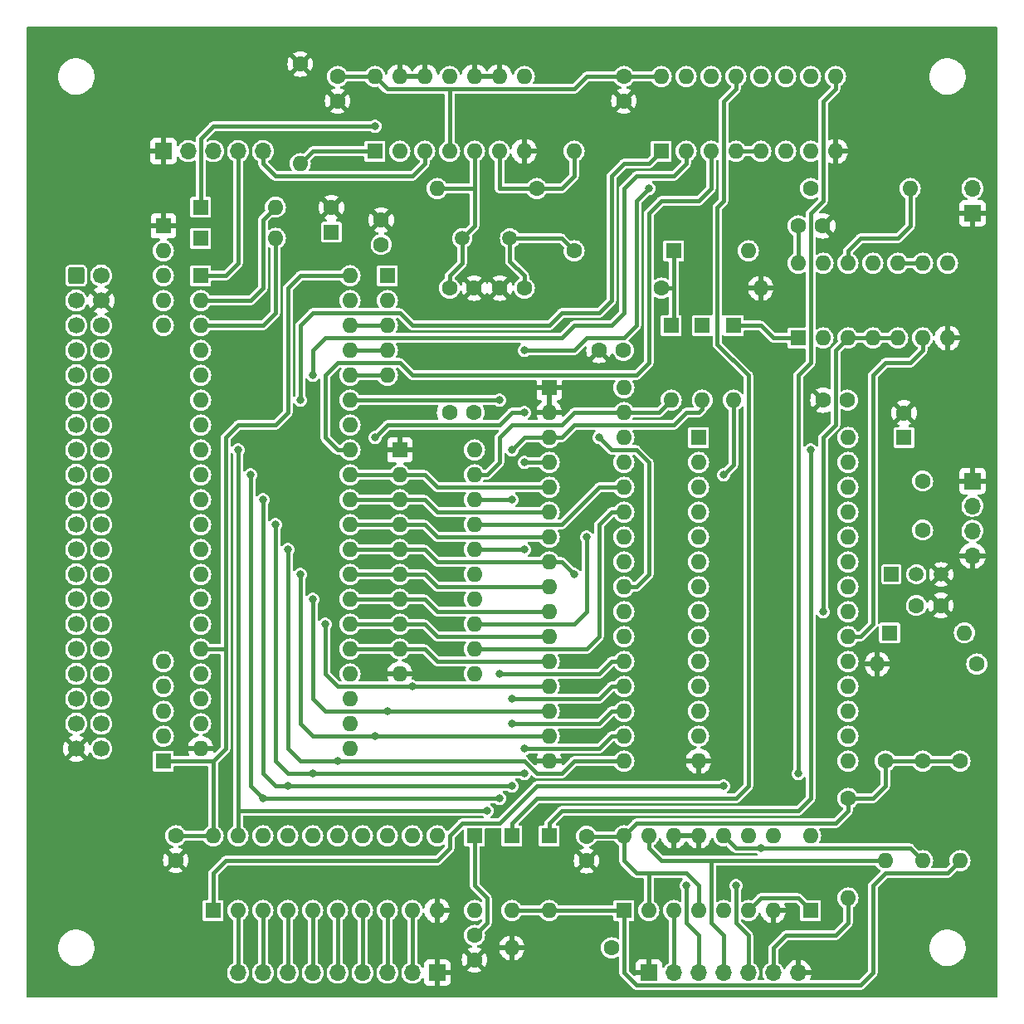
<source format=gbl>
G04 #@! TF.GenerationSoftware,KiCad,Pcbnew,(7.0.0)*
G04 #@! TF.CreationDate,2023-04-25T22:09:53+02:00*
G04 #@! TF.ProjectId,cdp-mobo,6364702d-6d6f-4626-9f2e-6b696361645f,1*
G04 #@! TF.SameCoordinates,Original*
G04 #@! TF.FileFunction,Copper,L2,Bot*
G04 #@! TF.FilePolarity,Positive*
%FSLAX46Y46*%
G04 Gerber Fmt 4.6, Leading zero omitted, Abs format (unit mm)*
G04 Created by KiCad (PCBNEW (7.0.0)) date 2023-04-25 22:09:53*
%MOMM*%
%LPD*%
G01*
G04 APERTURE LIST*
G04 Aperture macros list*
%AMRoundRect*
0 Rectangle with rounded corners*
0 $1 Rounding radius*
0 $2 $3 $4 $5 $6 $7 $8 $9 X,Y pos of 4 corners*
0 Add a 4 corners polygon primitive as box body*
4,1,4,$2,$3,$4,$5,$6,$7,$8,$9,$2,$3,0*
0 Add four circle primitives for the rounded corners*
1,1,$1+$1,$2,$3*
1,1,$1+$1,$4,$5*
1,1,$1+$1,$6,$7*
1,1,$1+$1,$8,$9*
0 Add four rect primitives between the rounded corners*
20,1,$1+$1,$2,$3,$4,$5,0*
20,1,$1+$1,$4,$5,$6,$7,0*
20,1,$1+$1,$6,$7,$8,$9,0*
20,1,$1+$1,$8,$9,$2,$3,0*%
G04 Aperture macros list end*
G04 #@! TA.AperFunction,ComponentPad*
%ADD10R,1.600000X1.600000*%
G04 #@! TD*
G04 #@! TA.AperFunction,ComponentPad*
%ADD11O,1.600000X1.600000*%
G04 #@! TD*
G04 #@! TA.AperFunction,ComponentPad*
%ADD12C,1.600000*%
G04 #@! TD*
G04 #@! TA.AperFunction,ComponentPad*
%ADD13R,1.500000X1.500000*%
G04 #@! TD*
G04 #@! TA.AperFunction,ComponentPad*
%ADD14C,1.500000*%
G04 #@! TD*
G04 #@! TA.AperFunction,ComponentPad*
%ADD15RoundRect,0.250000X-0.600000X-0.600000X0.600000X-0.600000X0.600000X0.600000X-0.600000X0.600000X0*%
G04 #@! TD*
G04 #@! TA.AperFunction,ComponentPad*
%ADD16C,1.700000*%
G04 #@! TD*
G04 #@! TA.AperFunction,ComponentPad*
%ADD17R,1.700000X1.700000*%
G04 #@! TD*
G04 #@! TA.AperFunction,ComponentPad*
%ADD18O,1.700000X1.700000*%
G04 #@! TD*
G04 #@! TA.AperFunction,ViaPad*
%ADD19C,0.800000*%
G04 #@! TD*
G04 #@! TA.AperFunction,Conductor*
%ADD20C,0.420000*%
G04 #@! TD*
G04 APERTURE END LIST*
D10*
X143509999Y-125729999D03*
D11*
X143509999Y-133349999D03*
D12*
X133985000Y-65405000D03*
X133985000Y-62905000D03*
X162560000Y-69850000D03*
D11*
X172719999Y-69849999D03*
D12*
X189230000Y-118110000D03*
D11*
X189229999Y-128269999D03*
D12*
X140970000Y-82550000D03*
X143470000Y-82550000D03*
D10*
X135889999Y-86359999D03*
D11*
X135889999Y-88899999D03*
X135889999Y-91439999D03*
X135889999Y-93979999D03*
X135889999Y-96519999D03*
X135889999Y-99059999D03*
X135889999Y-101599999D03*
X135889999Y-104139999D03*
X135889999Y-106679999D03*
X135889999Y-109219999D03*
X143509999Y-109219999D03*
X143509999Y-106679999D03*
X143509999Y-104139999D03*
X143509999Y-101599999D03*
X143509999Y-99059999D03*
X143509999Y-96519999D03*
X143509999Y-93979999D03*
X143509999Y-91439999D03*
X143509999Y-88899999D03*
X143509999Y-86359999D03*
D10*
X185859999Y-105019999D03*
D11*
X193479999Y-105019999D03*
D10*
X169925999Y-73659999D03*
D11*
X169925999Y-81279999D03*
D13*
X186054999Y-99059999D03*
D14*
X188595000Y-99060000D03*
X191135000Y-99060000D03*
D12*
X194750000Y-108205000D03*
D11*
X184589999Y-108204999D03*
D10*
X166750999Y-73659999D03*
D11*
X166750999Y-81279999D03*
D10*
X115569999Y-68579999D03*
D11*
X115569999Y-71119999D03*
X115569999Y-73659999D03*
X115569999Y-76199999D03*
X115569999Y-78739999D03*
X115569999Y-81279999D03*
X115569999Y-83819999D03*
X115569999Y-86359999D03*
X115569999Y-88899999D03*
X115569999Y-91439999D03*
X115569999Y-93979999D03*
X115569999Y-96519999D03*
X115569999Y-99059999D03*
X115569999Y-101599999D03*
X115569999Y-104139999D03*
X115569999Y-106679999D03*
X115569999Y-109219999D03*
X115569999Y-111759999D03*
X115569999Y-114299999D03*
X115569999Y-116839999D03*
X130809999Y-116839999D03*
X130809999Y-114299999D03*
X130809999Y-111759999D03*
X130809999Y-109219999D03*
X130809999Y-106679999D03*
X130809999Y-104139999D03*
X130809999Y-101599999D03*
X130809999Y-99059999D03*
X130809999Y-96519999D03*
X130809999Y-93979999D03*
X130809999Y-91439999D03*
X130809999Y-88899999D03*
X130809999Y-86359999D03*
X130809999Y-83819999D03*
X130809999Y-81279999D03*
X130809999Y-78739999D03*
X130809999Y-76199999D03*
X130809999Y-73659999D03*
X130809999Y-71119999D03*
X130809999Y-68579999D03*
D15*
X102870000Y-68580000D03*
D16*
X105410000Y-68580000D03*
X102870000Y-71120000D03*
X105410000Y-71120000D03*
X102870000Y-73660000D03*
X105410000Y-73660000D03*
X102870000Y-76200000D03*
X105410000Y-76200000D03*
X102870000Y-78740000D03*
X105410000Y-78740000D03*
X102870000Y-81280000D03*
X105410000Y-81280000D03*
X102870000Y-83820000D03*
X105410000Y-83820000D03*
X102870000Y-86360000D03*
X105410000Y-86360000D03*
X102870000Y-88900000D03*
X105410000Y-88900000D03*
X102870000Y-91440000D03*
X105410000Y-91440000D03*
X102870000Y-93980000D03*
X105410000Y-93980000D03*
X102870000Y-96520000D03*
X105410000Y-96520000D03*
X102870000Y-99060000D03*
X105410000Y-99060000D03*
X102870000Y-101600000D03*
X105410000Y-101600000D03*
X102870000Y-104140000D03*
X105410000Y-104140000D03*
X102870000Y-106680000D03*
X105410000Y-106680000D03*
X102870000Y-109220000D03*
X105410000Y-109220000D03*
X102870000Y-111760000D03*
X105410000Y-111760000D03*
X102870000Y-114300000D03*
X105410000Y-114300000D03*
X102870000Y-116840000D03*
X105410000Y-116840000D03*
D12*
X149860000Y-59690000D03*
D11*
X139699999Y-59689999D03*
D10*
X133349999Y-55879999D03*
D11*
X135889999Y-55879999D03*
X138429999Y-55879999D03*
X140969999Y-55879999D03*
X143509999Y-55879999D03*
X146049999Y-55879999D03*
X148589999Y-55879999D03*
X148589999Y-48259999D03*
X146049999Y-48259999D03*
X143509999Y-48259999D03*
X140969999Y-48259999D03*
X138429999Y-48259999D03*
X135889999Y-48259999D03*
X133349999Y-48259999D03*
D10*
X166369999Y-85089999D03*
D11*
X166369999Y-87629999D03*
X166369999Y-90169999D03*
X166369999Y-92709999D03*
X166369999Y-95249999D03*
X166369999Y-97789999D03*
X166369999Y-100329999D03*
X166369999Y-102869999D03*
X166369999Y-105409999D03*
X166369999Y-107949999D03*
X166369999Y-110489999D03*
X166369999Y-113029999D03*
X166369999Y-115569999D03*
X166369999Y-118109999D03*
X181609999Y-118109999D03*
X181609999Y-115569999D03*
X181609999Y-113029999D03*
X181609999Y-110489999D03*
X181609999Y-107949999D03*
X181609999Y-105409999D03*
X181609999Y-102869999D03*
X181609999Y-100329999D03*
X181609999Y-97789999D03*
X181609999Y-95249999D03*
X181609999Y-92709999D03*
X181609999Y-90169999D03*
X181609999Y-87629999D03*
X181609999Y-85089999D03*
D17*
X139699999Y-139699999D03*
D18*
X137159999Y-139699999D03*
X134619999Y-139699999D03*
X132079999Y-139699999D03*
X129539999Y-139699999D03*
X126999999Y-139699999D03*
X124459999Y-139699999D03*
X121919999Y-139699999D03*
X119379999Y-139699999D03*
D10*
X115569999Y-64769999D03*
D11*
X123189999Y-64769999D03*
D10*
X176529999Y-74929999D03*
D11*
X179069999Y-74929999D03*
X181609999Y-74929999D03*
X184149999Y-74929999D03*
X186689999Y-74929999D03*
X189229999Y-74929999D03*
X191769999Y-74929999D03*
X191769999Y-67309999D03*
X189229999Y-67309999D03*
X186689999Y-67309999D03*
X184149999Y-67309999D03*
X181609999Y-67309999D03*
X179069999Y-67309999D03*
X176529999Y-67309999D03*
D12*
X129540000Y-48260000D03*
X129540000Y-50760000D03*
D10*
X163829999Y-66039999D03*
D11*
X171449999Y-66039999D03*
D10*
X111759999Y-118109999D03*
D11*
X111759999Y-115569999D03*
X111759999Y-113029999D03*
X111759999Y-110489999D03*
X111759999Y-107949999D03*
D10*
X128904999Y-64134999D03*
D12*
X128905000Y-61635000D03*
X154940000Y-128270000D03*
X154940000Y-125770000D03*
X176530000Y-63500000D03*
X179030000Y-63500000D03*
D10*
X163575999Y-73659999D03*
D11*
X163575999Y-81279999D03*
D12*
X157480000Y-137160000D03*
D11*
X147319999Y-137159999D03*
D10*
X147319999Y-125729999D03*
D11*
X147319999Y-133349999D03*
D12*
X156210000Y-76200000D03*
X158710000Y-76200000D03*
D17*
X111759999Y-55879999D03*
D18*
X114299999Y-55879999D03*
X116839999Y-55879999D03*
X119379999Y-55879999D03*
X121919999Y-55879999D03*
D12*
X177800000Y-59690000D03*
D11*
X187959999Y-59689999D03*
D17*
X161289999Y-139699999D03*
D18*
X163829999Y-139699999D03*
X166369999Y-139699999D03*
X168909999Y-139699999D03*
X171449999Y-139699999D03*
X173989999Y-139699999D03*
X176529999Y-139699999D03*
D12*
X189230000Y-89535000D03*
X189230000Y-94535000D03*
D10*
X162559999Y-55879999D03*
D11*
X165099999Y-55879999D03*
X167639999Y-55879999D03*
X170179999Y-55879999D03*
X172719999Y-55879999D03*
X175259999Y-55879999D03*
X177799999Y-55879999D03*
X180339999Y-55879999D03*
X180339999Y-48259999D03*
X177799999Y-48259999D03*
X175259999Y-48259999D03*
X172719999Y-48259999D03*
X170179999Y-48259999D03*
X167639999Y-48259999D03*
X165099999Y-48259999D03*
X162559999Y-48259999D03*
D12*
X153670000Y-66040000D03*
D11*
X153669999Y-55879999D03*
D10*
X134619999Y-68579999D03*
D11*
X134619999Y-71119999D03*
X134619999Y-73659999D03*
X134619999Y-76199999D03*
X134619999Y-78739999D03*
D12*
X181610000Y-121920000D03*
D11*
X181609999Y-132079999D03*
D12*
X158750000Y-48260000D03*
X158750000Y-50760000D03*
X185420000Y-118110000D03*
D11*
X185419999Y-128269999D03*
D10*
X151129999Y-80009999D03*
D11*
X151129999Y-82549999D03*
X151129999Y-85089999D03*
X151129999Y-87629999D03*
X151129999Y-90169999D03*
X151129999Y-92709999D03*
X151129999Y-95249999D03*
X151129999Y-97789999D03*
X151129999Y-100329999D03*
X151129999Y-102869999D03*
X151129999Y-105409999D03*
X151129999Y-107949999D03*
X151129999Y-110489999D03*
X151129999Y-113029999D03*
X151129999Y-115569999D03*
X151129999Y-118109999D03*
X158749999Y-118109999D03*
X158749999Y-115569999D03*
X158749999Y-113029999D03*
X158749999Y-110489999D03*
X158749999Y-107949999D03*
X158749999Y-105409999D03*
X158749999Y-102869999D03*
X158749999Y-100329999D03*
X158749999Y-97789999D03*
X158749999Y-95249999D03*
X158749999Y-92709999D03*
X158749999Y-90169999D03*
X158749999Y-87629999D03*
X158749999Y-85089999D03*
X158749999Y-82549999D03*
X158749999Y-80009999D03*
D12*
X125730000Y-46990000D03*
D11*
X125729999Y-57149999D03*
D10*
X111759999Y-63499999D03*
D11*
X111759999Y-66039999D03*
X111759999Y-68579999D03*
X111759999Y-71119999D03*
X111759999Y-73659999D03*
D10*
X151129999Y-125729999D03*
D11*
X151129999Y-133349999D03*
D12*
X140970000Y-69850000D03*
X143470000Y-69850000D03*
D14*
X142240000Y-64770000D03*
X147120000Y-64770000D03*
D12*
X143510000Y-135890000D03*
X143510000Y-138390000D03*
D10*
X115569999Y-61594999D03*
D11*
X123189999Y-61594999D03*
D12*
X188595000Y-102235000D03*
X191095000Y-102235000D03*
D10*
X116839999Y-133349999D03*
D11*
X119379999Y-133349999D03*
X121919999Y-133349999D03*
X124459999Y-133349999D03*
X126999999Y-133349999D03*
X129539999Y-133349999D03*
X132079999Y-133349999D03*
X134619999Y-133349999D03*
X137159999Y-133349999D03*
X139699999Y-133349999D03*
X139699999Y-125729999D03*
X137159999Y-125729999D03*
X134619999Y-125729999D03*
X132079999Y-125729999D03*
X129539999Y-125729999D03*
X126999999Y-125729999D03*
X124459999Y-125729999D03*
X121919999Y-125729999D03*
X119379999Y-125729999D03*
X116839999Y-125729999D03*
D17*
X194309999Y-62229999D03*
D18*
X194309999Y-59689999D03*
D12*
X113030000Y-125730000D03*
X113030000Y-128230000D03*
D10*
X158749999Y-133349999D03*
D11*
X161289999Y-133349999D03*
X163829999Y-133349999D03*
X166369999Y-133349999D03*
X168909999Y-133349999D03*
X171449999Y-133349999D03*
X173989999Y-133349999D03*
X173989999Y-125729999D03*
X171449999Y-125729999D03*
X168909999Y-125729999D03*
X166369999Y-125729999D03*
X163829999Y-125729999D03*
X161289999Y-125729999D03*
X158749999Y-125729999D03*
D12*
X148590000Y-69850000D03*
X146090000Y-69850000D03*
D10*
X177799999Y-133349999D03*
D11*
X177799999Y-125729999D03*
D10*
X187324999Y-85089999D03*
D12*
X187325000Y-82590000D03*
X179070000Y-81280000D03*
X181570000Y-81280000D03*
X193040000Y-118110000D03*
D11*
X193039999Y-128269999D03*
D17*
X194309999Y-89534999D03*
D18*
X194309999Y-92074999D03*
X194309999Y-94614999D03*
X194309999Y-97154999D03*
D19*
X127000000Y-78740000D03*
X125730000Y-81280000D03*
X144780000Y-123190000D03*
X146050000Y-109220000D03*
X119380000Y-86360000D03*
X147320000Y-111760000D03*
X120650000Y-88900000D03*
X121920000Y-121920000D03*
X146050000Y-121920000D03*
X124460000Y-120650000D03*
X147320000Y-114300000D03*
X147320000Y-120650000D03*
X121920000Y-91440000D03*
X123190000Y-93980000D03*
X148590000Y-116840000D03*
X127000000Y-119380000D03*
X148590000Y-119380000D03*
X129540000Y-118110000D03*
X124460000Y-96520000D03*
X133350000Y-115570000D03*
X125730000Y-99060000D03*
X134620000Y-113030000D03*
X127000000Y-101600000D03*
X137160000Y-110490000D03*
X128270000Y-104140000D03*
X184150000Y-113030000D03*
X187960000Y-113030000D03*
X173990000Y-105410000D03*
X173482000Y-77724000D03*
X140970000Y-80010000D03*
X173990000Y-102870000D03*
X140970000Y-86995000D03*
X139700000Y-80010000D03*
X154305000Y-85725000D03*
X184150000Y-114300000D03*
X163195000Y-78740000D03*
X187960000Y-111760000D03*
X187960000Y-114300000D03*
X138430000Y-80010000D03*
X156210000Y-80645000D03*
X184150000Y-111760000D03*
X133350000Y-53340000D03*
X153670000Y-99060000D03*
X146050000Y-81280000D03*
X161290000Y-59690000D03*
X156210000Y-85090000D03*
X148590000Y-76200000D03*
X148590000Y-82550000D03*
X133350000Y-85090000D03*
X154940000Y-95250000D03*
X148590000Y-87630000D03*
X148590000Y-96520000D03*
X168910000Y-88900000D03*
X147320000Y-91440000D03*
X147320000Y-86360000D03*
X172720000Y-127000000D03*
X170180000Y-130810000D03*
X179070000Y-102870000D03*
X177800000Y-86360000D03*
X176530000Y-119380000D03*
X168910000Y-120650000D03*
X165100000Y-130810000D03*
D20*
X169926000Y-73660000D02*
X172720000Y-73660000D01*
X163830000Y-69850000D02*
X163830000Y-73406000D01*
X163830000Y-73406000D02*
X163576000Y-73660000D01*
X172720000Y-73660000D02*
X173990000Y-74930000D01*
X163830000Y-66040000D02*
X163830000Y-69850000D01*
X173990000Y-74930000D02*
X176530000Y-74930000D01*
X162560000Y-69850000D02*
X163830000Y-69850000D01*
X119380000Y-67310000D02*
X119380000Y-55880000D01*
X118110000Y-68580000D02*
X119380000Y-67310000D01*
X115570000Y-68580000D02*
X118110000Y-68580000D01*
X180340000Y-135890000D02*
X175260000Y-135890000D01*
X173990000Y-137160000D02*
X173990000Y-139700000D01*
X144780000Y-132080000D02*
X144780000Y-134620000D01*
X175260000Y-135890000D02*
X173990000Y-137160000D01*
X181610000Y-134620000D02*
X180340000Y-135890000D01*
X143510000Y-130810000D02*
X144780000Y-132080000D01*
X181610000Y-132080000D02*
X181610000Y-134620000D01*
X143510000Y-125730000D02*
X143510000Y-130810000D01*
X144780000Y-134620000D02*
X143510000Y-135890000D01*
X127000000Y-76200000D02*
X128270000Y-74930000D01*
X157480000Y-73660000D02*
X158750000Y-72390000D01*
X165100000Y-57150000D02*
X165100000Y-55880000D01*
X158750000Y-59690000D02*
X160020000Y-58420000D01*
X128270000Y-74930000D02*
X152400000Y-74930000D01*
X153670000Y-73660000D02*
X157480000Y-73660000D01*
X163830000Y-58420000D02*
X165100000Y-57150000D01*
X127000000Y-78740000D02*
X127000000Y-76200000D01*
X160020000Y-58420000D02*
X163830000Y-58420000D01*
X152400000Y-74930000D02*
X153670000Y-73660000D01*
X158750000Y-72390000D02*
X158750000Y-59690000D01*
X156210000Y-72390000D02*
X157480000Y-71120000D01*
X158750000Y-57150000D02*
X161290000Y-57150000D01*
X157480000Y-58420000D02*
X158750000Y-57150000D01*
X135890000Y-72390000D02*
X127000000Y-72390000D01*
X161290000Y-57150000D02*
X162560000Y-55880000D01*
X125730000Y-73660000D02*
X125730000Y-81280000D01*
X157480000Y-71120000D02*
X157480000Y-58420000D01*
X151130000Y-73660000D02*
X152400000Y-72390000D01*
X137160000Y-73660000D02*
X151130000Y-73660000D01*
X127000000Y-72390000D02*
X125730000Y-73660000D01*
X152400000Y-72390000D02*
X156210000Y-72390000D01*
X137160000Y-73660000D02*
X135890000Y-72390000D01*
X130810000Y-73660000D02*
X134620000Y-73660000D01*
X156210000Y-109220000D02*
X146050000Y-109220000D01*
X119380000Y-86360000D02*
X119380000Y-123190000D01*
X158750000Y-107950000D02*
X157480000Y-107950000D01*
X157480000Y-107950000D02*
X156210000Y-109220000D01*
X144780000Y-123190000D02*
X119380000Y-123190000D01*
X119380000Y-123190000D02*
X119380000Y-125730000D01*
X157480000Y-110490000D02*
X158750000Y-110490000D01*
X120650000Y-88900000D02*
X120650000Y-120650000D01*
X156210000Y-111760000D02*
X157480000Y-110490000D01*
X121920000Y-121920000D02*
X146050000Y-121920000D01*
X120650000Y-120650000D02*
X121920000Y-121920000D01*
X147320000Y-111760000D02*
X156210000Y-111760000D01*
X121920000Y-91440000D02*
X121920000Y-119380000D01*
X156210000Y-114300000D02*
X157480000Y-113030000D01*
X121920000Y-119380000D02*
X123190000Y-120650000D01*
X157480000Y-113030000D02*
X158750000Y-113030000D01*
X147320000Y-114300000D02*
X156210000Y-114300000D01*
X123190000Y-120650000D02*
X147320000Y-120650000D01*
X148590000Y-116840000D02*
X156210000Y-116840000D01*
X156210000Y-116840000D02*
X157480000Y-115570000D01*
X123190000Y-118110000D02*
X124460000Y-119380000D01*
X157480000Y-115570000D02*
X158750000Y-115570000D01*
X123190000Y-93980000D02*
X123190000Y-118110000D01*
X124460000Y-119380000D02*
X148590000Y-119380000D01*
X153670000Y-118110000D02*
X152400000Y-119380000D01*
X149860000Y-119380000D02*
X148590000Y-118110000D01*
X148590000Y-118110000D02*
X125730000Y-118110000D01*
X158750000Y-118110000D02*
X153670000Y-118110000D01*
X124460000Y-116840000D02*
X124460000Y-96520000D01*
X125730000Y-118110000D02*
X124460000Y-116840000D01*
X152400000Y-119380000D02*
X149860000Y-119380000D01*
X125730000Y-99060000D02*
X125730000Y-114300000D01*
X127000000Y-115570000D02*
X151130000Y-115570000D01*
X125730000Y-114300000D02*
X127000000Y-115570000D01*
X127000000Y-111760000D02*
X128270000Y-113030000D01*
X151130000Y-113030000D02*
X144780000Y-113030000D01*
X128270000Y-113030000D02*
X144780000Y-113030000D01*
X127000000Y-101600000D02*
X127000000Y-111760000D01*
X128270000Y-109220000D02*
X129540000Y-110490000D01*
X129540000Y-110490000D02*
X151130000Y-110490000D01*
X128270000Y-104140000D02*
X128270000Y-109220000D01*
X180340000Y-124460000D02*
X181610000Y-123190000D01*
X160020000Y-129540000D02*
X161290000Y-129540000D01*
X115570000Y-106680000D02*
X118110000Y-106680000D01*
X189230000Y-118110000D02*
X193040000Y-118110000D01*
X133350000Y-48260000D02*
X129540000Y-48260000D01*
X116840000Y-118110000D02*
X116840000Y-125730000D01*
X118110000Y-106680000D02*
X118110000Y-116840000D01*
X165100000Y-129540000D02*
X166370000Y-130810000D01*
X185420000Y-120650000D02*
X185420000Y-118110000D01*
X125730000Y-68580000D02*
X130810000Y-68580000D01*
X176530000Y-63500000D02*
X176530000Y-67310000D01*
X116840000Y-118110000D02*
X111760000Y-118110000D01*
X118110000Y-106680000D02*
X118110000Y-85090000D01*
X124460000Y-82550000D02*
X124460000Y-69850000D01*
X189230000Y-118110000D02*
X185420000Y-118110000D01*
X153670000Y-49530000D02*
X154940000Y-48260000D01*
X181610000Y-121920000D02*
X184150000Y-121920000D01*
X158710000Y-125770000D02*
X158750000Y-125730000D01*
X184150000Y-121920000D02*
X185420000Y-120650000D01*
X158750000Y-125730000D02*
X158750000Y-128270000D01*
X140970000Y-49530000D02*
X134620000Y-49530000D01*
X158750000Y-128270000D02*
X160020000Y-129540000D01*
X113030000Y-125730000D02*
X116840000Y-125730000D01*
X124460000Y-69850000D02*
X125730000Y-68580000D01*
X158750000Y-125730000D02*
X160020000Y-124460000D01*
X154940000Y-48260000D02*
X158750000Y-48260000D01*
X166370000Y-130810000D02*
X166370000Y-133350000D01*
X123190000Y-83820000D02*
X124460000Y-82550000D01*
X160020000Y-124460000D02*
X180340000Y-124460000D01*
X161290000Y-133350000D02*
X161290000Y-129540000D01*
X119380000Y-83820000D02*
X123190000Y-83820000D01*
X118110000Y-85090000D02*
X119380000Y-83820000D01*
X154940000Y-125770000D02*
X158710000Y-125770000D01*
X161290000Y-129540000D02*
X165100000Y-129540000D01*
X118110000Y-116840000D02*
X116840000Y-118110000D01*
X140970000Y-55880000D02*
X140970000Y-49530000D01*
X181610000Y-123190000D02*
X181610000Y-121920000D01*
X134620000Y-49530000D02*
X133350000Y-48260000D01*
X153670000Y-49530000D02*
X140970000Y-49530000D01*
X158750000Y-48260000D02*
X162560000Y-48260000D01*
X189230000Y-67310000D02*
X186690000Y-67310000D01*
X172720000Y-55880000D02*
X170180000Y-55880000D01*
X115570000Y-54610000D02*
X115570000Y-61595000D01*
X115570000Y-54610000D02*
X116840000Y-53340000D01*
X116840000Y-53340000D02*
X133350000Y-53340000D01*
X115570000Y-71120000D02*
X120650000Y-71120000D01*
X121920000Y-62865000D02*
X123190000Y-61595000D01*
X121920000Y-69850000D02*
X121920000Y-62865000D01*
X120650000Y-71120000D02*
X121920000Y-69850000D01*
X121920000Y-73660000D02*
X123190000Y-72390000D01*
X123190000Y-72390000D02*
X123190000Y-64770000D01*
X115570000Y-73660000D02*
X121920000Y-73660000D01*
X130810000Y-76200000D02*
X134620000Y-76200000D01*
X138430000Y-106680000D02*
X139700000Y-107950000D01*
X135890000Y-106680000D02*
X138430000Y-106680000D01*
X139700000Y-107950000D02*
X151130000Y-107950000D01*
X130810000Y-106680000D02*
X135890000Y-106680000D01*
X130810000Y-104140000D02*
X135890000Y-104140000D01*
X135890000Y-104140000D02*
X138430000Y-104140000D01*
X138430000Y-104140000D02*
X139700000Y-105410000D01*
X139700000Y-105410000D02*
X151130000Y-105410000D01*
X130810000Y-101600000D02*
X135890000Y-101600000D01*
X138430000Y-101600000D02*
X139700000Y-102870000D01*
X135890000Y-101600000D02*
X138430000Y-101600000D01*
X139700000Y-102870000D02*
X151130000Y-102870000D01*
X138430000Y-99060000D02*
X139700000Y-100330000D01*
X139700000Y-100330000D02*
X151130000Y-100330000D01*
X130810000Y-99060000D02*
X135890000Y-99060000D01*
X135890000Y-99060000D02*
X138430000Y-99060000D01*
X138430000Y-96520000D02*
X139700000Y-97790000D01*
X139700000Y-97790000D02*
X151130000Y-97790000D01*
X152400000Y-97790000D02*
X153670000Y-99060000D01*
X151130000Y-97790000D02*
X152400000Y-97790000D01*
X130810000Y-96520000D02*
X135890000Y-96520000D01*
X135890000Y-96520000D02*
X138430000Y-96520000D01*
X139700000Y-95250000D02*
X151130000Y-95250000D01*
X135890000Y-93980000D02*
X138430000Y-93980000D01*
X138430000Y-93980000D02*
X139700000Y-95250000D01*
X130810000Y-93980000D02*
X135890000Y-93980000D01*
X135890000Y-91440000D02*
X138430000Y-91440000D01*
X138430000Y-91440000D02*
X139700000Y-92710000D01*
X130810000Y-91440000D02*
X135890000Y-91440000D01*
X139700000Y-92710000D02*
X151130000Y-92710000D01*
X130810000Y-88900000D02*
X135890000Y-88900000D01*
X138430000Y-88900000D02*
X139700000Y-90170000D01*
X135890000Y-88900000D02*
X138430000Y-88900000D01*
X139700000Y-90170000D02*
X151130000Y-90170000D01*
X166370000Y-60960000D02*
X167640000Y-59690000D01*
X129540000Y-86360000D02*
X130810000Y-86360000D01*
X161290000Y-77470000D02*
X160020000Y-78740000D01*
X161290000Y-62230000D02*
X161290000Y-77470000D01*
X137160000Y-78740000D02*
X135890000Y-77470000D01*
X129540000Y-77470000D02*
X128270000Y-78740000D01*
X162560000Y-60960000D02*
X161290000Y-62230000D01*
X162560000Y-60960000D02*
X166370000Y-60960000D01*
X128270000Y-78740000D02*
X128270000Y-85090000D01*
X160020000Y-78740000D02*
X137160000Y-78740000D01*
X167640000Y-59690000D02*
X167640000Y-55880000D01*
X135890000Y-77470000D02*
X129540000Y-77470000D01*
X128270000Y-85090000D02*
X129540000Y-86360000D01*
X130810000Y-78740000D02*
X134620000Y-78740000D01*
X130810000Y-81280000D02*
X146050000Y-81280000D01*
X133350000Y-85090000D02*
X134620000Y-83820000D01*
X146050000Y-83820000D02*
X147320000Y-82550000D01*
X134620000Y-83820000D02*
X146050000Y-83820000D01*
X161290000Y-87630000D02*
X161290000Y-99060000D01*
X160020000Y-100330000D02*
X158750000Y-100330000D01*
X148590000Y-76200000D02*
X153670000Y-76200000D01*
X160020000Y-73660000D02*
X160020000Y-60960000D01*
X158750000Y-74930000D02*
X160020000Y-73660000D01*
X153670000Y-76200000D02*
X154940000Y-74930000D01*
X160020000Y-60960000D02*
X161290000Y-59690000D01*
X157480000Y-86360000D02*
X160020000Y-86360000D01*
X160020000Y-86360000D02*
X161290000Y-87630000D01*
X147320000Y-82550000D02*
X148590000Y-82550000D01*
X154940000Y-74930000D02*
X158750000Y-74930000D01*
X156210000Y-85090000D02*
X157480000Y-86360000D01*
X161290000Y-99060000D02*
X160020000Y-100330000D01*
X157480000Y-92710000D02*
X158750000Y-92710000D01*
X156210000Y-105410000D02*
X156210000Y-93980000D01*
X156210000Y-93980000D02*
X157480000Y-92710000D01*
X154940000Y-106680000D02*
X156210000Y-105410000D01*
X143510000Y-106680000D02*
X154940000Y-106680000D01*
X143510000Y-104140000D02*
X153670000Y-104140000D01*
X153670000Y-104140000D02*
X154940000Y-102870000D01*
X154940000Y-102870000D02*
X154940000Y-95250000D01*
X151130000Y-87630000D02*
X148590000Y-87630000D01*
X143510000Y-96520000D02*
X148590000Y-96520000D01*
X169926000Y-81280000D02*
X169926000Y-87884000D01*
X156210000Y-90170000D02*
X158750000Y-90170000D01*
X143510000Y-93980000D02*
X152400000Y-93980000D01*
X168910000Y-88900000D02*
X169926000Y-87884000D01*
X152400000Y-93980000D02*
X156210000Y-90170000D01*
X143510000Y-91440000D02*
X147320000Y-91440000D01*
X165100000Y-82550000D02*
X163830000Y-83820000D01*
X166751000Y-81280000D02*
X166751000Y-82169000D01*
X163830000Y-83820000D02*
X153670000Y-83820000D01*
X151130000Y-85090000D02*
X148590000Y-85090000D01*
X148590000Y-85090000D02*
X147320000Y-86360000D01*
X152400000Y-85090000D02*
X151130000Y-85090000D01*
X166370000Y-82550000D02*
X165100000Y-82550000D01*
X166751000Y-82169000D02*
X166370000Y-82550000D01*
X153670000Y-83820000D02*
X152400000Y-85090000D01*
X147320000Y-83820000D02*
X146050000Y-85090000D01*
X153670000Y-82550000D02*
X152400000Y-83820000D01*
X146050000Y-87630000D02*
X144780000Y-88900000D01*
X162306000Y-82550000D02*
X158750000Y-82550000D01*
X158750000Y-82550000D02*
X153670000Y-82550000D01*
X163576000Y-81280000D02*
X162306000Y-82550000D01*
X152400000Y-83820000D02*
X147320000Y-83820000D01*
X146050000Y-85090000D02*
X146050000Y-87630000D01*
X144780000Y-88900000D02*
X143510000Y-88900000D01*
X162560000Y-128270000D02*
X167640000Y-128270000D01*
X161290000Y-125730000D02*
X161290000Y-127000000D01*
X167640000Y-128270000D02*
X185420000Y-128270000D01*
X167640000Y-128270000D02*
X167640000Y-134620000D01*
X168910000Y-135890000D02*
X168910000Y-139700000D01*
X161290000Y-127000000D02*
X162560000Y-128270000D01*
X167640000Y-134620000D02*
X168910000Y-135890000D01*
X172720000Y-127000000D02*
X187960000Y-127000000D01*
X170180000Y-130810000D02*
X170180000Y-134620000D01*
X171450000Y-135890000D02*
X171450000Y-139700000D01*
X168910000Y-125730000D02*
X170180000Y-127000000D01*
X170180000Y-127000000D02*
X172720000Y-127000000D01*
X170180000Y-134620000D02*
X171450000Y-135890000D01*
X187960000Y-127000000D02*
X189230000Y-128270000D01*
X182880000Y-64770000D02*
X186690000Y-64770000D01*
X181610000Y-66040000D02*
X182880000Y-64770000D01*
X186690000Y-64770000D02*
X187960000Y-63500000D01*
X181610000Y-67310000D02*
X181610000Y-66040000D01*
X187960000Y-63500000D02*
X187960000Y-59690000D01*
X184150000Y-74930000D02*
X186690000Y-74930000D01*
X181610000Y-74930000D02*
X184150000Y-74930000D01*
X180340000Y-83820000D02*
X180340000Y-76200000D01*
X180340000Y-76200000D02*
X181610000Y-74930000D01*
X179070000Y-102870000D02*
X179070000Y-85090000D01*
X179070000Y-85090000D02*
X180340000Y-83820000D01*
X182880000Y-105410000D02*
X184150000Y-104140000D01*
X189230000Y-76200000D02*
X189230000Y-74930000D01*
X181610000Y-105410000D02*
X182880000Y-105410000D01*
X184150000Y-104140000D02*
X184150000Y-78740000D01*
X185420000Y-77470000D02*
X187960000Y-77470000D01*
X187960000Y-77470000D02*
X189230000Y-76200000D01*
X184150000Y-78740000D02*
X185420000Y-77470000D01*
X193040000Y-128270000D02*
X191770000Y-129540000D01*
X184150000Y-130810000D02*
X184150000Y-139700000D01*
X191770000Y-129540000D02*
X185420000Y-129540000D01*
X158750000Y-133350000D02*
X158750000Y-139680000D01*
X151130000Y-133350000D02*
X147320000Y-133350000D01*
X184150000Y-139700000D02*
X182880000Y-140970000D01*
X182880000Y-140970000D02*
X160040000Y-140970000D01*
X160040000Y-140970000D02*
X158750000Y-139680000D01*
X185420000Y-129540000D02*
X184150000Y-130810000D01*
X151130000Y-133350000D02*
X158750000Y-133350000D01*
X176530000Y-132080000D02*
X172720000Y-132080000D01*
X172720000Y-132080000D02*
X171450000Y-133350000D01*
X177800000Y-133350000D02*
X176530000Y-132080000D01*
X125730000Y-57150000D02*
X127000000Y-55880000D01*
X127000000Y-55880000D02*
X133350000Y-55880000D01*
X168910000Y-60960000D02*
X168910000Y-50800000D01*
X147320000Y-124460000D02*
X149860000Y-121920000D01*
X168910000Y-50800000D02*
X170180000Y-49530000D01*
X171450000Y-120650000D02*
X171450000Y-78740000D01*
X170180000Y-49530000D02*
X170180000Y-48260000D01*
X171450000Y-78740000D02*
X168275000Y-75565000D01*
X170180000Y-121920000D02*
X171450000Y-120650000D01*
X168275000Y-75565000D02*
X168275000Y-61595000D01*
X149860000Y-121920000D02*
X170180000Y-121920000D01*
X168275000Y-61595000D02*
X168910000Y-60960000D01*
X147320000Y-125730000D02*
X147320000Y-124460000D01*
X137160000Y-133350000D02*
X137160000Y-139700000D01*
X134620000Y-133350000D02*
X134620000Y-139700000D01*
X132080000Y-133350000D02*
X132080000Y-139700000D01*
X129540000Y-133350000D02*
X129540000Y-139700000D01*
X127000000Y-133350000D02*
X127000000Y-139700000D01*
X124460000Y-133350000D02*
X124460000Y-139700000D01*
X121920000Y-133350000D02*
X121920000Y-139700000D01*
X119380000Y-133350000D02*
X119380000Y-139700000D01*
X163830000Y-133350000D02*
X163830000Y-139700000D01*
X176530000Y-123190000D02*
X177800000Y-121920000D01*
X152400000Y-123190000D02*
X176530000Y-123190000D01*
X151130000Y-125730000D02*
X151130000Y-124460000D01*
X177800000Y-121920000D02*
X177800000Y-86360000D01*
X151130000Y-124460000D02*
X152400000Y-123190000D01*
X140970000Y-127000000D02*
X140970000Y-125730000D01*
X177800000Y-62230000D02*
X179070000Y-60960000D01*
X176530000Y-119380000D02*
X176530000Y-78740000D01*
X146050000Y-124460000D02*
X149860000Y-120650000D01*
X179070000Y-60960000D02*
X179070000Y-50800000D01*
X179070000Y-50800000D02*
X180340000Y-49530000D01*
X118110000Y-128270000D02*
X139700000Y-128270000D01*
X116840000Y-133350000D02*
X116840000Y-129540000D01*
X149860000Y-120650000D02*
X168910000Y-120650000D01*
X139700000Y-128270000D02*
X140970000Y-127000000D01*
X116840000Y-129540000D02*
X118110000Y-128270000D01*
X176530000Y-78740000D02*
X177800000Y-77470000D01*
X140970000Y-125730000D02*
X142240000Y-124460000D01*
X180340000Y-49530000D02*
X180340000Y-48260000D01*
X142240000Y-124460000D02*
X146050000Y-124460000D01*
X177800000Y-77470000D02*
X177800000Y-62230000D01*
X147120000Y-67110000D02*
X147120000Y-64770000D01*
X153670000Y-66040000D02*
X152400000Y-64770000D01*
X152400000Y-64770000D02*
X147120000Y-64770000D01*
X148590000Y-68580000D02*
X147120000Y-67110000D01*
X148590000Y-69850000D02*
X148590000Y-68580000D01*
X142240000Y-64770000D02*
X143510000Y-63500000D01*
X139700000Y-59690000D02*
X143510000Y-59690000D01*
X140970000Y-68580000D02*
X142240000Y-67310000D01*
X140970000Y-69850000D02*
X140970000Y-68580000D01*
X143510000Y-55880000D02*
X143510000Y-59690000D01*
X143510000Y-63500000D02*
X143510000Y-59690000D01*
X142240000Y-67310000D02*
X142240000Y-64770000D01*
X137160000Y-58420000D02*
X138430000Y-57150000D01*
X121920000Y-57150000D02*
X123190000Y-58420000D01*
X138430000Y-57150000D02*
X138430000Y-55880000D01*
X123190000Y-58420000D02*
X137160000Y-58420000D01*
X121920000Y-55880000D02*
X121920000Y-57150000D01*
X166370000Y-135890000D02*
X166370000Y-139700000D01*
X165100000Y-130810000D02*
X165100000Y-134620000D01*
X165100000Y-134620000D02*
X166370000Y-135890000D01*
X153670000Y-55880000D02*
X153670000Y-58420000D01*
X149860000Y-59690000D02*
X146050000Y-59690000D01*
X153670000Y-58420000D02*
X152400000Y-59690000D01*
X146050000Y-55880000D02*
X146050000Y-59690000D01*
X152400000Y-59690000D02*
X149860000Y-59690000D01*
G04 #@! TA.AperFunction,Conductor*
G36*
X184452432Y-128768142D02*
G01*
X184498041Y-128816047D01*
X184522734Y-128862246D01*
X184522737Y-128862250D01*
X184525605Y-128867616D01*
X184529461Y-128872314D01*
X184529464Y-128872319D01*
X184622653Y-128985870D01*
X184659379Y-129030621D01*
X184664079Y-129034478D01*
X184817680Y-129160535D01*
X184817682Y-129160536D01*
X184822384Y-129164395D01*
X184866326Y-129187882D01*
X184909249Y-129225837D01*
X184930527Y-129279043D01*
X184925611Y-129336134D01*
X184895550Y-129384919D01*
X183856189Y-130424279D01*
X183846138Y-130432380D01*
X183846265Y-130432526D01*
X183839559Y-130438335D01*
X183832104Y-130443128D01*
X183826301Y-130449824D01*
X183826296Y-130449829D01*
X183801002Y-130479019D01*
X183794983Y-130485485D01*
X183789059Y-130491409D01*
X183789047Y-130491422D01*
X183785935Y-130494535D01*
X183783299Y-130498055D01*
X183783285Y-130498072D01*
X183778266Y-130504778D01*
X183772717Y-130511663D01*
X183747427Y-130540849D01*
X183747423Y-130540854D01*
X183741621Y-130547551D01*
X183737939Y-130555611D01*
X183733333Y-130562779D01*
X183729251Y-130570254D01*
X183723938Y-130577353D01*
X183720840Y-130585659D01*
X183720837Y-130585665D01*
X183707337Y-130621859D01*
X183703951Y-130630034D01*
X183687905Y-130665169D01*
X183687902Y-130665178D01*
X183684223Y-130673235D01*
X183682961Y-130682005D01*
X183680562Y-130690177D01*
X183678750Y-130698505D01*
X183675653Y-130706812D01*
X183675020Y-130715652D01*
X183675020Y-130715655D01*
X183672263Y-130754189D01*
X183671319Y-130762969D01*
X183670129Y-130771250D01*
X183670127Y-130771267D01*
X183669500Y-130775635D01*
X183669500Y-130780055D01*
X183669500Y-130788414D01*
X183669184Y-130797260D01*
X183666428Y-130835784D01*
X183666428Y-130835789D01*
X183665796Y-130844631D01*
X183667681Y-130853296D01*
X183668314Y-130862142D01*
X183668120Y-130862155D01*
X183669500Y-130874988D01*
X183669500Y-139449609D01*
X183660061Y-139497062D01*
X183633181Y-139537290D01*
X182717289Y-140453181D01*
X182677061Y-140480061D01*
X182629608Y-140489500D01*
X177846051Y-140489500D01*
X177786408Y-140474214D01*
X177741470Y-140432125D01*
X177722316Y-140373610D01*
X177733669Y-140313095D01*
X177801143Y-140168397D01*
X177804831Y-140158263D01*
X177856943Y-139963780D01*
X177857311Y-139952551D01*
X177846369Y-139950000D01*
X176404000Y-139950000D01*
X176342000Y-139933387D01*
X176296613Y-139888000D01*
X176280000Y-139826000D01*
X176280000Y-139433674D01*
X176780000Y-139433674D01*
X176783450Y-139446549D01*
X176796326Y-139450000D01*
X177846369Y-139450000D01*
X177857311Y-139447448D01*
X177856943Y-139436219D01*
X177804831Y-139241736D01*
X177801143Y-139231602D01*
X177705889Y-139027332D01*
X177700491Y-139017982D01*
X177571215Y-138833357D01*
X177564280Y-138825092D01*
X177404909Y-138665721D01*
X177396643Y-138658784D01*
X177212008Y-138529501D01*
X177202676Y-138524113D01*
X176998397Y-138428856D01*
X176988263Y-138425168D01*
X176793780Y-138373056D01*
X176782551Y-138372688D01*
X176780000Y-138383631D01*
X176780000Y-139433674D01*
X176280000Y-139433674D01*
X176280000Y-138383631D01*
X176277448Y-138372688D01*
X176266219Y-138373056D01*
X176071736Y-138425168D01*
X176061602Y-138428856D01*
X175857332Y-138524110D01*
X175847982Y-138529508D01*
X175663357Y-138658784D01*
X175655092Y-138665719D01*
X175495719Y-138825092D01*
X175488784Y-138833357D01*
X175359508Y-139017982D01*
X175354110Y-139027332D01*
X175258856Y-139231602D01*
X175253315Y-139246828D01*
X175252312Y-139246463D01*
X175226746Y-139292855D01*
X175177197Y-139325572D01*
X175118118Y-139331503D01*
X175063055Y-139309287D01*
X175024633Y-139264018D01*
X175016073Y-139246828D01*
X174946749Y-139107606D01*
X174943296Y-139103034D01*
X174943294Y-139103030D01*
X174861480Y-138994691D01*
X174821607Y-138941890D01*
X174817371Y-138938029D01*
X174817369Y-138938026D01*
X174672379Y-138805851D01*
X174672380Y-138805851D01*
X174668145Y-138801991D01*
X174663276Y-138798976D01*
X174663273Y-138798974D01*
X174529223Y-138715975D01*
X174486171Y-138670887D01*
X174470500Y-138610548D01*
X174470500Y-137410392D01*
X174479939Y-137362939D01*
X174506819Y-137322711D01*
X175422710Y-136406819D01*
X175462938Y-136379939D01*
X175510391Y-136370500D01*
X180275012Y-136370500D01*
X180287844Y-136371879D01*
X180287858Y-136371686D01*
X180296701Y-136372318D01*
X180305369Y-136374204D01*
X180352739Y-136370816D01*
X180361586Y-136370500D01*
X180369940Y-136370500D01*
X180374365Y-136370500D01*
X180387014Y-136368681D01*
X180395815Y-136367734D01*
X180443188Y-136364347D01*
X180451505Y-136361244D01*
X180459831Y-136359434D01*
X180467985Y-136357039D01*
X180476765Y-136355777D01*
X180519978Y-136336041D01*
X180528115Y-136332669D01*
X180572647Y-136316062D01*
X180579749Y-136310744D01*
X180587215Y-136306668D01*
X180594377Y-136302064D01*
X180602449Y-136298379D01*
X180638343Y-136267274D01*
X180645237Y-136261721D01*
X180645491Y-136261530D01*
X180655465Y-136254065D01*
X180664519Y-136245010D01*
X180670955Y-136239016D01*
X180706872Y-136207896D01*
X180711666Y-136200435D01*
X180717478Y-136193729D01*
X180717624Y-136193855D01*
X180725717Y-136183811D01*
X181903808Y-135005719D01*
X181913855Y-134997624D01*
X181913729Y-134997478D01*
X181920436Y-134991665D01*
X181927896Y-134986872D01*
X181959001Y-134950974D01*
X181965030Y-134944499D01*
X181970928Y-134938601D01*
X181970929Y-134938599D01*
X181974064Y-134935465D01*
X181981726Y-134925229D01*
X181987272Y-134918347D01*
X181987280Y-134918338D01*
X182018379Y-134882449D01*
X182022065Y-134874375D01*
X182026663Y-134867222D01*
X182030742Y-134859751D01*
X182036061Y-134852647D01*
X182052662Y-134808133D01*
X182056034Y-134799993D01*
X182075777Y-134756765D01*
X182077039Y-134747986D01*
X182079437Y-134739820D01*
X182081246Y-134731499D01*
X182084347Y-134723188D01*
X182087735Y-134675814D01*
X182088681Y-134667015D01*
X182089870Y-134658745D01*
X182089871Y-134658737D01*
X182090500Y-134654365D01*
X182090500Y-134641586D01*
X182090816Y-134632740D01*
X182093571Y-134594215D01*
X182094204Y-134585369D01*
X182092318Y-134576701D01*
X182091686Y-134567858D01*
X182091879Y-134567844D01*
X182090500Y-134555012D01*
X182090500Y-133111317D01*
X182108142Y-133047568D01*
X182156046Y-133001959D01*
X182207616Y-132974395D01*
X182370621Y-132840621D01*
X182504395Y-132677616D01*
X182603799Y-132491645D01*
X182665011Y-132289855D01*
X182685680Y-132080000D01*
X182665011Y-131870145D01*
X182603799Y-131668355D01*
X182504395Y-131482384D01*
X182370621Y-131319379D01*
X182279339Y-131244466D01*
X182212319Y-131189464D01*
X182212314Y-131189461D01*
X182207616Y-131185605D01*
X182191278Y-131176872D01*
X182027017Y-131089072D01*
X182027013Y-131089070D01*
X182021645Y-131086201D01*
X181998391Y-131079147D01*
X181825685Y-131026757D01*
X181825680Y-131026756D01*
X181819855Y-131024989D01*
X181813796Y-131024392D01*
X181813790Y-131024391D01*
X181616061Y-131004917D01*
X181610000Y-131004320D01*
X181603939Y-131004917D01*
X181406209Y-131024391D01*
X181406201Y-131024392D01*
X181400145Y-131024989D01*
X181394321Y-131026755D01*
X181394314Y-131026757D01*
X181204182Y-131084433D01*
X181204178Y-131084434D01*
X181198355Y-131086201D01*
X181192989Y-131089068D01*
X181192982Y-131089072D01*
X181017754Y-131182734D01*
X181017749Y-131182737D01*
X181012384Y-131185605D01*
X181007689Y-131189457D01*
X181007680Y-131189464D01*
X180854079Y-131315521D01*
X180854074Y-131315525D01*
X180849379Y-131319379D01*
X180845525Y-131324074D01*
X180845521Y-131324079D01*
X180719464Y-131477680D01*
X180719457Y-131477689D01*
X180715605Y-131482384D01*
X180712737Y-131487749D01*
X180712734Y-131487754D01*
X180619072Y-131662982D01*
X180619068Y-131662989D01*
X180616201Y-131668355D01*
X180614434Y-131674178D01*
X180614433Y-131674182D01*
X180556757Y-131864314D01*
X180556755Y-131864321D01*
X180554989Y-131870145D01*
X180554392Y-131876201D01*
X180554391Y-131876209D01*
X180552851Y-131891850D01*
X180534320Y-132080000D01*
X180534917Y-132086061D01*
X180554391Y-132283790D01*
X180554392Y-132283796D01*
X180554989Y-132289855D01*
X180556756Y-132295680D01*
X180556757Y-132295685D01*
X180611576Y-132476399D01*
X180616201Y-132491645D01*
X180619070Y-132497013D01*
X180619072Y-132497017D01*
X180687250Y-132624568D01*
X180715605Y-132677616D01*
X180719461Y-132682314D01*
X180719464Y-132682319D01*
X180822197Y-132807500D01*
X180849379Y-132840621D01*
X180864325Y-132852887D01*
X181007680Y-132970535D01*
X181007682Y-132970536D01*
X181012384Y-132974395D01*
X181063953Y-133001959D01*
X181111858Y-133047568D01*
X181129500Y-133111317D01*
X181129500Y-134369609D01*
X181120061Y-134417062D01*
X181093181Y-134457290D01*
X180177289Y-135373181D01*
X180137061Y-135400061D01*
X180089608Y-135409500D01*
X175324988Y-135409500D01*
X175312155Y-135408120D01*
X175312142Y-135408314D01*
X175303296Y-135407681D01*
X175294631Y-135405796D01*
X175285789Y-135406428D01*
X175285784Y-135406428D01*
X175247260Y-135409184D01*
X175238414Y-135409500D01*
X175225635Y-135409500D01*
X175221267Y-135410127D01*
X175221250Y-135410129D01*
X175212969Y-135411319D01*
X175204189Y-135412263D01*
X175165659Y-135415020D01*
X175165658Y-135415020D01*
X175156812Y-135415653D01*
X175148501Y-135418752D01*
X175140167Y-135420565D01*
X175132005Y-135422961D01*
X175123235Y-135424223D01*
X175115176Y-135427903D01*
X175115170Y-135427905D01*
X175080024Y-135443956D01*
X175071851Y-135447341D01*
X175027353Y-135463939D01*
X175020257Y-135469249D01*
X175012774Y-135473336D01*
X175005609Y-135477940D01*
X174997551Y-135481621D01*
X174990855Y-135487422D01*
X174990847Y-135487428D01*
X174961642Y-135512734D01*
X174954761Y-135518280D01*
X174948286Y-135523128D01*
X174944535Y-135525936D01*
X174941410Y-135529060D01*
X174941405Y-135529065D01*
X174935492Y-135534977D01*
X174929026Y-135540996D01*
X174899831Y-135566294D01*
X174899825Y-135566300D01*
X174893128Y-135572104D01*
X174888333Y-135579564D01*
X174882529Y-135586263D01*
X174882382Y-135586136D01*
X174874280Y-135596189D01*
X173696189Y-136774279D01*
X173686138Y-136782380D01*
X173686265Y-136782526D01*
X173679559Y-136788335D01*
X173672104Y-136793128D01*
X173666301Y-136799824D01*
X173666296Y-136799829D01*
X173641002Y-136829019D01*
X173634983Y-136835485D01*
X173629059Y-136841409D01*
X173629047Y-136841422D01*
X173625935Y-136844535D01*
X173623299Y-136848055D01*
X173623285Y-136848072D01*
X173618266Y-136854778D01*
X173612717Y-136861663D01*
X173587427Y-136890849D01*
X173587423Y-136890854D01*
X173581621Y-136897551D01*
X173577939Y-136905611D01*
X173573333Y-136912779D01*
X173569251Y-136920254D01*
X173563938Y-136927353D01*
X173560839Y-136935660D01*
X173560837Y-136935665D01*
X173547337Y-136971859D01*
X173543951Y-136980034D01*
X173527905Y-137015169D01*
X173527902Y-137015178D01*
X173524223Y-137023235D01*
X173522961Y-137032005D01*
X173520562Y-137040177D01*
X173518750Y-137048505D01*
X173515653Y-137056812D01*
X173515020Y-137065652D01*
X173515020Y-137065655D01*
X173512263Y-137104189D01*
X173511319Y-137112969D01*
X173510129Y-137121250D01*
X173510127Y-137121267D01*
X173509500Y-137125635D01*
X173509500Y-137130055D01*
X173509500Y-137138414D01*
X173509184Y-137147260D01*
X173506428Y-137185784D01*
X173506428Y-137185789D01*
X173505796Y-137194631D01*
X173507681Y-137203296D01*
X173508314Y-137212142D01*
X173508120Y-137212155D01*
X173509500Y-137224988D01*
X173509500Y-138610548D01*
X173493829Y-138670887D01*
X173450777Y-138715975D01*
X173316726Y-138798974D01*
X173316718Y-138798979D01*
X173311855Y-138801991D01*
X173307624Y-138805847D01*
X173307620Y-138805851D01*
X173162630Y-138938026D01*
X173162622Y-138938034D01*
X173158393Y-138941890D01*
X173154939Y-138946462D01*
X173154936Y-138946467D01*
X173036705Y-139103030D01*
X173036697Y-139103041D01*
X173033251Y-139107606D01*
X173030701Y-139112726D01*
X173030696Y-139112735D01*
X172943243Y-139288364D01*
X172943239Y-139288372D01*
X172940689Y-139293495D01*
X172939123Y-139298998D01*
X172939119Y-139299009D01*
X172887347Y-139480970D01*
X172883860Y-139493227D01*
X172883331Y-139498932D01*
X172883331Y-139498934D01*
X172867909Y-139665369D01*
X172864700Y-139700000D01*
X172865229Y-139705709D01*
X172869056Y-139747015D01*
X172883860Y-139906773D01*
X172885429Y-139912287D01*
X172939119Y-140100990D01*
X172939122Y-140100998D01*
X172940689Y-140106505D01*
X172943241Y-140111630D01*
X172943243Y-140111635D01*
X173030696Y-140287264D01*
X173030698Y-140287268D01*
X173033251Y-140292394D01*
X173036705Y-140296968D01*
X173038719Y-140300220D01*
X173057261Y-140362633D01*
X173041624Y-140425838D01*
X172996120Y-140472406D01*
X172933294Y-140489500D01*
X172506706Y-140489500D01*
X172443880Y-140472406D01*
X172398376Y-140425838D01*
X172382739Y-140362633D01*
X172401281Y-140300220D01*
X172403294Y-140296969D01*
X172406749Y-140292394D01*
X172499311Y-140106505D01*
X172556140Y-139906773D01*
X172575300Y-139700000D01*
X172556140Y-139493227D01*
X172499311Y-139293495D01*
X172406749Y-139107606D01*
X172403296Y-139103034D01*
X172403294Y-139103030D01*
X172321480Y-138994691D01*
X172281607Y-138941890D01*
X172277371Y-138938029D01*
X172277369Y-138938026D01*
X172132379Y-138805851D01*
X172132380Y-138805851D01*
X172128145Y-138801991D01*
X172123276Y-138798976D01*
X172123273Y-138798974D01*
X171989223Y-138715975D01*
X171946171Y-138670887D01*
X171930500Y-138610548D01*
X171930500Y-135954988D01*
X171931879Y-135942155D01*
X171931686Y-135942142D01*
X171932318Y-135933298D01*
X171934204Y-135924631D01*
X171930816Y-135877260D01*
X171930500Y-135868414D01*
X171930500Y-135860061D01*
X171930500Y-135855635D01*
X171928679Y-135842973D01*
X171927735Y-135834192D01*
X171924347Y-135786812D01*
X171921248Y-135778503D01*
X171919440Y-135770191D01*
X171917039Y-135762015D01*
X171915777Y-135753235D01*
X171896046Y-135710031D01*
X171892667Y-135701878D01*
X171876061Y-135657353D01*
X171870745Y-135650252D01*
X171866668Y-135642785D01*
X171862064Y-135635620D01*
X171858379Y-135627551D01*
X171852571Y-135620848D01*
X171827268Y-135591647D01*
X171821721Y-135584764D01*
X171814064Y-135574535D01*
X171805037Y-135565508D01*
X171799006Y-135559031D01*
X171782545Y-135540034D01*
X171767896Y-135523128D01*
X171760432Y-135518331D01*
X171753735Y-135512528D01*
X171753861Y-135512381D01*
X171743808Y-135504279D01*
X170696819Y-134457289D01*
X170669939Y-134417061D01*
X170660500Y-134369608D01*
X170660500Y-134347452D01*
X170678141Y-134283704D01*
X170726044Y-134238095D01*
X170790580Y-134223601D01*
X170851611Y-134243760D01*
X170852384Y-134244395D01*
X171038355Y-134343799D01*
X171240145Y-134405011D01*
X171450000Y-134425680D01*
X171659855Y-134405011D01*
X171861645Y-134343799D01*
X172047616Y-134244395D01*
X172210621Y-134110621D01*
X172344395Y-133947616D01*
X172443799Y-133761645D01*
X172482694Y-133633424D01*
X172515998Y-133579475D01*
X172571618Y-133549039D01*
X172635012Y-133550076D01*
X172689607Y-133582315D01*
X172721129Y-133637327D01*
X172762332Y-133791097D01*
X172766020Y-133801231D01*
X172857579Y-133997580D01*
X172862967Y-134006912D01*
X172987232Y-134184381D01*
X172994169Y-134192647D01*
X173147352Y-134345830D01*
X173155618Y-134352767D01*
X173333087Y-134477032D01*
X173342419Y-134482420D01*
X173538765Y-134573977D01*
X173548907Y-134577669D01*
X173726219Y-134625179D01*
X173737448Y-134625547D01*
X173740000Y-134614605D01*
X174240000Y-134614605D01*
X174242551Y-134625547D01*
X174253780Y-134625179D01*
X174431092Y-134577669D01*
X174441234Y-134573977D01*
X174637580Y-134482420D01*
X174646912Y-134477032D01*
X174824381Y-134352767D01*
X174832647Y-134345830D01*
X174985830Y-134192647D01*
X174992767Y-134184381D01*
X175117032Y-134006912D01*
X175122420Y-133997580D01*
X175213977Y-133801234D01*
X175217669Y-133791092D01*
X175265179Y-133613780D01*
X175265547Y-133602551D01*
X175254605Y-133600000D01*
X174256326Y-133600000D01*
X174243450Y-133603450D01*
X174240000Y-133616326D01*
X174240000Y-134614605D01*
X173740000Y-134614605D01*
X173740000Y-133224000D01*
X173756613Y-133162000D01*
X173802000Y-133116613D01*
X173864000Y-133100000D01*
X175254605Y-133100000D01*
X175265547Y-133097448D01*
X175265179Y-133086219D01*
X175217669Y-132908907D01*
X175213977Y-132898765D01*
X175138501Y-132736905D01*
X175127148Y-132676390D01*
X175146302Y-132617875D01*
X175191240Y-132575786D01*
X175250883Y-132560500D01*
X176279608Y-132560500D01*
X176327061Y-132569939D01*
X176367289Y-132596819D01*
X176693181Y-132922711D01*
X176720061Y-132962939D01*
X176729500Y-133010392D01*
X176729500Y-134176640D01*
X176730688Y-134182615D01*
X176730689Y-134182620D01*
X176742812Y-134243565D01*
X176745195Y-134255544D01*
X176751978Y-134265696D01*
X176751979Y-134265697D01*
X176786638Y-134317568D01*
X176804981Y-134345019D01*
X176894456Y-134404805D01*
X176973360Y-134420500D01*
X178620544Y-134420500D01*
X178626640Y-134420500D01*
X178705544Y-134404805D01*
X178795019Y-134345019D01*
X178854805Y-134255544D01*
X178870500Y-134176640D01*
X178870500Y-132523360D01*
X178854805Y-132444456D01*
X178795019Y-132354981D01*
X178705544Y-132295195D01*
X178693566Y-132292812D01*
X178693565Y-132292812D01*
X178632620Y-132280689D01*
X178632615Y-132280688D01*
X178626640Y-132279500D01*
X178620544Y-132279500D01*
X177460392Y-132279500D01*
X177412939Y-132270061D01*
X177372711Y-132243181D01*
X176915720Y-131786190D01*
X176907621Y-131776140D01*
X176907475Y-131776267D01*
X176901664Y-131769562D01*
X176896872Y-131762104D01*
X176860972Y-131730996D01*
X176854496Y-131724966D01*
X176848597Y-131719067D01*
X176848595Y-131719065D01*
X176845465Y-131715935D01*
X176841922Y-131713283D01*
X176841919Y-131713280D01*
X176835229Y-131708272D01*
X176828338Y-131702719D01*
X176818598Y-131694279D01*
X176792449Y-131671621D01*
X176784388Y-131667939D01*
X176777218Y-131663331D01*
X176769741Y-131659248D01*
X176762647Y-131653938D01*
X176754341Y-131650840D01*
X176718140Y-131637338D01*
X176709961Y-131633950D01*
X176702796Y-131630678D01*
X176666765Y-131614223D01*
X176657988Y-131612960D01*
X176649828Y-131610564D01*
X176641499Y-131608752D01*
X176633188Y-131605653D01*
X176624340Y-131605020D01*
X176585814Y-131602264D01*
X176577020Y-131601319D01*
X176568737Y-131600128D01*
X176568731Y-131600127D01*
X176564365Y-131599500D01*
X176559945Y-131599500D01*
X176551586Y-131599500D01*
X176542740Y-131599184D01*
X176504215Y-131596428D01*
X176504210Y-131596428D01*
X176495369Y-131595796D01*
X176486703Y-131597681D01*
X176477858Y-131598314D01*
X176477844Y-131598120D01*
X176465012Y-131599500D01*
X172784988Y-131599500D01*
X172772155Y-131598120D01*
X172772142Y-131598314D01*
X172763296Y-131597681D01*
X172754631Y-131595796D01*
X172745789Y-131596428D01*
X172745784Y-131596428D01*
X172707260Y-131599184D01*
X172698414Y-131599500D01*
X172685635Y-131599500D01*
X172681267Y-131600127D01*
X172681250Y-131600129D01*
X172672969Y-131601319D01*
X172664189Y-131602263D01*
X172625659Y-131605020D01*
X172625658Y-131605020D01*
X172616812Y-131605653D01*
X172608501Y-131608752D01*
X172600167Y-131610565D01*
X172592005Y-131612961D01*
X172583235Y-131614223D01*
X172575176Y-131617903D01*
X172575170Y-131617905D01*
X172540024Y-131633956D01*
X172531851Y-131637341D01*
X172487353Y-131653939D01*
X172480257Y-131659249D01*
X172472774Y-131663336D01*
X172465609Y-131667940D01*
X172457551Y-131671621D01*
X172450855Y-131677422D01*
X172450847Y-131677428D01*
X172421642Y-131702734D01*
X172414761Y-131708280D01*
X172408286Y-131713128D01*
X172404535Y-131715936D01*
X172401410Y-131719060D01*
X172401405Y-131719065D01*
X172395492Y-131724977D01*
X172389026Y-131730996D01*
X172359831Y-131756294D01*
X172359827Y-131756299D01*
X172353128Y-131762104D01*
X172348333Y-131769564D01*
X172342529Y-131776263D01*
X172342382Y-131776136D01*
X172334280Y-131786189D01*
X171839487Y-132280982D01*
X171781937Y-132313585D01*
X171715813Y-132311962D01*
X171665692Y-132296759D01*
X171665686Y-132296757D01*
X171659855Y-132294989D01*
X171653796Y-132294392D01*
X171653790Y-132294391D01*
X171456061Y-132274917D01*
X171450000Y-132274320D01*
X171443939Y-132274917D01*
X171246209Y-132294391D01*
X171246201Y-132294392D01*
X171240145Y-132294989D01*
X171234321Y-132296755D01*
X171234314Y-132296757D01*
X171044182Y-132354433D01*
X171044178Y-132354434D01*
X171038355Y-132356201D01*
X171032989Y-132359068D01*
X171032982Y-132359072D01*
X170857754Y-132452734D01*
X170857749Y-132452737D01*
X170852384Y-132455605D01*
X170851611Y-132456239D01*
X170790580Y-132476399D01*
X170726044Y-132461905D01*
X170678141Y-132416296D01*
X170660500Y-132352548D01*
X170660500Y-131331844D01*
X170668558Y-131287874D01*
X170686353Y-131258435D01*
X170685563Y-131257890D01*
X170694829Y-131244466D01*
X170778059Y-131123886D01*
X170835798Y-130971640D01*
X170855425Y-130810000D01*
X170835798Y-130648360D01*
X170820135Y-130607061D01*
X170780720Y-130503131D01*
X170778059Y-130496114D01*
X170685563Y-130362110D01*
X170563685Y-130254136D01*
X170557045Y-130250651D01*
X170557042Y-130250649D01*
X170426149Y-130181952D01*
X170419509Y-130178467D01*
X170412228Y-130176672D01*
X170412227Y-130176672D01*
X170268694Y-130141294D01*
X170268689Y-130141293D01*
X170261413Y-130139500D01*
X170098587Y-130139500D01*
X170091311Y-130141293D01*
X170091305Y-130141294D01*
X169947772Y-130176672D01*
X169947768Y-130176673D01*
X169940491Y-130178467D01*
X169933853Y-130181950D01*
X169933850Y-130181952D01*
X169802957Y-130250649D01*
X169802950Y-130250653D01*
X169796315Y-130254136D01*
X169790705Y-130259106D01*
X169790701Y-130259109D01*
X169680048Y-130357139D01*
X169674437Y-130362110D01*
X169670182Y-130368274D01*
X169670177Y-130368280D01*
X169586204Y-130489937D01*
X169586201Y-130489941D01*
X169581941Y-130496114D01*
X169579281Y-130503125D01*
X169579279Y-130503131D01*
X169526862Y-130641343D01*
X169526859Y-130641351D01*
X169524202Y-130648360D01*
X169523298Y-130655802D01*
X169523297Y-130655808D01*
X169510816Y-130758603D01*
X169504575Y-130810000D01*
X169505479Y-130817445D01*
X169523297Y-130964191D01*
X169523298Y-130964195D01*
X169524202Y-130971640D01*
X169526860Y-130978649D01*
X169526862Y-130978656D01*
X169579279Y-131116868D01*
X169581941Y-131123886D01*
X169622561Y-131182734D01*
X169674437Y-131257890D01*
X169673646Y-131258435D01*
X169691442Y-131287874D01*
X169699500Y-131331844D01*
X169699500Y-132352548D01*
X169681859Y-132416296D01*
X169633956Y-132461905D01*
X169569420Y-132476399D01*
X169508388Y-132456239D01*
X169507616Y-132455605D01*
X169456048Y-132428041D01*
X169327017Y-132359072D01*
X169327013Y-132359070D01*
X169321645Y-132356201D01*
X169315817Y-132354433D01*
X169125685Y-132296757D01*
X169125680Y-132296756D01*
X169119855Y-132294989D01*
X169113796Y-132294392D01*
X169113790Y-132294391D01*
X168916061Y-132274917D01*
X168910000Y-132274320D01*
X168903939Y-132274917D01*
X168706209Y-132294391D01*
X168706201Y-132294392D01*
X168700145Y-132294989D01*
X168694321Y-132296755D01*
X168694314Y-132296757D01*
X168504182Y-132354433D01*
X168504178Y-132354434D01*
X168498355Y-132356201D01*
X168492989Y-132359068D01*
X168492982Y-132359072D01*
X168317754Y-132452734D01*
X168317749Y-132452737D01*
X168312384Y-132455605D01*
X168311611Y-132456239D01*
X168250580Y-132476399D01*
X168186044Y-132461905D01*
X168138141Y-132416296D01*
X168120500Y-132352548D01*
X168120500Y-128874500D01*
X168137113Y-128812500D01*
X168182500Y-128767113D01*
X168244500Y-128750500D01*
X184388683Y-128750500D01*
X184452432Y-128768142D01*
G37*
G04 #@! TD.AperFunction*
G04 #@! TA.AperFunction,Conductor*
G36*
X166558000Y-125496613D02*
G01*
X166603387Y-125542000D01*
X166620000Y-125604000D01*
X166620000Y-126994605D01*
X166622551Y-127005547D01*
X166633780Y-127005179D01*
X166811092Y-126957669D01*
X166821234Y-126953977D01*
X167017580Y-126862420D01*
X167026912Y-126857032D01*
X167204381Y-126732767D01*
X167212647Y-126725830D01*
X167365830Y-126572647D01*
X167372767Y-126564381D01*
X167497032Y-126386912D01*
X167502420Y-126377580D01*
X167593979Y-126181231D01*
X167597668Y-126171095D01*
X167638870Y-126017328D01*
X167670392Y-125962316D01*
X167724986Y-125930077D01*
X167788381Y-125929039D01*
X167844001Y-125959474D01*
X167877306Y-126013426D01*
X167878490Y-126017328D01*
X167916201Y-126141645D01*
X167919070Y-126147013D01*
X167919072Y-126147017D01*
X167989104Y-126278037D01*
X168015605Y-126327616D01*
X168019461Y-126332314D01*
X168019464Y-126332319D01*
X168066326Y-126389420D01*
X168149379Y-126490621D01*
X168154079Y-126494478D01*
X168307680Y-126620535D01*
X168307682Y-126620536D01*
X168312384Y-126624395D01*
X168498355Y-126723799D01*
X168700145Y-126785011D01*
X168910000Y-126805680D01*
X169119855Y-126785011D01*
X169175810Y-126768036D01*
X169241934Y-126766413D01*
X169299487Y-126799016D01*
X169794279Y-127293808D01*
X169802381Y-127303861D01*
X169802528Y-127303735D01*
X169808331Y-127310432D01*
X169813128Y-127317896D01*
X169849031Y-127349006D01*
X169855509Y-127355038D01*
X169864535Y-127364064D01*
X169874764Y-127371721D01*
X169881647Y-127377268D01*
X169891401Y-127385720D01*
X169917551Y-127408379D01*
X169925620Y-127412064D01*
X169932785Y-127416668D01*
X169940252Y-127420745D01*
X169947353Y-127426061D01*
X169991878Y-127442667D01*
X170000031Y-127446046D01*
X170035163Y-127462091D01*
X170035165Y-127462091D01*
X170043235Y-127465777D01*
X170052015Y-127467039D01*
X170060191Y-127469440D01*
X170068503Y-127471248D01*
X170076812Y-127474347D01*
X170124192Y-127477735D01*
X170132973Y-127478679D01*
X170145635Y-127480500D01*
X170158414Y-127480500D01*
X170167260Y-127480816D01*
X170214631Y-127484204D01*
X170223298Y-127482318D01*
X170232142Y-127481686D01*
X170232155Y-127481879D01*
X170244988Y-127480500D01*
X172204219Y-127480500D01*
X172248190Y-127488558D01*
X172286446Y-127511685D01*
X172325230Y-127546044D01*
X172336315Y-127555864D01*
X172342955Y-127559349D01*
X172348895Y-127563449D01*
X172389613Y-127610543D01*
X172402312Y-127671489D01*
X172383792Y-127730927D01*
X172338719Y-127773872D01*
X172278457Y-127789500D01*
X167709085Y-127789500D01*
X167674365Y-127789500D01*
X162810391Y-127789500D01*
X162762938Y-127780061D01*
X162722710Y-127753181D01*
X161814449Y-126844919D01*
X161784388Y-126796134D01*
X161779472Y-126739042D01*
X161800750Y-126685837D01*
X161843676Y-126647881D01*
X161887616Y-126624395D01*
X162050621Y-126490621D01*
X162184395Y-126327616D01*
X162283799Y-126141645D01*
X162322694Y-126013424D01*
X162355998Y-125959475D01*
X162411618Y-125929039D01*
X162475012Y-125930076D01*
X162529607Y-125962315D01*
X162561129Y-126017327D01*
X162602332Y-126171097D01*
X162606020Y-126181231D01*
X162697579Y-126377580D01*
X162702967Y-126386912D01*
X162827232Y-126564381D01*
X162834169Y-126572647D01*
X162987352Y-126725830D01*
X162995618Y-126732767D01*
X163173087Y-126857032D01*
X163182419Y-126862420D01*
X163378765Y-126953977D01*
X163388907Y-126957669D01*
X163566219Y-127005179D01*
X163577448Y-127005547D01*
X163580000Y-126994605D01*
X164080000Y-126994605D01*
X164082551Y-127005547D01*
X164093780Y-127005179D01*
X164271092Y-126957669D01*
X164281234Y-126953977D01*
X164477580Y-126862420D01*
X164486912Y-126857032D01*
X164664381Y-126732767D01*
X164672647Y-126725830D01*
X164825830Y-126572647D01*
X164832767Y-126564381D01*
X164957032Y-126386912D01*
X164962422Y-126377576D01*
X164987618Y-126323544D01*
X165033375Y-126271368D01*
X165100000Y-126251948D01*
X165166625Y-126271368D01*
X165212382Y-126323544D01*
X165237577Y-126377576D01*
X165242967Y-126386912D01*
X165367232Y-126564381D01*
X165374169Y-126572647D01*
X165527352Y-126725830D01*
X165535618Y-126732767D01*
X165713087Y-126857032D01*
X165722419Y-126862420D01*
X165918765Y-126953977D01*
X165928907Y-126957669D01*
X166106219Y-127005179D01*
X166117448Y-127005547D01*
X166120000Y-126994605D01*
X166120000Y-125996326D01*
X166116549Y-125983450D01*
X166103674Y-125980000D01*
X164096326Y-125980000D01*
X164083450Y-125983450D01*
X164080000Y-125996326D01*
X164080000Y-126994605D01*
X163580000Y-126994605D01*
X163580000Y-125604000D01*
X163596613Y-125542000D01*
X163642000Y-125496613D01*
X163704000Y-125480000D01*
X166496000Y-125480000D01*
X166558000Y-125496613D01*
G37*
G04 #@! TD.AperFunction*
G04 #@! TA.AperFunction,Conductor*
G36*
X168363956Y-56768095D02*
G01*
X168411859Y-56813704D01*
X168429500Y-56877452D01*
X168429500Y-60709608D01*
X168420061Y-60757061D01*
X168393181Y-60797289D01*
X167981189Y-61209279D01*
X167971138Y-61217380D01*
X167971265Y-61217526D01*
X167964559Y-61223335D01*
X167957104Y-61228128D01*
X167951301Y-61234824D01*
X167951296Y-61234829D01*
X167926002Y-61264019D01*
X167919983Y-61270485D01*
X167914059Y-61276409D01*
X167914047Y-61276422D01*
X167910935Y-61279535D01*
X167908299Y-61283055D01*
X167908285Y-61283072D01*
X167903266Y-61289778D01*
X167897717Y-61296663D01*
X167872427Y-61325849D01*
X167872423Y-61325854D01*
X167866621Y-61332551D01*
X167862939Y-61340611D01*
X167858333Y-61347779D01*
X167854251Y-61355254D01*
X167848938Y-61362353D01*
X167845839Y-61370660D01*
X167845837Y-61370665D01*
X167832337Y-61406859D01*
X167828951Y-61415034D01*
X167812905Y-61450169D01*
X167812902Y-61450178D01*
X167809223Y-61458235D01*
X167807961Y-61467005D01*
X167805562Y-61475177D01*
X167803750Y-61483505D01*
X167800653Y-61491812D01*
X167800020Y-61500652D01*
X167800020Y-61500655D01*
X167797263Y-61539189D01*
X167796319Y-61547969D01*
X167795129Y-61556250D01*
X167795127Y-61556267D01*
X167794500Y-61560635D01*
X167794500Y-61565055D01*
X167794500Y-61573414D01*
X167794184Y-61582260D01*
X167791428Y-61620784D01*
X167791428Y-61620789D01*
X167790796Y-61629631D01*
X167792681Y-61638296D01*
X167793314Y-61647142D01*
X167793120Y-61647155D01*
X167794500Y-61659988D01*
X167794500Y-72481542D01*
X167782595Y-72534559D01*
X167749165Y-72577395D01*
X167700630Y-72601826D01*
X167646309Y-72603159D01*
X167583620Y-72590689D01*
X167583615Y-72590688D01*
X167577640Y-72589500D01*
X165924360Y-72589500D01*
X165918385Y-72590688D01*
X165918379Y-72590689D01*
X165857434Y-72602812D01*
X165857432Y-72602812D01*
X165845456Y-72605195D01*
X165835305Y-72611977D01*
X165835302Y-72611979D01*
X165766134Y-72658196D01*
X165766131Y-72658198D01*
X165755981Y-72664981D01*
X165749198Y-72675131D01*
X165749196Y-72675134D01*
X165702979Y-72744302D01*
X165702977Y-72744305D01*
X165696195Y-72754456D01*
X165693812Y-72766432D01*
X165693812Y-72766434D01*
X165681689Y-72827379D01*
X165681688Y-72827385D01*
X165680500Y-72833360D01*
X165680500Y-74486640D01*
X165681688Y-74492615D01*
X165681689Y-74492620D01*
X165693647Y-74552734D01*
X165696195Y-74565544D01*
X165702978Y-74575696D01*
X165702979Y-74575697D01*
X165736766Y-74626263D01*
X165755981Y-74655019D01*
X165845456Y-74714805D01*
X165924360Y-74730500D01*
X167571544Y-74730500D01*
X167577640Y-74730500D01*
X167644569Y-74717187D01*
X167646309Y-74716841D01*
X167700630Y-74718174D01*
X167749165Y-74742605D01*
X167782595Y-74785441D01*
X167794500Y-74838458D01*
X167794500Y-75500012D01*
X167793120Y-75512844D01*
X167793314Y-75512858D01*
X167792681Y-75521703D01*
X167790796Y-75530369D01*
X167791428Y-75539210D01*
X167791428Y-75539215D01*
X167794184Y-75577740D01*
X167794500Y-75586586D01*
X167794500Y-75599365D01*
X167795127Y-75603731D01*
X167795128Y-75603737D01*
X167796319Y-75612020D01*
X167797264Y-75620814D01*
X167800653Y-75668188D01*
X167803752Y-75676499D01*
X167805564Y-75684828D01*
X167807960Y-75692988D01*
X167809223Y-75701765D01*
X167825678Y-75737796D01*
X167828950Y-75744961D01*
X167832338Y-75753140D01*
X167848938Y-75797647D01*
X167854248Y-75804741D01*
X167858331Y-75812218D01*
X167862939Y-75819388D01*
X167866621Y-75827449D01*
X167875491Y-75837685D01*
X167897719Y-75863338D01*
X167903272Y-75870229D01*
X167910935Y-75880465D01*
X167914067Y-75883596D01*
X167914067Y-75883597D01*
X167919966Y-75889496D01*
X167925998Y-75895974D01*
X167957104Y-75931872D01*
X167964562Y-75936664D01*
X167971267Y-75942475D01*
X167971140Y-75942621D01*
X167981190Y-75950720D01*
X169465839Y-77435369D01*
X170933181Y-78902710D01*
X170960061Y-78942938D01*
X170969500Y-78990391D01*
X170969500Y-80517511D01*
X170954858Y-80575964D01*
X170914390Y-80620613D01*
X170857654Y-80640914D01*
X170798047Y-80632072D01*
X170749646Y-80596175D01*
X170690483Y-80524084D01*
X170690478Y-80524079D01*
X170686621Y-80519379D01*
X170574077Y-80427017D01*
X170528319Y-80389464D01*
X170528314Y-80389461D01*
X170523616Y-80385605D01*
X170516855Y-80381991D01*
X170343017Y-80289072D01*
X170343013Y-80289070D01*
X170337645Y-80286201D01*
X170331817Y-80284433D01*
X170141685Y-80226757D01*
X170141680Y-80226756D01*
X170135855Y-80224989D01*
X170129796Y-80224392D01*
X170129790Y-80224391D01*
X169932061Y-80204917D01*
X169926000Y-80204320D01*
X169919939Y-80204917D01*
X169722209Y-80224391D01*
X169722201Y-80224392D01*
X169716145Y-80224989D01*
X169710321Y-80226755D01*
X169710314Y-80226757D01*
X169520182Y-80284433D01*
X169520178Y-80284434D01*
X169514355Y-80286201D01*
X169508989Y-80289068D01*
X169508982Y-80289072D01*
X169333754Y-80382734D01*
X169333749Y-80382737D01*
X169328384Y-80385605D01*
X169323689Y-80389457D01*
X169323680Y-80389464D01*
X169170079Y-80515521D01*
X169170074Y-80515525D01*
X169165379Y-80519379D01*
X169161525Y-80524074D01*
X169161521Y-80524079D01*
X169035464Y-80677680D01*
X169035457Y-80677689D01*
X169031605Y-80682384D01*
X169028737Y-80687749D01*
X169028734Y-80687754D01*
X168935072Y-80862982D01*
X168935068Y-80862989D01*
X168932201Y-80868355D01*
X168930434Y-80874178D01*
X168930433Y-80874182D01*
X168872757Y-81064314D01*
X168872755Y-81064321D01*
X168870989Y-81070145D01*
X168870392Y-81076201D01*
X168870391Y-81076209D01*
X168858956Y-81192319D01*
X168850320Y-81280000D01*
X168850917Y-81286061D01*
X168870391Y-81483790D01*
X168870392Y-81483796D01*
X168870989Y-81489855D01*
X168872756Y-81495680D01*
X168872757Y-81495685D01*
X168920843Y-81654204D01*
X168932201Y-81691645D01*
X168935070Y-81697013D01*
X168935072Y-81697017D01*
X169006628Y-81830887D01*
X169031605Y-81877616D01*
X169035461Y-81882314D01*
X169035464Y-81882319D01*
X169135289Y-82003956D01*
X169165379Y-82040621D01*
X169179073Y-82051859D01*
X169323680Y-82170535D01*
X169323682Y-82170536D01*
X169328384Y-82174395D01*
X169379953Y-82201959D01*
X169427858Y-82247568D01*
X169445500Y-82311317D01*
X169445500Y-87633608D01*
X169436061Y-87681061D01*
X169409181Y-87721289D01*
X168937289Y-88193181D01*
X168897061Y-88220061D01*
X168849608Y-88229500D01*
X168828587Y-88229500D01*
X168821311Y-88231293D01*
X168821305Y-88231294D01*
X168677772Y-88266672D01*
X168677768Y-88266673D01*
X168670491Y-88268467D01*
X168663853Y-88271950D01*
X168663850Y-88271952D01*
X168532957Y-88340649D01*
X168532950Y-88340653D01*
X168526315Y-88344136D01*
X168520703Y-88349107D01*
X168520701Y-88349109D01*
X168427428Y-88431742D01*
X168404437Y-88452110D01*
X168400182Y-88458274D01*
X168400177Y-88458280D01*
X168316204Y-88579937D01*
X168316201Y-88579941D01*
X168311941Y-88586114D01*
X168309281Y-88593125D01*
X168309279Y-88593131D01*
X168256862Y-88731343D01*
X168256859Y-88731351D01*
X168254202Y-88738360D01*
X168253298Y-88745802D01*
X168253297Y-88745808D01*
X168237682Y-88874414D01*
X168234575Y-88900000D01*
X168235479Y-88907445D01*
X168253297Y-89054191D01*
X168253298Y-89054195D01*
X168254202Y-89061640D01*
X168256860Y-89068649D01*
X168256862Y-89068656D01*
X168309279Y-89206868D01*
X168311941Y-89213886D01*
X168316204Y-89220062D01*
X168382160Y-89315617D01*
X168404437Y-89347890D01*
X168526315Y-89455864D01*
X168670491Y-89531533D01*
X168828587Y-89570500D01*
X168983913Y-89570500D01*
X168991413Y-89570500D01*
X169149509Y-89531533D01*
X169293685Y-89455864D01*
X169415563Y-89347890D01*
X169508059Y-89213886D01*
X169565798Y-89061640D01*
X169579699Y-88947146D01*
X169591308Y-88907812D01*
X169615111Y-88874417D01*
X170219811Y-88269717D01*
X170229855Y-88261624D01*
X170229729Y-88261478D01*
X170236435Y-88255666D01*
X170243896Y-88250872D01*
X170275016Y-88214955D01*
X170281010Y-88208519D01*
X170290065Y-88199465D01*
X170297720Y-88189237D01*
X170303274Y-88182343D01*
X170334379Y-88146449D01*
X170338064Y-88138377D01*
X170342668Y-88131215D01*
X170346744Y-88123749D01*
X170352062Y-88116647D01*
X170368669Y-88072115D01*
X170372041Y-88063978D01*
X170391777Y-88020765D01*
X170393039Y-88011985D01*
X170395434Y-88003831D01*
X170397244Y-87995505D01*
X170400347Y-87987188D01*
X170403734Y-87939815D01*
X170404681Y-87931015D01*
X170405870Y-87922745D01*
X170406500Y-87918365D01*
X170406500Y-87905586D01*
X170406816Y-87896740D01*
X170408257Y-87876596D01*
X170410204Y-87849369D01*
X170408318Y-87840701D01*
X170407686Y-87831858D01*
X170407879Y-87831844D01*
X170406500Y-87819012D01*
X170406500Y-82311317D01*
X170424142Y-82247568D01*
X170472046Y-82201959D01*
X170523616Y-82174395D01*
X170686621Y-82040621D01*
X170716711Y-82003956D01*
X170749646Y-81963825D01*
X170798047Y-81927928D01*
X170857654Y-81919086D01*
X170914390Y-81939387D01*
X170954858Y-81984036D01*
X170969500Y-82042489D01*
X170969500Y-120399609D01*
X170960061Y-120447062D01*
X170933181Y-120487290D01*
X170017289Y-121403181D01*
X169977061Y-121430061D01*
X169929608Y-121439500D01*
X169351543Y-121439500D01*
X169291281Y-121423872D01*
X169246208Y-121380927D01*
X169227688Y-121321489D01*
X169240387Y-121260543D01*
X169281105Y-121213449D01*
X169287044Y-121209349D01*
X169293685Y-121205864D01*
X169415563Y-121097890D01*
X169508059Y-120963886D01*
X169565798Y-120811640D01*
X169585425Y-120650000D01*
X169565798Y-120488360D01*
X169550135Y-120447061D01*
X169511909Y-120346265D01*
X169508059Y-120336114D01*
X169437838Y-120234381D01*
X169419822Y-120208280D01*
X169419821Y-120208279D01*
X169415563Y-120202110D01*
X169293685Y-120094136D01*
X169287045Y-120090651D01*
X169287042Y-120090649D01*
X169156149Y-120021952D01*
X169149509Y-120018467D01*
X169142228Y-120016672D01*
X169142227Y-120016672D01*
X168998694Y-119981294D01*
X168998689Y-119981293D01*
X168991413Y-119979500D01*
X168828587Y-119979500D01*
X168821311Y-119981293D01*
X168821305Y-119981294D01*
X168677772Y-120016672D01*
X168677768Y-120016673D01*
X168670491Y-120018467D01*
X168663853Y-120021950D01*
X168663850Y-120021952D01*
X168532957Y-120090649D01*
X168532950Y-120090653D01*
X168526315Y-120094136D01*
X168520706Y-120099105D01*
X168520696Y-120099112D01*
X168476446Y-120138315D01*
X168438190Y-120161442D01*
X168394219Y-120169500D01*
X149924988Y-120169500D01*
X149912155Y-120168120D01*
X149912142Y-120168314D01*
X149903296Y-120167681D01*
X149894631Y-120165796D01*
X149885789Y-120166428D01*
X149885784Y-120166428D01*
X149847260Y-120169184D01*
X149838414Y-120169500D01*
X149825635Y-120169500D01*
X149821267Y-120170127D01*
X149821250Y-120170129D01*
X149812969Y-120171319D01*
X149804189Y-120172263D01*
X149765659Y-120175020D01*
X149765658Y-120175020D01*
X149756812Y-120175653D01*
X149748501Y-120178752D01*
X149740167Y-120180565D01*
X149732005Y-120182961D01*
X149723235Y-120184223D01*
X149715175Y-120187903D01*
X149715167Y-120187906D01*
X149680025Y-120203954D01*
X149671856Y-120207338D01*
X149635660Y-120220839D01*
X149635654Y-120220841D01*
X149627354Y-120223938D01*
X149620260Y-120229247D01*
X149612789Y-120233327D01*
X149605613Y-120237938D01*
X149597551Y-120241621D01*
X149590853Y-120247424D01*
X149590851Y-120247426D01*
X149561657Y-120272722D01*
X149554774Y-120278269D01*
X149548078Y-120283282D01*
X149548073Y-120283286D01*
X149544535Y-120285935D01*
X149541416Y-120289053D01*
X149541403Y-120289065D01*
X149535485Y-120294983D01*
X149529019Y-120301002D01*
X149499829Y-120326296D01*
X149499824Y-120326301D01*
X149493128Y-120332104D01*
X149488335Y-120339559D01*
X149482526Y-120346265D01*
X149482380Y-120346138D01*
X149474279Y-120356189D01*
X145887289Y-123943181D01*
X145847061Y-123970061D01*
X145799608Y-123979500D01*
X145221543Y-123979500D01*
X145161281Y-123963872D01*
X145116208Y-123920927D01*
X145097688Y-123861489D01*
X145110387Y-123800543D01*
X145151105Y-123753449D01*
X145157044Y-123749349D01*
X145163685Y-123745864D01*
X145285563Y-123637890D01*
X145378059Y-123503886D01*
X145435798Y-123351640D01*
X145455425Y-123190000D01*
X145435798Y-123028360D01*
X145378059Y-122876114D01*
X145307117Y-122773336D01*
X145289822Y-122748280D01*
X145289821Y-122748279D01*
X145285563Y-122742110D01*
X145163685Y-122634136D01*
X145157046Y-122630651D01*
X145151105Y-122626551D01*
X145110387Y-122579457D01*
X145097688Y-122518511D01*
X145116208Y-122459073D01*
X145161281Y-122416128D01*
X145221543Y-122400500D01*
X145534219Y-122400500D01*
X145578190Y-122408558D01*
X145616446Y-122431685D01*
X145660696Y-122470887D01*
X145660699Y-122470889D01*
X145666315Y-122475864D01*
X145810491Y-122551533D01*
X145968587Y-122590500D01*
X146123913Y-122590500D01*
X146131413Y-122590500D01*
X146289509Y-122551533D01*
X146433685Y-122475864D01*
X146555563Y-122367890D01*
X146648059Y-122233886D01*
X146705798Y-122081640D01*
X146725425Y-121920000D01*
X146705798Y-121758360D01*
X146648059Y-121606114D01*
X146555563Y-121472110D01*
X146433685Y-121364136D01*
X146427046Y-121360651D01*
X146421105Y-121356551D01*
X146380387Y-121309457D01*
X146367688Y-121248511D01*
X146386208Y-121189073D01*
X146431281Y-121146128D01*
X146491543Y-121130500D01*
X146804219Y-121130500D01*
X146848190Y-121138558D01*
X146886446Y-121161685D01*
X146930696Y-121200887D01*
X146930699Y-121200889D01*
X146936315Y-121205864D01*
X147080491Y-121281533D01*
X147238587Y-121320500D01*
X147393913Y-121320500D01*
X147401413Y-121320500D01*
X147559509Y-121281533D01*
X147703685Y-121205864D01*
X147825563Y-121097890D01*
X147918059Y-120963886D01*
X147975798Y-120811640D01*
X147995425Y-120650000D01*
X147975798Y-120488360D01*
X147960135Y-120447061D01*
X147921909Y-120346265D01*
X147918059Y-120336114D01*
X147847838Y-120234381D01*
X147829822Y-120208280D01*
X147829821Y-120208279D01*
X147825563Y-120202110D01*
X147703685Y-120094136D01*
X147697046Y-120090651D01*
X147691105Y-120086551D01*
X147650387Y-120039457D01*
X147637688Y-119978511D01*
X147656208Y-119919073D01*
X147701281Y-119876128D01*
X147761543Y-119860500D01*
X148074219Y-119860500D01*
X148118190Y-119868558D01*
X148156446Y-119891685D01*
X148200696Y-119930887D01*
X148200699Y-119930889D01*
X148206315Y-119935864D01*
X148350491Y-120011533D01*
X148508587Y-120050500D01*
X148663913Y-120050500D01*
X148671413Y-120050500D01*
X148829509Y-120011533D01*
X148973685Y-119935864D01*
X149095563Y-119827890D01*
X149188059Y-119693886D01*
X149204272Y-119651133D01*
X149239397Y-119601059D01*
X149294188Y-119573867D01*
X149355312Y-119576176D01*
X149407895Y-119607424D01*
X149474279Y-119673808D01*
X149482381Y-119683861D01*
X149482528Y-119683735D01*
X149488331Y-119690432D01*
X149493128Y-119697896D01*
X149499831Y-119703704D01*
X149529031Y-119729006D01*
X149535508Y-119735037D01*
X149544535Y-119744064D01*
X149554764Y-119751721D01*
X149561647Y-119757268D01*
X149571401Y-119765720D01*
X149597551Y-119788379D01*
X149605620Y-119792064D01*
X149612785Y-119796668D01*
X149620252Y-119800745D01*
X149627353Y-119806061D01*
X149671878Y-119822667D01*
X149680031Y-119826046D01*
X149715163Y-119842091D01*
X149715165Y-119842091D01*
X149723235Y-119845777D01*
X149732015Y-119847039D01*
X149740191Y-119849440D01*
X149748503Y-119851248D01*
X149756812Y-119854347D01*
X149804192Y-119857735D01*
X149812973Y-119858679D01*
X149825635Y-119860500D01*
X149838414Y-119860500D01*
X149847260Y-119860816D01*
X149894631Y-119864204D01*
X149903298Y-119862318D01*
X149912142Y-119861686D01*
X149912155Y-119861879D01*
X149924988Y-119860500D01*
X152335012Y-119860500D01*
X152347844Y-119861879D01*
X152347858Y-119861686D01*
X152356701Y-119862318D01*
X152365369Y-119864204D01*
X152412739Y-119860816D01*
X152421586Y-119860500D01*
X152429940Y-119860500D01*
X152434365Y-119860500D01*
X152447014Y-119858681D01*
X152455815Y-119857734D01*
X152503188Y-119854347D01*
X152511505Y-119851244D01*
X152519831Y-119849434D01*
X152527985Y-119847039D01*
X152536765Y-119845777D01*
X152579978Y-119826041D01*
X152588115Y-119822669D01*
X152632647Y-119806062D01*
X152639749Y-119800744D01*
X152647215Y-119796668D01*
X152654377Y-119792064D01*
X152662449Y-119788379D01*
X152698343Y-119757274D01*
X152705237Y-119751721D01*
X152705491Y-119751530D01*
X152715465Y-119744065D01*
X152724519Y-119735010D01*
X152730955Y-119729016D01*
X152766872Y-119697896D01*
X152771666Y-119690435D01*
X152777478Y-119683729D01*
X152777624Y-119683855D01*
X152785717Y-119673811D01*
X153832709Y-118626819D01*
X153872938Y-118599939D01*
X153920391Y-118590500D01*
X157718683Y-118590500D01*
X157782432Y-118608142D01*
X157828041Y-118656047D01*
X157852734Y-118702246D01*
X157852737Y-118702250D01*
X157855605Y-118707616D01*
X157859461Y-118712314D01*
X157859464Y-118712319D01*
X157945005Y-118816551D01*
X157989379Y-118870621D01*
X158013067Y-118890061D01*
X158147680Y-119000535D01*
X158147682Y-119000536D01*
X158152384Y-119004395D01*
X158338355Y-119103799D01*
X158540145Y-119165011D01*
X158750000Y-119185680D01*
X158959855Y-119165011D01*
X159161645Y-119103799D01*
X159347616Y-119004395D01*
X159510621Y-118870621D01*
X159644395Y-118707616D01*
X159743799Y-118521645D01*
X159792059Y-118362551D01*
X165094452Y-118362551D01*
X165094820Y-118373780D01*
X165142330Y-118551092D01*
X165146022Y-118561234D01*
X165237579Y-118757580D01*
X165242967Y-118766912D01*
X165367232Y-118944381D01*
X165374169Y-118952647D01*
X165527352Y-119105830D01*
X165535618Y-119112767D01*
X165713087Y-119237032D01*
X165722419Y-119242420D01*
X165918765Y-119333977D01*
X165928907Y-119337669D01*
X166106219Y-119385179D01*
X166117448Y-119385547D01*
X166120000Y-119374605D01*
X166620000Y-119374605D01*
X166622551Y-119385547D01*
X166633780Y-119385179D01*
X166811092Y-119337669D01*
X166821234Y-119333977D01*
X167017580Y-119242420D01*
X167026912Y-119237032D01*
X167204381Y-119112767D01*
X167212647Y-119105830D01*
X167365830Y-118952647D01*
X167372767Y-118944381D01*
X167497032Y-118766912D01*
X167502420Y-118757580D01*
X167593977Y-118561234D01*
X167597669Y-118551092D01*
X167645179Y-118373780D01*
X167645547Y-118362551D01*
X167634605Y-118360000D01*
X166636326Y-118360000D01*
X166623450Y-118363450D01*
X166620000Y-118376326D01*
X166620000Y-119374605D01*
X166120000Y-119374605D01*
X166120000Y-118376326D01*
X166116549Y-118363450D01*
X166103674Y-118360000D01*
X165105395Y-118360000D01*
X165094452Y-118362551D01*
X159792059Y-118362551D01*
X159805011Y-118319855D01*
X159825680Y-118110000D01*
X159805011Y-117900145D01*
X159792059Y-117857448D01*
X165094452Y-117857448D01*
X165105395Y-117860000D01*
X167634605Y-117860000D01*
X167645547Y-117857448D01*
X167645179Y-117846219D01*
X167597669Y-117668907D01*
X167593977Y-117658765D01*
X167502420Y-117462419D01*
X167497032Y-117453087D01*
X167372767Y-117275618D01*
X167365830Y-117267352D01*
X167212647Y-117114169D01*
X167204381Y-117107232D01*
X167026912Y-116982967D01*
X167017580Y-116977579D01*
X166821231Y-116886020D01*
X166811097Y-116882332D01*
X166657327Y-116841129D01*
X166602315Y-116809607D01*
X166570076Y-116755012D01*
X166569039Y-116691618D01*
X166599475Y-116635998D01*
X166653424Y-116602694D01*
X166781645Y-116563799D01*
X166967616Y-116464395D01*
X167130621Y-116330621D01*
X167264395Y-116167616D01*
X167363799Y-115981645D01*
X167425011Y-115779855D01*
X167445680Y-115570000D01*
X167425011Y-115360145D01*
X167363799Y-115158355D01*
X167264395Y-114972384D01*
X167239420Y-114941952D01*
X167134478Y-114814079D01*
X167130621Y-114809379D01*
X167116927Y-114798141D01*
X166972319Y-114679464D01*
X166972314Y-114679461D01*
X166967616Y-114675605D01*
X166950988Y-114666717D01*
X166787017Y-114579072D01*
X166787013Y-114579070D01*
X166781645Y-114576201D01*
X166758391Y-114569147D01*
X166585685Y-114516757D01*
X166585680Y-114516756D01*
X166579855Y-114514989D01*
X166573796Y-114514392D01*
X166573790Y-114514391D01*
X166376061Y-114494917D01*
X166370000Y-114494320D01*
X166363939Y-114494917D01*
X166166209Y-114514391D01*
X166166201Y-114514392D01*
X166160145Y-114514989D01*
X166154321Y-114516755D01*
X166154314Y-114516757D01*
X165964182Y-114574433D01*
X165964178Y-114574434D01*
X165958355Y-114576201D01*
X165952989Y-114579068D01*
X165952982Y-114579072D01*
X165777754Y-114672734D01*
X165777749Y-114672737D01*
X165772384Y-114675605D01*
X165767689Y-114679457D01*
X165767680Y-114679464D01*
X165614079Y-114805521D01*
X165614074Y-114805525D01*
X165609379Y-114809379D01*
X165605525Y-114814074D01*
X165605521Y-114814079D01*
X165479464Y-114967680D01*
X165479457Y-114967689D01*
X165475605Y-114972384D01*
X165472737Y-114977749D01*
X165472734Y-114977754D01*
X165379072Y-115152982D01*
X165379068Y-115152989D01*
X165376201Y-115158355D01*
X165374434Y-115164178D01*
X165374433Y-115164182D01*
X165316757Y-115354314D01*
X165316755Y-115354321D01*
X165314989Y-115360145D01*
X165314392Y-115366201D01*
X165314391Y-115366209D01*
X165297803Y-115534632D01*
X165294320Y-115570000D01*
X165294917Y-115576061D01*
X165314391Y-115773790D01*
X165314392Y-115773796D01*
X165314989Y-115779855D01*
X165316756Y-115785680D01*
X165316757Y-115785685D01*
X165362572Y-115936716D01*
X165376201Y-115981645D01*
X165379070Y-115987013D01*
X165379072Y-115987017D01*
X165450628Y-116120887D01*
X165475605Y-116167616D01*
X165479461Y-116172314D01*
X165479464Y-116172319D01*
X165541372Y-116247754D01*
X165609379Y-116330621D01*
X165614079Y-116334478D01*
X165767680Y-116460535D01*
X165767682Y-116460536D01*
X165772384Y-116464395D01*
X165958355Y-116563799D01*
X166086573Y-116602693D01*
X166140524Y-116635998D01*
X166170960Y-116691618D01*
X166169923Y-116755012D01*
X166137684Y-116809607D01*
X166082672Y-116841129D01*
X165928902Y-116882332D01*
X165918768Y-116886020D01*
X165722419Y-116977579D01*
X165713087Y-116982967D01*
X165535618Y-117107232D01*
X165527352Y-117114169D01*
X165374169Y-117267352D01*
X165367232Y-117275618D01*
X165242967Y-117453087D01*
X165237579Y-117462419D01*
X165146022Y-117658765D01*
X165142330Y-117668907D01*
X165094820Y-117846219D01*
X165094452Y-117857448D01*
X159792059Y-117857448D01*
X159743799Y-117698355D01*
X159644395Y-117512384D01*
X159638745Y-117505500D01*
X159514478Y-117354079D01*
X159510621Y-117349379D01*
X159490116Y-117332551D01*
X159352319Y-117219464D01*
X159352314Y-117219461D01*
X159347616Y-117215605D01*
X159340350Y-117211721D01*
X159167017Y-117119072D01*
X159167013Y-117119070D01*
X159161645Y-117116201D01*
X159155817Y-117114433D01*
X158965685Y-117056757D01*
X158965680Y-117056756D01*
X158959855Y-117054989D01*
X158953796Y-117054392D01*
X158953790Y-117054391D01*
X158756061Y-117034917D01*
X158750000Y-117034320D01*
X158743939Y-117034917D01*
X158546209Y-117054391D01*
X158546201Y-117054392D01*
X158540145Y-117054989D01*
X158534321Y-117056755D01*
X158534314Y-117056757D01*
X158344182Y-117114433D01*
X158344178Y-117114434D01*
X158338355Y-117116201D01*
X158332989Y-117119068D01*
X158332982Y-117119072D01*
X158157754Y-117212734D01*
X158157749Y-117212737D01*
X158152384Y-117215605D01*
X158147689Y-117219457D01*
X158147680Y-117219464D01*
X157994079Y-117345521D01*
X157994074Y-117345525D01*
X157989379Y-117349379D01*
X157985525Y-117354074D01*
X157985521Y-117354079D01*
X157859464Y-117507680D01*
X157859457Y-117507689D01*
X157855605Y-117512384D01*
X157852740Y-117517744D01*
X157852734Y-117517753D01*
X157828041Y-117563953D01*
X157782432Y-117611858D01*
X157718683Y-117629500D01*
X153734988Y-117629500D01*
X153722155Y-117628120D01*
X153722142Y-117628314D01*
X153713296Y-117627681D01*
X153704631Y-117625796D01*
X153695789Y-117626428D01*
X153695784Y-117626428D01*
X153657260Y-117629184D01*
X153648414Y-117629500D01*
X153635635Y-117629500D01*
X153631267Y-117630127D01*
X153631250Y-117630129D01*
X153622969Y-117631319D01*
X153614189Y-117632263D01*
X153575659Y-117635020D01*
X153575658Y-117635020D01*
X153566812Y-117635653D01*
X153558501Y-117638752D01*
X153550167Y-117640565D01*
X153542005Y-117642961D01*
X153533235Y-117644223D01*
X153525176Y-117647903D01*
X153525170Y-117647905D01*
X153490024Y-117663956D01*
X153481851Y-117667341D01*
X153437353Y-117683939D01*
X153430257Y-117689249D01*
X153422774Y-117693336D01*
X153415609Y-117697940D01*
X153407551Y-117701621D01*
X153400855Y-117707422D01*
X153400847Y-117707428D01*
X153371642Y-117732734D01*
X153364761Y-117738280D01*
X153361095Y-117741025D01*
X153354535Y-117745936D01*
X153351410Y-117749060D01*
X153351405Y-117749065D01*
X153345492Y-117754977D01*
X153339026Y-117760996D01*
X153309831Y-117786294D01*
X153309827Y-117786299D01*
X153303128Y-117792104D01*
X153298333Y-117799564D01*
X153292529Y-117806263D01*
X153292382Y-117806136D01*
X153284280Y-117816189D01*
X152614729Y-118485740D01*
X152559140Y-118517834D01*
X152494951Y-118517833D01*
X152439363Y-118485737D01*
X152407272Y-118430146D01*
X152407273Y-118388120D01*
X152404713Y-118388037D01*
X152405547Y-118362551D01*
X152394605Y-118360000D01*
X149865395Y-118360000D01*
X149854452Y-118362551D01*
X149855287Y-118388037D01*
X149852726Y-118388120D01*
X149852727Y-118430151D01*
X149820634Y-118485740D01*
X149765047Y-118517835D01*
X149700859Y-118517835D01*
X149645271Y-118485741D01*
X148975720Y-117816190D01*
X148967621Y-117806140D01*
X148967475Y-117806267D01*
X148961664Y-117799562D01*
X148956872Y-117792104D01*
X148920972Y-117760996D01*
X148914496Y-117754966D01*
X148908597Y-117749067D01*
X148908595Y-117749065D01*
X148905465Y-117745935D01*
X148901922Y-117743283D01*
X148901919Y-117743280D01*
X148895229Y-117738272D01*
X148888338Y-117732719D01*
X148852449Y-117701621D01*
X148844387Y-117697939D01*
X148837230Y-117693339D01*
X148829748Y-117689253D01*
X148829450Y-117689030D01*
X148827997Y-117687622D01*
X148825933Y-117686398D01*
X148822653Y-117683942D01*
X148823303Y-117683074D01*
X148782120Y-117643170D01*
X148765027Y-117579315D01*
X148783172Y-117515750D01*
X148831396Y-117470542D01*
X148973685Y-117395864D01*
X148993991Y-117377875D01*
X149023554Y-117351685D01*
X149061810Y-117328558D01*
X149105781Y-117320500D01*
X149869117Y-117320500D01*
X149928760Y-117335786D01*
X149973698Y-117377875D01*
X149992852Y-117436390D01*
X149981499Y-117496905D01*
X149906022Y-117658765D01*
X149902330Y-117668907D01*
X149854820Y-117846219D01*
X149854452Y-117857448D01*
X149865395Y-117860000D01*
X152394605Y-117860000D01*
X152405547Y-117857448D01*
X152405179Y-117846219D01*
X152357669Y-117668907D01*
X152353977Y-117658765D01*
X152278501Y-117496905D01*
X152267148Y-117436390D01*
X152286302Y-117377875D01*
X152331240Y-117335786D01*
X152390883Y-117320500D01*
X156145012Y-117320500D01*
X156157844Y-117321879D01*
X156157858Y-117321686D01*
X156166701Y-117322318D01*
X156175369Y-117324204D01*
X156222739Y-117320816D01*
X156231586Y-117320500D01*
X156239940Y-117320500D01*
X156244365Y-117320500D01*
X156257014Y-117318681D01*
X156265815Y-117317734D01*
X156313188Y-117314347D01*
X156321505Y-117311244D01*
X156329831Y-117309434D01*
X156337985Y-117307039D01*
X156346765Y-117305777D01*
X156389978Y-117286041D01*
X156398115Y-117282669D01*
X156442647Y-117266062D01*
X156449749Y-117260744D01*
X156457215Y-117256668D01*
X156464377Y-117252064D01*
X156472449Y-117248379D01*
X156508343Y-117217274D01*
X156515237Y-117211721D01*
X156515491Y-117211530D01*
X156525465Y-117204065D01*
X156534519Y-117195010D01*
X156540955Y-117189016D01*
X156576872Y-117157896D01*
X156581666Y-117150435D01*
X156587478Y-117143729D01*
X156587624Y-117143855D01*
X156595717Y-117133811D01*
X157635082Y-116094446D01*
X157683865Y-116064387D01*
X157740956Y-116059471D01*
X157794162Y-116080749D01*
X157832117Y-116123674D01*
X157855605Y-116167616D01*
X157859461Y-116172314D01*
X157859464Y-116172319D01*
X157921372Y-116247754D01*
X157989379Y-116330621D01*
X157994079Y-116334478D01*
X158147680Y-116460535D01*
X158147682Y-116460536D01*
X158152384Y-116464395D01*
X158338355Y-116563799D01*
X158540145Y-116625011D01*
X158750000Y-116645680D01*
X158959855Y-116625011D01*
X159161645Y-116563799D01*
X159347616Y-116464395D01*
X159510621Y-116330621D01*
X159644395Y-116167616D01*
X159743799Y-115981645D01*
X159805011Y-115779855D01*
X159825680Y-115570000D01*
X159805011Y-115360145D01*
X159743799Y-115158355D01*
X159644395Y-114972384D01*
X159619420Y-114941952D01*
X159514478Y-114814079D01*
X159510621Y-114809379D01*
X159496927Y-114798141D01*
X159352319Y-114679464D01*
X159352314Y-114679461D01*
X159347616Y-114675605D01*
X159330988Y-114666717D01*
X159167017Y-114579072D01*
X159167013Y-114579070D01*
X159161645Y-114576201D01*
X159138391Y-114569147D01*
X158965685Y-114516757D01*
X158965680Y-114516756D01*
X158959855Y-114514989D01*
X158953796Y-114514392D01*
X158953790Y-114514391D01*
X158756061Y-114494917D01*
X158750000Y-114494320D01*
X158743939Y-114494917D01*
X158546209Y-114514391D01*
X158546201Y-114514392D01*
X158540145Y-114514989D01*
X158534321Y-114516755D01*
X158534314Y-114516757D01*
X158344182Y-114574433D01*
X158344178Y-114574434D01*
X158338355Y-114576201D01*
X158332989Y-114579068D01*
X158332982Y-114579072D01*
X158157754Y-114672734D01*
X158157749Y-114672737D01*
X158152384Y-114675605D01*
X158147689Y-114679457D01*
X158147680Y-114679464D01*
X157994079Y-114805521D01*
X157994074Y-114805525D01*
X157989379Y-114809379D01*
X157985525Y-114814074D01*
X157985521Y-114814079D01*
X157859464Y-114967680D01*
X157859457Y-114967689D01*
X157855605Y-114972384D01*
X157852740Y-114977744D01*
X157852734Y-114977753D01*
X157828041Y-115023953D01*
X157782432Y-115071858D01*
X157718683Y-115089500D01*
X157544988Y-115089500D01*
X157532155Y-115088120D01*
X157532142Y-115088314D01*
X157523296Y-115087681D01*
X157514631Y-115085796D01*
X157505789Y-115086428D01*
X157505784Y-115086428D01*
X157467260Y-115089184D01*
X157458414Y-115089500D01*
X157445635Y-115089500D01*
X157441267Y-115090127D01*
X157441250Y-115090129D01*
X157432969Y-115091319D01*
X157424189Y-115092263D01*
X157385659Y-115095020D01*
X157385658Y-115095020D01*
X157376812Y-115095653D01*
X157368501Y-115098752D01*
X157360167Y-115100565D01*
X157352005Y-115102961D01*
X157343235Y-115104223D01*
X157335176Y-115107903D01*
X157335170Y-115107905D01*
X157300024Y-115123956D01*
X157291851Y-115127341D01*
X157247353Y-115143939D01*
X157240257Y-115149249D01*
X157232774Y-115153336D01*
X157225609Y-115157940D01*
X157217551Y-115161621D01*
X157210855Y-115167422D01*
X157210847Y-115167428D01*
X157181642Y-115192734D01*
X157174761Y-115198280D01*
X157171095Y-115201025D01*
X157164535Y-115205936D01*
X157161410Y-115209060D01*
X157161405Y-115209065D01*
X157155492Y-115214977D01*
X157149026Y-115220996D01*
X157119831Y-115246294D01*
X157119825Y-115246300D01*
X157113128Y-115252104D01*
X157108333Y-115259564D01*
X157102529Y-115266263D01*
X157102382Y-115266136D01*
X157094280Y-115276189D01*
X156047289Y-116323181D01*
X156007061Y-116350061D01*
X155959608Y-116359500D01*
X152127452Y-116359500D01*
X152063704Y-116341859D01*
X152018095Y-116293956D01*
X152003601Y-116229420D01*
X152023760Y-116168388D01*
X152024395Y-116167616D01*
X152123799Y-115981645D01*
X152185011Y-115779855D01*
X152205680Y-115570000D01*
X152185011Y-115360145D01*
X152123799Y-115158355D01*
X152024395Y-114972384D01*
X152023760Y-114971611D01*
X152003601Y-114910580D01*
X152018095Y-114846044D01*
X152063704Y-114798141D01*
X152127452Y-114780500D01*
X156145012Y-114780500D01*
X156157844Y-114781879D01*
X156157858Y-114781686D01*
X156166701Y-114782318D01*
X156175369Y-114784204D01*
X156222739Y-114780816D01*
X156231586Y-114780500D01*
X156239940Y-114780500D01*
X156244365Y-114780500D01*
X156257014Y-114778681D01*
X156265815Y-114777734D01*
X156313188Y-114774347D01*
X156321505Y-114771244D01*
X156329831Y-114769434D01*
X156337985Y-114767039D01*
X156346765Y-114765777D01*
X156389978Y-114746041D01*
X156398115Y-114742669D01*
X156442647Y-114726062D01*
X156449749Y-114720744D01*
X156457215Y-114716668D01*
X156464377Y-114712064D01*
X156472449Y-114708379D01*
X156508343Y-114677274D01*
X156515237Y-114671721D01*
X156515491Y-114671530D01*
X156525465Y-114664065D01*
X156534519Y-114655010D01*
X156540955Y-114649016D01*
X156576872Y-114617896D01*
X156581666Y-114610435D01*
X156587478Y-114603729D01*
X156587624Y-114603855D01*
X156595717Y-114593811D01*
X157635082Y-113554446D01*
X157683865Y-113524387D01*
X157740956Y-113519471D01*
X157794162Y-113540749D01*
X157832117Y-113583674D01*
X157855605Y-113627616D01*
X157859461Y-113632314D01*
X157859464Y-113632319D01*
X157921372Y-113707754D01*
X157989379Y-113790621D01*
X157994079Y-113794478D01*
X158147680Y-113920535D01*
X158147682Y-113920536D01*
X158152384Y-113924395D01*
X158338355Y-114023799D01*
X158540145Y-114085011D01*
X158750000Y-114105680D01*
X158959855Y-114085011D01*
X159161645Y-114023799D01*
X159347616Y-113924395D01*
X159510621Y-113790621D01*
X159644395Y-113627616D01*
X159743799Y-113441645D01*
X159805011Y-113239855D01*
X159825680Y-113030000D01*
X165294320Y-113030000D01*
X165294917Y-113036061D01*
X165314391Y-113233790D01*
X165314392Y-113233796D01*
X165314989Y-113239855D01*
X165316756Y-113245680D01*
X165316757Y-113245685D01*
X165364894Y-113404371D01*
X165376201Y-113441645D01*
X165379070Y-113447013D01*
X165379072Y-113447017D01*
X165450628Y-113580887D01*
X165475605Y-113627616D01*
X165479461Y-113632314D01*
X165479464Y-113632319D01*
X165541372Y-113707754D01*
X165609379Y-113790621D01*
X165614079Y-113794478D01*
X165767680Y-113920535D01*
X165767682Y-113920536D01*
X165772384Y-113924395D01*
X165958355Y-114023799D01*
X166160145Y-114085011D01*
X166370000Y-114105680D01*
X166579855Y-114085011D01*
X166781645Y-114023799D01*
X166967616Y-113924395D01*
X167130621Y-113790621D01*
X167264395Y-113627616D01*
X167363799Y-113441645D01*
X167425011Y-113239855D01*
X167445680Y-113030000D01*
X167425011Y-112820145D01*
X167363799Y-112618355D01*
X167264395Y-112432384D01*
X167239420Y-112401952D01*
X167134478Y-112274079D01*
X167130621Y-112269379D01*
X167116927Y-112258141D01*
X166972319Y-112139464D01*
X166972314Y-112139461D01*
X166967616Y-112135605D01*
X166950988Y-112126717D01*
X166787017Y-112039072D01*
X166787013Y-112039070D01*
X166781645Y-112036201D01*
X166758391Y-112029147D01*
X166585685Y-111976757D01*
X166585680Y-111976756D01*
X166579855Y-111974989D01*
X166573796Y-111974392D01*
X166573790Y-111974391D01*
X166376061Y-111954917D01*
X166370000Y-111954320D01*
X166363939Y-111954917D01*
X166166209Y-111974391D01*
X166166201Y-111974392D01*
X166160145Y-111974989D01*
X166154321Y-111976755D01*
X166154314Y-111976757D01*
X165964182Y-112034433D01*
X165964178Y-112034434D01*
X165958355Y-112036201D01*
X165952989Y-112039068D01*
X165952982Y-112039072D01*
X165777754Y-112132734D01*
X165777749Y-112132737D01*
X165772384Y-112135605D01*
X165767689Y-112139457D01*
X165767680Y-112139464D01*
X165614079Y-112265521D01*
X165614074Y-112265525D01*
X165609379Y-112269379D01*
X165605525Y-112274074D01*
X165605521Y-112274079D01*
X165479464Y-112427680D01*
X165479457Y-112427689D01*
X165475605Y-112432384D01*
X165472737Y-112437749D01*
X165472734Y-112437754D01*
X165379072Y-112612982D01*
X165379068Y-112612989D01*
X165376201Y-112618355D01*
X165374434Y-112624178D01*
X165374433Y-112624182D01*
X165316757Y-112814314D01*
X165316755Y-112814321D01*
X165314989Y-112820145D01*
X165314392Y-112826201D01*
X165314391Y-112826209D01*
X165295934Y-113013608D01*
X165294320Y-113030000D01*
X159825680Y-113030000D01*
X159805011Y-112820145D01*
X159743799Y-112618355D01*
X159644395Y-112432384D01*
X159619420Y-112401952D01*
X159514478Y-112274079D01*
X159510621Y-112269379D01*
X159496927Y-112258141D01*
X159352319Y-112139464D01*
X159352314Y-112139461D01*
X159347616Y-112135605D01*
X159330988Y-112126717D01*
X159167017Y-112039072D01*
X159167013Y-112039070D01*
X159161645Y-112036201D01*
X159138391Y-112029147D01*
X158965685Y-111976757D01*
X158965680Y-111976756D01*
X158959855Y-111974989D01*
X158953796Y-111974392D01*
X158953790Y-111974391D01*
X158756061Y-111954917D01*
X158750000Y-111954320D01*
X158743939Y-111954917D01*
X158546209Y-111974391D01*
X158546201Y-111974392D01*
X158540145Y-111974989D01*
X158534321Y-111976755D01*
X158534314Y-111976757D01*
X158344182Y-112034433D01*
X158344178Y-112034434D01*
X158338355Y-112036201D01*
X158332989Y-112039068D01*
X158332982Y-112039072D01*
X158157754Y-112132734D01*
X158157749Y-112132737D01*
X158152384Y-112135605D01*
X158147689Y-112139457D01*
X158147680Y-112139464D01*
X157994079Y-112265521D01*
X157994074Y-112265525D01*
X157989379Y-112269379D01*
X157985525Y-112274074D01*
X157985521Y-112274079D01*
X157859464Y-112427680D01*
X157859457Y-112427689D01*
X157855605Y-112432384D01*
X157852740Y-112437744D01*
X157852734Y-112437753D01*
X157828041Y-112483953D01*
X157782432Y-112531858D01*
X157718683Y-112549500D01*
X157544988Y-112549500D01*
X157532155Y-112548120D01*
X157532142Y-112548314D01*
X157523296Y-112547681D01*
X157514631Y-112545796D01*
X157505789Y-112546428D01*
X157505784Y-112546428D01*
X157467260Y-112549184D01*
X157458414Y-112549500D01*
X157445635Y-112549500D01*
X157441267Y-112550127D01*
X157441250Y-112550129D01*
X157432969Y-112551319D01*
X157424189Y-112552263D01*
X157385659Y-112555020D01*
X157385658Y-112555020D01*
X157376812Y-112555653D01*
X157368501Y-112558752D01*
X157360167Y-112560565D01*
X157352005Y-112562961D01*
X157343235Y-112564223D01*
X157335176Y-112567903D01*
X157335170Y-112567905D01*
X157300024Y-112583956D01*
X157291851Y-112587341D01*
X157247353Y-112603939D01*
X157240257Y-112609249D01*
X157232774Y-112613336D01*
X157225609Y-112617940D01*
X157217551Y-112621621D01*
X157210855Y-112627422D01*
X157210847Y-112627428D01*
X157181642Y-112652734D01*
X157174761Y-112658280D01*
X157171095Y-112661025D01*
X157164535Y-112665936D01*
X157161410Y-112669060D01*
X157161405Y-112669065D01*
X157155492Y-112674977D01*
X157149026Y-112680996D01*
X157119831Y-112706294D01*
X157119825Y-112706300D01*
X157113128Y-112712104D01*
X157108333Y-112719564D01*
X157102529Y-112726263D01*
X157102382Y-112726136D01*
X157094280Y-112736189D01*
X156047289Y-113783181D01*
X156007061Y-113810061D01*
X155959608Y-113819500D01*
X152127452Y-113819500D01*
X152063704Y-113801859D01*
X152018095Y-113753956D01*
X152003601Y-113689420D01*
X152023760Y-113628388D01*
X152024395Y-113627616D01*
X152123799Y-113441645D01*
X152185011Y-113239855D01*
X152205680Y-113030000D01*
X152185011Y-112820145D01*
X152123799Y-112618355D01*
X152024395Y-112432384D01*
X152023760Y-112431611D01*
X152003601Y-112370580D01*
X152018095Y-112306044D01*
X152063704Y-112258141D01*
X152127452Y-112240500D01*
X156145012Y-112240500D01*
X156157844Y-112241879D01*
X156157858Y-112241686D01*
X156166701Y-112242318D01*
X156175369Y-112244204D01*
X156222739Y-112240816D01*
X156231586Y-112240500D01*
X156239940Y-112240500D01*
X156244365Y-112240500D01*
X156257014Y-112238681D01*
X156265815Y-112237734D01*
X156313188Y-112234347D01*
X156321505Y-112231244D01*
X156329831Y-112229434D01*
X156337985Y-112227039D01*
X156346765Y-112225777D01*
X156389978Y-112206041D01*
X156398115Y-112202669D01*
X156442647Y-112186062D01*
X156449749Y-112180744D01*
X156457215Y-112176668D01*
X156464377Y-112172064D01*
X156472449Y-112168379D01*
X156508343Y-112137274D01*
X156515237Y-112131721D01*
X156515491Y-112131530D01*
X156525465Y-112124065D01*
X156534519Y-112115010D01*
X156540955Y-112109016D01*
X156576872Y-112077896D01*
X156581666Y-112070435D01*
X156587478Y-112063729D01*
X156587624Y-112063855D01*
X156595717Y-112053811D01*
X157635082Y-111014446D01*
X157683865Y-110984387D01*
X157740956Y-110979471D01*
X157794162Y-111000749D01*
X157832117Y-111043674D01*
X157855605Y-111087616D01*
X157859461Y-111092314D01*
X157859464Y-111092319D01*
X157921372Y-111167754D01*
X157989379Y-111250621D01*
X157994079Y-111254478D01*
X158147680Y-111380535D01*
X158147682Y-111380536D01*
X158152384Y-111384395D01*
X158338355Y-111483799D01*
X158540145Y-111545011D01*
X158750000Y-111565680D01*
X158959855Y-111545011D01*
X159161645Y-111483799D01*
X159347616Y-111384395D01*
X159510621Y-111250621D01*
X159644395Y-111087616D01*
X159743799Y-110901645D01*
X159805011Y-110699855D01*
X159825680Y-110490000D01*
X165294320Y-110490000D01*
X165294917Y-110496061D01*
X165314391Y-110693790D01*
X165314392Y-110693796D01*
X165314989Y-110699855D01*
X165316756Y-110705680D01*
X165316757Y-110705685D01*
X165364894Y-110864371D01*
X165376201Y-110901645D01*
X165379070Y-110907013D01*
X165379072Y-110907017D01*
X165450628Y-111040887D01*
X165475605Y-111087616D01*
X165479461Y-111092314D01*
X165479464Y-111092319D01*
X165541372Y-111167754D01*
X165609379Y-111250621D01*
X165614079Y-111254478D01*
X165767680Y-111380535D01*
X165767682Y-111380536D01*
X165772384Y-111384395D01*
X165958355Y-111483799D01*
X166160145Y-111545011D01*
X166370000Y-111565680D01*
X166579855Y-111545011D01*
X166781645Y-111483799D01*
X166967616Y-111384395D01*
X167130621Y-111250621D01*
X167264395Y-111087616D01*
X167363799Y-110901645D01*
X167425011Y-110699855D01*
X167445680Y-110490000D01*
X167425011Y-110280145D01*
X167363799Y-110078355D01*
X167264395Y-109892384D01*
X167239420Y-109861952D01*
X167134478Y-109734079D01*
X167130621Y-109729379D01*
X167116927Y-109718141D01*
X166972319Y-109599464D01*
X166972314Y-109599461D01*
X166967616Y-109595605D01*
X166950988Y-109586717D01*
X166787017Y-109499072D01*
X166787013Y-109499070D01*
X166781645Y-109496201D01*
X166758391Y-109489147D01*
X166585685Y-109436757D01*
X166585680Y-109436756D01*
X166579855Y-109434989D01*
X166573796Y-109434392D01*
X166573790Y-109434391D01*
X166376061Y-109414917D01*
X166370000Y-109414320D01*
X166363939Y-109414917D01*
X166166209Y-109434391D01*
X166166201Y-109434392D01*
X166160145Y-109434989D01*
X166154321Y-109436755D01*
X166154314Y-109436757D01*
X165964182Y-109494433D01*
X165964178Y-109494434D01*
X165958355Y-109496201D01*
X165952989Y-109499068D01*
X165952982Y-109499072D01*
X165777754Y-109592734D01*
X165777749Y-109592737D01*
X165772384Y-109595605D01*
X165767689Y-109599457D01*
X165767680Y-109599464D01*
X165614079Y-109725521D01*
X165614074Y-109725525D01*
X165609379Y-109729379D01*
X165605525Y-109734074D01*
X165605521Y-109734079D01*
X165479464Y-109887680D01*
X165479457Y-109887689D01*
X165475605Y-109892384D01*
X165472737Y-109897749D01*
X165472734Y-109897754D01*
X165379072Y-110072982D01*
X165379068Y-110072989D01*
X165376201Y-110078355D01*
X165374434Y-110084178D01*
X165374433Y-110084182D01*
X165316757Y-110274314D01*
X165316755Y-110274321D01*
X165314989Y-110280145D01*
X165314392Y-110286201D01*
X165314391Y-110286209D01*
X165295934Y-110473608D01*
X165294320Y-110490000D01*
X159825680Y-110490000D01*
X159805011Y-110280145D01*
X159743799Y-110078355D01*
X159644395Y-109892384D01*
X159619420Y-109861952D01*
X159514478Y-109734079D01*
X159510621Y-109729379D01*
X159496927Y-109718141D01*
X159352319Y-109599464D01*
X159352314Y-109599461D01*
X159347616Y-109595605D01*
X159330988Y-109586717D01*
X159167017Y-109499072D01*
X159167013Y-109499070D01*
X159161645Y-109496201D01*
X159138391Y-109489147D01*
X158965685Y-109436757D01*
X158965680Y-109436756D01*
X158959855Y-109434989D01*
X158953796Y-109434392D01*
X158953790Y-109434391D01*
X158756061Y-109414917D01*
X158750000Y-109414320D01*
X158743939Y-109414917D01*
X158546209Y-109434391D01*
X158546201Y-109434392D01*
X158540145Y-109434989D01*
X158534321Y-109436755D01*
X158534314Y-109436757D01*
X158344182Y-109494433D01*
X158344178Y-109494434D01*
X158338355Y-109496201D01*
X158332989Y-109499068D01*
X158332982Y-109499072D01*
X158157754Y-109592734D01*
X158157749Y-109592737D01*
X158152384Y-109595605D01*
X158147689Y-109599457D01*
X158147680Y-109599464D01*
X157994079Y-109725521D01*
X157994074Y-109725525D01*
X157989379Y-109729379D01*
X157985525Y-109734074D01*
X157985521Y-109734079D01*
X157859464Y-109887680D01*
X157859457Y-109887689D01*
X157855605Y-109892384D01*
X157852740Y-109897744D01*
X157852734Y-109897753D01*
X157828041Y-109943953D01*
X157782432Y-109991858D01*
X157718683Y-110009500D01*
X157544988Y-110009500D01*
X157532155Y-110008120D01*
X157532142Y-110008314D01*
X157523296Y-110007681D01*
X157514631Y-110005796D01*
X157505789Y-110006428D01*
X157505784Y-110006428D01*
X157467260Y-110009184D01*
X157458414Y-110009500D01*
X157445635Y-110009500D01*
X157441267Y-110010127D01*
X157441250Y-110010129D01*
X157432969Y-110011319D01*
X157424189Y-110012263D01*
X157385659Y-110015020D01*
X157385658Y-110015020D01*
X157376812Y-110015653D01*
X157368501Y-110018752D01*
X157360167Y-110020565D01*
X157352005Y-110022961D01*
X157343235Y-110024223D01*
X157335176Y-110027903D01*
X157335170Y-110027905D01*
X157300024Y-110043956D01*
X157291851Y-110047341D01*
X157247353Y-110063939D01*
X157240257Y-110069249D01*
X157232774Y-110073336D01*
X157225609Y-110077940D01*
X157217551Y-110081621D01*
X157210855Y-110087422D01*
X157210847Y-110087428D01*
X157181642Y-110112734D01*
X157174761Y-110118280D01*
X157171095Y-110121025D01*
X157164535Y-110125936D01*
X157161410Y-110129060D01*
X157161405Y-110129065D01*
X157155492Y-110134977D01*
X157149026Y-110140996D01*
X157119831Y-110166294D01*
X157119825Y-110166300D01*
X157113128Y-110172104D01*
X157108333Y-110179564D01*
X157102529Y-110186263D01*
X157102382Y-110186136D01*
X157094280Y-110196189D01*
X156047289Y-111243181D01*
X156007061Y-111270061D01*
X155959608Y-111279500D01*
X152127452Y-111279500D01*
X152063704Y-111261859D01*
X152018095Y-111213956D01*
X152003601Y-111149420D01*
X152023760Y-111088388D01*
X152024395Y-111087616D01*
X152123799Y-110901645D01*
X152185011Y-110699855D01*
X152205680Y-110490000D01*
X152185011Y-110280145D01*
X152123799Y-110078355D01*
X152024395Y-109892384D01*
X152023760Y-109891611D01*
X152003601Y-109830580D01*
X152018095Y-109766044D01*
X152063704Y-109718141D01*
X152127452Y-109700500D01*
X156145012Y-109700500D01*
X156157844Y-109701879D01*
X156157858Y-109701686D01*
X156166701Y-109702318D01*
X156175369Y-109704204D01*
X156222739Y-109700816D01*
X156231586Y-109700500D01*
X156239940Y-109700500D01*
X156244365Y-109700500D01*
X156257014Y-109698681D01*
X156265815Y-109697734D01*
X156313188Y-109694347D01*
X156321505Y-109691244D01*
X156329831Y-109689434D01*
X156337985Y-109687039D01*
X156346765Y-109685777D01*
X156389978Y-109666041D01*
X156398115Y-109662669D01*
X156442647Y-109646062D01*
X156449749Y-109640744D01*
X156457215Y-109636668D01*
X156464377Y-109632064D01*
X156472449Y-109628379D01*
X156508343Y-109597274D01*
X156515237Y-109591721D01*
X156515491Y-109591530D01*
X156525465Y-109584065D01*
X156534519Y-109575010D01*
X156540955Y-109569016D01*
X156576872Y-109537896D01*
X156581666Y-109530435D01*
X156587478Y-109523729D01*
X156587624Y-109523855D01*
X156595717Y-109513811D01*
X157635082Y-108474446D01*
X157683865Y-108444387D01*
X157740956Y-108439471D01*
X157794162Y-108460749D01*
X157832117Y-108503674D01*
X157855605Y-108547616D01*
X157859461Y-108552314D01*
X157859464Y-108552319D01*
X157944745Y-108656234D01*
X157989379Y-108710621D01*
X157994079Y-108714478D01*
X158147680Y-108840535D01*
X158147682Y-108840536D01*
X158152384Y-108844395D01*
X158338355Y-108943799D01*
X158540145Y-109005011D01*
X158750000Y-109025680D01*
X158959855Y-109005011D01*
X159161645Y-108943799D01*
X159347616Y-108844395D01*
X159510621Y-108710621D01*
X159644395Y-108547616D01*
X159743799Y-108361645D01*
X159805011Y-108159855D01*
X159825680Y-107950000D01*
X165294320Y-107950000D01*
X165294917Y-107956061D01*
X165314391Y-108153790D01*
X165314392Y-108153796D01*
X165314989Y-108159855D01*
X165316756Y-108165680D01*
X165316757Y-108165685D01*
X165364894Y-108324371D01*
X165376201Y-108361645D01*
X165379070Y-108367013D01*
X165379072Y-108367017D01*
X165452119Y-108503677D01*
X165475605Y-108547616D01*
X165479461Y-108552314D01*
X165479464Y-108552319D01*
X165564745Y-108656234D01*
X165609379Y-108710621D01*
X165614079Y-108714478D01*
X165767680Y-108840535D01*
X165767682Y-108840536D01*
X165772384Y-108844395D01*
X165958355Y-108943799D01*
X166160145Y-109005011D01*
X166370000Y-109025680D01*
X166579855Y-109005011D01*
X166781645Y-108943799D01*
X166967616Y-108844395D01*
X167130621Y-108710621D01*
X167264395Y-108547616D01*
X167363799Y-108361645D01*
X167425011Y-108159855D01*
X167445680Y-107950000D01*
X167425011Y-107740145D01*
X167363799Y-107538355D01*
X167264395Y-107352384D01*
X167208684Y-107284500D01*
X167160711Y-107226044D01*
X167130621Y-107189379D01*
X167081895Y-107149391D01*
X166972319Y-107059464D01*
X166972314Y-107059461D01*
X166967616Y-107055605D01*
X166950988Y-107046717D01*
X166787017Y-106959072D01*
X166787013Y-106959070D01*
X166781645Y-106956201D01*
X166775817Y-106954433D01*
X166585685Y-106896757D01*
X166585680Y-106896756D01*
X166579855Y-106894989D01*
X166573796Y-106894392D01*
X166573790Y-106894391D01*
X166376061Y-106874917D01*
X166370000Y-106874320D01*
X166363939Y-106874917D01*
X166166209Y-106894391D01*
X166166201Y-106894392D01*
X166160145Y-106894989D01*
X166154321Y-106896755D01*
X166154314Y-106896757D01*
X165964182Y-106954433D01*
X165964178Y-106954434D01*
X165958355Y-106956201D01*
X165952989Y-106959068D01*
X165952982Y-106959072D01*
X165777754Y-107052734D01*
X165777749Y-107052737D01*
X165772384Y-107055605D01*
X165767689Y-107059457D01*
X165767680Y-107059464D01*
X165614079Y-107185521D01*
X165614074Y-107185525D01*
X165609379Y-107189379D01*
X165605525Y-107194074D01*
X165605521Y-107194079D01*
X165479464Y-107347680D01*
X165479457Y-107347689D01*
X165475605Y-107352384D01*
X165472737Y-107357749D01*
X165472734Y-107357754D01*
X165379072Y-107532982D01*
X165379068Y-107532989D01*
X165376201Y-107538355D01*
X165374434Y-107544178D01*
X165374433Y-107544182D01*
X165316757Y-107734314D01*
X165316755Y-107734321D01*
X165314989Y-107740145D01*
X165314392Y-107746201D01*
X165314391Y-107746209D01*
X165297313Y-107919607D01*
X165294320Y-107950000D01*
X159825680Y-107950000D01*
X159805011Y-107740145D01*
X159743799Y-107538355D01*
X159644395Y-107352384D01*
X159588684Y-107284500D01*
X159540711Y-107226044D01*
X159510621Y-107189379D01*
X159461895Y-107149391D01*
X159352319Y-107059464D01*
X159352314Y-107059461D01*
X159347616Y-107055605D01*
X159330988Y-107046717D01*
X159167017Y-106959072D01*
X159167013Y-106959070D01*
X159161645Y-106956201D01*
X159155817Y-106954433D01*
X158965685Y-106896757D01*
X158965680Y-106896756D01*
X158959855Y-106894989D01*
X158953796Y-106894392D01*
X158953790Y-106894391D01*
X158756061Y-106874917D01*
X158750000Y-106874320D01*
X158743939Y-106874917D01*
X158546209Y-106894391D01*
X158546201Y-106894392D01*
X158540145Y-106894989D01*
X158534321Y-106896755D01*
X158534314Y-106896757D01*
X158344182Y-106954433D01*
X158344178Y-106954434D01*
X158338355Y-106956201D01*
X158332989Y-106959068D01*
X158332982Y-106959072D01*
X158157754Y-107052734D01*
X158157749Y-107052737D01*
X158152384Y-107055605D01*
X158147689Y-107059457D01*
X158147680Y-107059464D01*
X157994079Y-107185521D01*
X157994074Y-107185525D01*
X157989379Y-107189379D01*
X157985525Y-107194074D01*
X157985521Y-107194079D01*
X157859464Y-107347680D01*
X157859457Y-107347689D01*
X157855605Y-107352384D01*
X157852740Y-107357744D01*
X157852734Y-107357753D01*
X157828041Y-107403953D01*
X157782432Y-107451858D01*
X157718683Y-107469500D01*
X157544988Y-107469500D01*
X157532155Y-107468120D01*
X157532142Y-107468314D01*
X157523296Y-107467681D01*
X157514631Y-107465796D01*
X157505789Y-107466428D01*
X157505784Y-107466428D01*
X157467260Y-107469184D01*
X157458414Y-107469500D01*
X157445635Y-107469500D01*
X157441267Y-107470127D01*
X157441250Y-107470129D01*
X157432969Y-107471319D01*
X157424189Y-107472263D01*
X157385659Y-107475020D01*
X157385658Y-107475020D01*
X157376812Y-107475653D01*
X157368501Y-107478752D01*
X157360167Y-107480565D01*
X157352005Y-107482961D01*
X157343235Y-107484223D01*
X157335176Y-107487903D01*
X157335170Y-107487905D01*
X157300024Y-107503956D01*
X157291851Y-107507341D01*
X157247353Y-107523939D01*
X157240257Y-107529249D01*
X157232774Y-107533336D01*
X157225609Y-107537940D01*
X157217551Y-107541621D01*
X157210855Y-107547422D01*
X157210847Y-107547428D01*
X157181642Y-107572734D01*
X157174761Y-107578280D01*
X157171095Y-107581025D01*
X157164535Y-107585936D01*
X157161410Y-107589060D01*
X157161405Y-107589065D01*
X157155492Y-107594977D01*
X157149026Y-107600996D01*
X157119831Y-107626294D01*
X157119825Y-107626300D01*
X157113128Y-107632104D01*
X157108333Y-107639564D01*
X157102529Y-107646263D01*
X157102382Y-107646136D01*
X157094280Y-107656189D01*
X156047289Y-108703181D01*
X156007061Y-108730061D01*
X155959608Y-108739500D01*
X152127452Y-108739500D01*
X152063704Y-108721859D01*
X152018095Y-108673956D01*
X152003601Y-108609420D01*
X152023760Y-108548388D01*
X152024395Y-108547616D01*
X152123799Y-108361645D01*
X152185011Y-108159855D01*
X152205680Y-107950000D01*
X152185011Y-107740145D01*
X152123799Y-107538355D01*
X152024395Y-107352384D01*
X152023760Y-107351611D01*
X152003601Y-107290580D01*
X152018095Y-107226044D01*
X152063704Y-107178141D01*
X152127452Y-107160500D01*
X154875012Y-107160500D01*
X154887844Y-107161879D01*
X154887858Y-107161686D01*
X154896701Y-107162318D01*
X154905369Y-107164204D01*
X154952739Y-107160816D01*
X154961586Y-107160500D01*
X154969940Y-107160500D01*
X154974365Y-107160500D01*
X154987014Y-107158681D01*
X154995815Y-107157734D01*
X155043188Y-107154347D01*
X155051505Y-107151244D01*
X155059831Y-107149434D01*
X155067985Y-107147039D01*
X155076765Y-107145777D01*
X155119978Y-107126041D01*
X155128115Y-107122669D01*
X155172647Y-107106062D01*
X155179749Y-107100744D01*
X155187215Y-107096668D01*
X155194377Y-107092064D01*
X155202449Y-107088379D01*
X155238343Y-107057274D01*
X155245237Y-107051721D01*
X155245491Y-107051530D01*
X155255465Y-107044065D01*
X155264519Y-107035010D01*
X155270955Y-107029016D01*
X155306872Y-106997896D01*
X155311666Y-106990435D01*
X155317478Y-106983729D01*
X155317624Y-106983855D01*
X155325717Y-106973811D01*
X156503808Y-105795719D01*
X156513855Y-105787624D01*
X156513729Y-105787478D01*
X156520436Y-105781665D01*
X156527896Y-105776872D01*
X156558995Y-105740980D01*
X156565030Y-105734499D01*
X156570928Y-105728601D01*
X156570929Y-105728599D01*
X156574064Y-105725465D01*
X156581718Y-105715238D01*
X156587272Y-105708347D01*
X156591207Y-105703806D01*
X156618379Y-105672449D01*
X156622065Y-105664375D01*
X156626663Y-105657222D01*
X156630742Y-105649751D01*
X156636061Y-105642647D01*
X156652662Y-105598133D01*
X156656034Y-105589993D01*
X156675777Y-105546765D01*
X156677039Y-105537986D01*
X156679437Y-105529820D01*
X156681246Y-105521499D01*
X156684347Y-105513188D01*
X156687734Y-105465815D01*
X156688681Y-105457015D01*
X156689870Y-105448745D01*
X156690500Y-105444365D01*
X156690500Y-105431586D01*
X156690816Y-105422740D01*
X156691727Y-105410000D01*
X157674320Y-105410000D01*
X157674917Y-105416061D01*
X157694391Y-105613790D01*
X157694392Y-105613796D01*
X157694989Y-105619855D01*
X157696756Y-105625680D01*
X157696757Y-105625685D01*
X157745881Y-105787624D01*
X157756201Y-105821645D01*
X157759070Y-105827013D01*
X157759072Y-105827017D01*
X157852734Y-106002245D01*
X157855605Y-106007616D01*
X157859461Y-106012314D01*
X157859464Y-106012319D01*
X157959289Y-106133956D01*
X157989379Y-106170621D01*
X158003073Y-106181859D01*
X158147680Y-106300535D01*
X158147682Y-106300536D01*
X158152384Y-106304395D01*
X158338355Y-106403799D01*
X158540145Y-106465011D01*
X158750000Y-106485680D01*
X158959855Y-106465011D01*
X159161645Y-106403799D01*
X159347616Y-106304395D01*
X159510621Y-106170621D01*
X159644395Y-106007616D01*
X159743799Y-105821645D01*
X159805011Y-105619855D01*
X159825680Y-105410000D01*
X165294320Y-105410000D01*
X165294917Y-105416061D01*
X165314391Y-105613790D01*
X165314392Y-105613796D01*
X165314989Y-105619855D01*
X165316756Y-105625680D01*
X165316757Y-105625685D01*
X165365881Y-105787624D01*
X165376201Y-105821645D01*
X165379070Y-105827013D01*
X165379072Y-105827017D01*
X165472734Y-106002245D01*
X165475605Y-106007616D01*
X165479461Y-106012314D01*
X165479464Y-106012319D01*
X165579289Y-106133956D01*
X165609379Y-106170621D01*
X165623073Y-106181859D01*
X165767680Y-106300535D01*
X165767682Y-106300536D01*
X165772384Y-106304395D01*
X165958355Y-106403799D01*
X166160145Y-106465011D01*
X166370000Y-106485680D01*
X166579855Y-106465011D01*
X166781645Y-106403799D01*
X166967616Y-106304395D01*
X167130621Y-106170621D01*
X167264395Y-106007616D01*
X167363799Y-105821645D01*
X167425011Y-105619855D01*
X167445680Y-105410000D01*
X167425011Y-105200145D01*
X167363799Y-104998355D01*
X167264395Y-104812384D01*
X167257772Y-104804314D01*
X167134478Y-104654079D01*
X167130621Y-104649379D01*
X167080633Y-104608355D01*
X166972319Y-104519464D01*
X166972314Y-104519461D01*
X166967616Y-104515605D01*
X166950988Y-104506717D01*
X166787017Y-104419072D01*
X166787013Y-104419070D01*
X166781645Y-104416201D01*
X166775817Y-104414433D01*
X166585685Y-104356757D01*
X166585680Y-104356756D01*
X166579855Y-104354989D01*
X166573796Y-104354392D01*
X166573790Y-104354391D01*
X166376061Y-104334917D01*
X166370000Y-104334320D01*
X166363939Y-104334917D01*
X166166209Y-104354391D01*
X166166201Y-104354392D01*
X166160145Y-104354989D01*
X166154321Y-104356755D01*
X166154314Y-104356757D01*
X165964182Y-104414433D01*
X165964178Y-104414434D01*
X165958355Y-104416201D01*
X165952989Y-104419068D01*
X165952982Y-104419072D01*
X165777754Y-104512734D01*
X165777749Y-104512737D01*
X165772384Y-104515605D01*
X165767689Y-104519457D01*
X165767680Y-104519464D01*
X165614079Y-104645521D01*
X165614074Y-104645525D01*
X165609379Y-104649379D01*
X165605525Y-104654074D01*
X165605521Y-104654079D01*
X165479464Y-104807680D01*
X165479457Y-104807689D01*
X165475605Y-104812384D01*
X165472739Y-104817746D01*
X165472734Y-104817754D01*
X165379072Y-104992982D01*
X165379068Y-104992989D01*
X165376201Y-104998355D01*
X165374434Y-105004178D01*
X165374433Y-105004182D01*
X165316757Y-105194314D01*
X165316755Y-105194321D01*
X165314989Y-105200145D01*
X165314392Y-105206201D01*
X165314391Y-105206209D01*
X165299408Y-105358342D01*
X165294320Y-105410000D01*
X159825680Y-105410000D01*
X159805011Y-105200145D01*
X159743799Y-104998355D01*
X159644395Y-104812384D01*
X159637772Y-104804314D01*
X159514478Y-104654079D01*
X159510621Y-104649379D01*
X159460633Y-104608355D01*
X159352319Y-104519464D01*
X159352314Y-104519461D01*
X159347616Y-104515605D01*
X159330988Y-104506717D01*
X159167017Y-104419072D01*
X159167013Y-104419070D01*
X159161645Y-104416201D01*
X159155817Y-104414433D01*
X158965685Y-104356757D01*
X158965680Y-104356756D01*
X158959855Y-104354989D01*
X158953796Y-104354392D01*
X158953790Y-104354391D01*
X158756061Y-104334917D01*
X158750000Y-104334320D01*
X158743939Y-104334917D01*
X158546209Y-104354391D01*
X158546201Y-104354392D01*
X158540145Y-104354989D01*
X158534321Y-104356755D01*
X158534314Y-104356757D01*
X158344182Y-104414433D01*
X158344178Y-104414434D01*
X158338355Y-104416201D01*
X158332989Y-104419068D01*
X158332982Y-104419072D01*
X158157754Y-104512734D01*
X158157749Y-104512737D01*
X158152384Y-104515605D01*
X158147689Y-104519457D01*
X158147680Y-104519464D01*
X157994079Y-104645521D01*
X157994074Y-104645525D01*
X157989379Y-104649379D01*
X157985525Y-104654074D01*
X157985521Y-104654079D01*
X157859464Y-104807680D01*
X157859457Y-104807689D01*
X157855605Y-104812384D01*
X157852739Y-104817746D01*
X157852734Y-104817754D01*
X157759072Y-104992982D01*
X157759068Y-104992989D01*
X157756201Y-104998355D01*
X157754434Y-105004178D01*
X157754433Y-105004182D01*
X157696757Y-105194314D01*
X157696755Y-105194321D01*
X157694989Y-105200145D01*
X157694392Y-105206201D01*
X157694391Y-105206209D01*
X157679408Y-105358342D01*
X157674320Y-105410000D01*
X156691727Y-105410000D01*
X156694204Y-105375369D01*
X156692318Y-105366701D01*
X156691686Y-105357858D01*
X156691879Y-105357844D01*
X156690500Y-105345012D01*
X156690500Y-102870000D01*
X157674320Y-102870000D01*
X157674917Y-102876061D01*
X157694391Y-103073790D01*
X157694392Y-103073796D01*
X157694989Y-103079855D01*
X157696756Y-103085680D01*
X157696757Y-103085685D01*
X157745881Y-103247624D01*
X157756201Y-103281645D01*
X157759070Y-103287013D01*
X157759072Y-103287017D01*
X157830629Y-103420890D01*
X157855605Y-103467616D01*
X157859461Y-103472314D01*
X157859464Y-103472319D01*
X157959289Y-103593956D01*
X157989379Y-103630621D01*
X158003073Y-103641859D01*
X158147680Y-103760535D01*
X158147682Y-103760536D01*
X158152384Y-103764395D01*
X158338355Y-103863799D01*
X158540145Y-103925011D01*
X158750000Y-103945680D01*
X158959855Y-103925011D01*
X159161645Y-103863799D01*
X159347616Y-103764395D01*
X159510621Y-103630621D01*
X159644395Y-103467616D01*
X159743799Y-103281645D01*
X159805011Y-103079855D01*
X159825680Y-102870000D01*
X165294320Y-102870000D01*
X165294917Y-102876061D01*
X165314391Y-103073790D01*
X165314392Y-103073796D01*
X165314989Y-103079855D01*
X165316756Y-103085680D01*
X165316757Y-103085685D01*
X165365881Y-103247624D01*
X165376201Y-103281645D01*
X165379070Y-103287013D01*
X165379072Y-103287017D01*
X165450629Y-103420890D01*
X165475605Y-103467616D01*
X165479461Y-103472314D01*
X165479464Y-103472319D01*
X165579289Y-103593956D01*
X165609379Y-103630621D01*
X165623073Y-103641859D01*
X165767680Y-103760535D01*
X165767682Y-103760536D01*
X165772384Y-103764395D01*
X165958355Y-103863799D01*
X166160145Y-103925011D01*
X166370000Y-103945680D01*
X166579855Y-103925011D01*
X166781645Y-103863799D01*
X166967616Y-103764395D01*
X167130621Y-103630621D01*
X167264395Y-103467616D01*
X167363799Y-103281645D01*
X167425011Y-103079855D01*
X167445680Y-102870000D01*
X167425011Y-102660145D01*
X167363799Y-102458355D01*
X167264395Y-102272384D01*
X167243187Y-102246542D01*
X167134478Y-102114079D01*
X167130621Y-102109379D01*
X167039339Y-102034466D01*
X166972319Y-101979464D01*
X166972314Y-101979461D01*
X166967616Y-101975605D01*
X166947602Y-101964907D01*
X166787017Y-101879072D01*
X166787013Y-101879070D01*
X166781645Y-101876201D01*
X166775817Y-101874433D01*
X166585685Y-101816757D01*
X166585680Y-101816756D01*
X166579855Y-101814989D01*
X166573796Y-101814392D01*
X166573790Y-101814391D01*
X166376061Y-101794917D01*
X166370000Y-101794320D01*
X166363939Y-101794917D01*
X166166209Y-101814391D01*
X166166201Y-101814392D01*
X166160145Y-101814989D01*
X166154321Y-101816755D01*
X166154314Y-101816757D01*
X165964182Y-101874433D01*
X165964178Y-101874434D01*
X165958355Y-101876201D01*
X165952989Y-101879068D01*
X165952982Y-101879072D01*
X165777754Y-101972734D01*
X165777749Y-101972737D01*
X165772384Y-101975605D01*
X165767689Y-101979457D01*
X165767680Y-101979464D01*
X165614079Y-102105521D01*
X165614074Y-102105525D01*
X165609379Y-102109379D01*
X165605525Y-102114074D01*
X165605521Y-102114079D01*
X165479464Y-102267680D01*
X165479457Y-102267689D01*
X165475605Y-102272384D01*
X165472737Y-102277749D01*
X165472734Y-102277754D01*
X165379072Y-102452982D01*
X165379068Y-102452989D01*
X165376201Y-102458355D01*
X165374434Y-102464178D01*
X165374433Y-102464182D01*
X165316757Y-102654314D01*
X165316755Y-102654321D01*
X165314989Y-102660145D01*
X165314392Y-102666201D01*
X165314391Y-102666209D01*
X165299408Y-102818342D01*
X165294320Y-102870000D01*
X159825680Y-102870000D01*
X159805011Y-102660145D01*
X159743799Y-102458355D01*
X159644395Y-102272384D01*
X159623187Y-102246542D01*
X159514478Y-102114079D01*
X159510621Y-102109379D01*
X159419339Y-102034466D01*
X159352319Y-101979464D01*
X159352314Y-101979461D01*
X159347616Y-101975605D01*
X159327602Y-101964907D01*
X159167017Y-101879072D01*
X159167013Y-101879070D01*
X159161645Y-101876201D01*
X159155817Y-101874433D01*
X158965685Y-101816757D01*
X158965680Y-101816756D01*
X158959855Y-101814989D01*
X158953796Y-101814392D01*
X158953790Y-101814391D01*
X158756061Y-101794917D01*
X158750000Y-101794320D01*
X158743939Y-101794917D01*
X158546209Y-101814391D01*
X158546201Y-101814392D01*
X158540145Y-101814989D01*
X158534321Y-101816755D01*
X158534314Y-101816757D01*
X158344182Y-101874433D01*
X158344178Y-101874434D01*
X158338355Y-101876201D01*
X158332989Y-101879068D01*
X158332982Y-101879072D01*
X158157754Y-101972734D01*
X158157749Y-101972737D01*
X158152384Y-101975605D01*
X158147689Y-101979457D01*
X158147680Y-101979464D01*
X157994079Y-102105521D01*
X157994074Y-102105525D01*
X157989379Y-102109379D01*
X157985525Y-102114074D01*
X157985521Y-102114079D01*
X157859464Y-102267680D01*
X157859457Y-102267689D01*
X157855605Y-102272384D01*
X157852737Y-102277749D01*
X157852734Y-102277754D01*
X157759072Y-102452982D01*
X157759068Y-102452989D01*
X157756201Y-102458355D01*
X157754434Y-102464178D01*
X157754433Y-102464182D01*
X157696757Y-102654314D01*
X157696755Y-102654321D01*
X157694989Y-102660145D01*
X157694392Y-102666201D01*
X157694391Y-102666209D01*
X157679408Y-102818342D01*
X157674320Y-102870000D01*
X156690500Y-102870000D01*
X156690500Y-97790000D01*
X157674320Y-97790000D01*
X157674917Y-97796061D01*
X157694391Y-97993790D01*
X157694392Y-97993796D01*
X157694989Y-97999855D01*
X157696756Y-98005680D01*
X157696757Y-98005685D01*
X157754433Y-98195817D01*
X157756201Y-98201645D01*
X157759070Y-98207013D01*
X157759072Y-98207017D01*
X157829946Y-98339612D01*
X157855605Y-98387616D01*
X157859461Y-98392314D01*
X157859464Y-98392319D01*
X157985521Y-98545920D01*
X157989379Y-98550621D01*
X158020055Y-98575796D01*
X158147680Y-98680535D01*
X158147682Y-98680536D01*
X158152384Y-98684395D01*
X158338355Y-98783799D01*
X158540145Y-98845011D01*
X158750000Y-98865680D01*
X158959855Y-98845011D01*
X159161645Y-98783799D01*
X159347616Y-98684395D01*
X159510621Y-98550621D01*
X159644395Y-98387616D01*
X159743799Y-98201645D01*
X159805011Y-97999855D01*
X159825680Y-97790000D01*
X159805011Y-97580145D01*
X159743799Y-97378355D01*
X159644395Y-97192384D01*
X159586894Y-97122319D01*
X159514478Y-97034079D01*
X159510621Y-97029379D01*
X159486933Y-97009939D01*
X159352319Y-96899464D01*
X159352314Y-96899461D01*
X159347616Y-96895605D01*
X159342245Y-96892734D01*
X159167017Y-96799072D01*
X159167013Y-96799070D01*
X159161645Y-96796201D01*
X159155817Y-96794433D01*
X158965685Y-96736757D01*
X158965680Y-96736756D01*
X158959855Y-96734989D01*
X158953796Y-96734392D01*
X158953790Y-96734391D01*
X158756061Y-96714917D01*
X158750000Y-96714320D01*
X158743939Y-96714917D01*
X158546209Y-96734391D01*
X158546201Y-96734392D01*
X158540145Y-96734989D01*
X158534321Y-96736755D01*
X158534314Y-96736757D01*
X158344182Y-96794433D01*
X158344178Y-96794434D01*
X158338355Y-96796201D01*
X158332989Y-96799068D01*
X158332982Y-96799072D01*
X158157754Y-96892734D01*
X158157749Y-96892737D01*
X158152384Y-96895605D01*
X158147689Y-96899457D01*
X158147680Y-96899464D01*
X157994079Y-97025521D01*
X157994074Y-97025525D01*
X157989379Y-97029379D01*
X157985525Y-97034074D01*
X157985521Y-97034079D01*
X157859464Y-97187680D01*
X157859457Y-97187689D01*
X157855605Y-97192384D01*
X157852737Y-97197749D01*
X157852734Y-97197754D01*
X157759072Y-97372982D01*
X157759068Y-97372989D01*
X157756201Y-97378355D01*
X157754434Y-97384178D01*
X157754433Y-97384182D01*
X157696757Y-97574314D01*
X157696755Y-97574321D01*
X157694989Y-97580145D01*
X157694392Y-97586201D01*
X157694391Y-97586209D01*
X157675934Y-97773608D01*
X157674320Y-97790000D01*
X156690500Y-97790000D01*
X156690500Y-95250000D01*
X157674320Y-95250000D01*
X157674917Y-95256061D01*
X157694391Y-95453790D01*
X157694392Y-95453796D01*
X157694989Y-95459855D01*
X157696756Y-95465680D01*
X157696757Y-95465685D01*
X157753448Y-95652571D01*
X157756201Y-95661645D01*
X157759070Y-95667013D01*
X157759072Y-95667017D01*
X157828714Y-95797307D01*
X157855605Y-95847616D01*
X157859461Y-95852314D01*
X157859464Y-95852319D01*
X157963519Y-95979110D01*
X157989379Y-96010621D01*
X158014750Y-96031442D01*
X158147680Y-96140535D01*
X158147682Y-96140536D01*
X158152384Y-96144395D01*
X158338355Y-96243799D01*
X158540145Y-96305011D01*
X158750000Y-96325680D01*
X158959855Y-96305011D01*
X159161645Y-96243799D01*
X159347616Y-96144395D01*
X159510621Y-96010621D01*
X159644395Y-95847616D01*
X159743799Y-95661645D01*
X159805011Y-95459855D01*
X159825680Y-95250000D01*
X159805011Y-95040145D01*
X159743799Y-94838355D01*
X159644395Y-94652384D01*
X159619420Y-94621952D01*
X159514478Y-94494079D01*
X159510621Y-94489379D01*
X159461948Y-94449434D01*
X159352319Y-94359464D01*
X159352314Y-94359461D01*
X159347616Y-94355605D01*
X159330988Y-94346717D01*
X159167017Y-94259072D01*
X159167013Y-94259070D01*
X159161645Y-94256201D01*
X159155817Y-94254433D01*
X158965685Y-94196757D01*
X158965680Y-94196756D01*
X158959855Y-94194989D01*
X158953796Y-94194392D01*
X158953790Y-94194391D01*
X158756061Y-94174917D01*
X158750000Y-94174320D01*
X158743939Y-94174917D01*
X158546209Y-94194391D01*
X158546201Y-94194392D01*
X158540145Y-94194989D01*
X158534321Y-94196755D01*
X158534314Y-94196757D01*
X158344182Y-94254433D01*
X158344178Y-94254434D01*
X158338355Y-94256201D01*
X158332989Y-94259068D01*
X158332982Y-94259072D01*
X158157754Y-94352734D01*
X158157749Y-94352737D01*
X158152384Y-94355605D01*
X158147689Y-94359457D01*
X158147680Y-94359464D01*
X157994079Y-94485521D01*
X157994074Y-94485525D01*
X157989379Y-94489379D01*
X157985525Y-94494074D01*
X157985521Y-94494079D01*
X157859464Y-94647680D01*
X157859457Y-94647689D01*
X157855605Y-94652384D01*
X157852737Y-94657749D01*
X157852734Y-94657754D01*
X157759072Y-94832982D01*
X157759068Y-94832989D01*
X157756201Y-94838355D01*
X157754434Y-94844178D01*
X157754433Y-94844182D01*
X157696757Y-95034314D01*
X157696755Y-95034321D01*
X157694989Y-95040145D01*
X157694392Y-95046201D01*
X157694391Y-95046209D01*
X157678516Y-95207394D01*
X157674320Y-95250000D01*
X156690500Y-95250000D01*
X156690500Y-94230392D01*
X156699939Y-94182939D01*
X156726819Y-94142711D01*
X157168603Y-93700927D01*
X157635080Y-93234448D01*
X157683864Y-93204389D01*
X157740955Y-93199472D01*
X157794161Y-93220749D01*
X157832119Y-93263677D01*
X157855605Y-93307616D01*
X157859461Y-93312314D01*
X157859464Y-93312319D01*
X157983273Y-93463181D01*
X157989379Y-93470621D01*
X158003073Y-93481859D01*
X158147680Y-93600535D01*
X158147682Y-93600536D01*
X158152384Y-93604395D01*
X158338355Y-93703799D01*
X158540145Y-93765011D01*
X158750000Y-93785680D01*
X158959855Y-93765011D01*
X159161645Y-93703799D01*
X159347616Y-93604395D01*
X159510621Y-93470621D01*
X159644395Y-93307616D01*
X159743799Y-93121645D01*
X159805011Y-92919855D01*
X159825680Y-92710000D01*
X159805011Y-92500145D01*
X159743799Y-92298355D01*
X159644395Y-92112384D01*
X159586894Y-92042319D01*
X159514478Y-91954079D01*
X159510621Y-91949379D01*
X159486933Y-91929939D01*
X159352319Y-91819464D01*
X159352314Y-91819461D01*
X159347616Y-91815605D01*
X159342245Y-91812734D01*
X159167017Y-91719072D01*
X159167013Y-91719070D01*
X159161645Y-91716201D01*
X159155817Y-91714433D01*
X158965685Y-91656757D01*
X158965680Y-91656756D01*
X158959855Y-91654989D01*
X158953796Y-91654392D01*
X158953790Y-91654391D01*
X158756061Y-91634917D01*
X158750000Y-91634320D01*
X158743939Y-91634917D01*
X158546209Y-91654391D01*
X158546201Y-91654392D01*
X158540145Y-91654989D01*
X158534321Y-91656755D01*
X158534314Y-91656757D01*
X158344182Y-91714433D01*
X158344178Y-91714434D01*
X158338355Y-91716201D01*
X158332989Y-91719068D01*
X158332982Y-91719072D01*
X158157754Y-91812734D01*
X158157749Y-91812737D01*
X158152384Y-91815605D01*
X158147689Y-91819457D01*
X158147680Y-91819464D01*
X157994079Y-91945521D01*
X157994074Y-91945525D01*
X157989379Y-91949379D01*
X157985525Y-91954074D01*
X157985521Y-91954079D01*
X157859464Y-92107680D01*
X157859457Y-92107689D01*
X157855605Y-92112384D01*
X157852740Y-92117744D01*
X157852734Y-92117753D01*
X157828041Y-92163953D01*
X157782432Y-92211858D01*
X157718683Y-92229500D01*
X157544988Y-92229500D01*
X157532155Y-92228120D01*
X157532142Y-92228314D01*
X157523296Y-92227681D01*
X157514631Y-92225796D01*
X157505789Y-92226428D01*
X157505784Y-92226428D01*
X157467260Y-92229184D01*
X157458414Y-92229500D01*
X157445635Y-92229500D01*
X157441267Y-92230127D01*
X157441250Y-92230129D01*
X157432969Y-92231319D01*
X157424189Y-92232263D01*
X157385659Y-92235020D01*
X157385658Y-92235020D01*
X157376812Y-92235653D01*
X157368501Y-92238752D01*
X157360167Y-92240565D01*
X157352005Y-92242961D01*
X157343235Y-92244223D01*
X157335176Y-92247903D01*
X157335170Y-92247905D01*
X157300024Y-92263956D01*
X157291851Y-92267341D01*
X157247353Y-92283939D01*
X157240257Y-92289249D01*
X157232774Y-92293336D01*
X157225609Y-92297940D01*
X157217551Y-92301621D01*
X157210855Y-92307422D01*
X157210847Y-92307428D01*
X157181642Y-92332734D01*
X157174761Y-92338280D01*
X157171095Y-92341025D01*
X157164535Y-92345936D01*
X157161410Y-92349060D01*
X157161405Y-92349065D01*
X157155492Y-92354977D01*
X157149026Y-92360996D01*
X157119831Y-92386294D01*
X157119825Y-92386300D01*
X157113128Y-92392104D01*
X157108333Y-92399564D01*
X157102529Y-92406263D01*
X157102382Y-92406136D01*
X157094280Y-92416189D01*
X155916189Y-93594279D01*
X155906138Y-93602380D01*
X155906265Y-93602526D01*
X155899559Y-93608335D01*
X155892104Y-93613128D01*
X155886301Y-93619824D01*
X155886296Y-93619829D01*
X155861002Y-93649019D01*
X155854983Y-93655485D01*
X155849059Y-93661409D01*
X155849047Y-93661422D01*
X155845935Y-93664535D01*
X155843299Y-93668055D01*
X155843285Y-93668072D01*
X155838266Y-93674778D01*
X155832717Y-93681663D01*
X155807427Y-93710849D01*
X155807423Y-93710854D01*
X155801621Y-93717551D01*
X155797939Y-93725611D01*
X155793333Y-93732779D01*
X155789251Y-93740254D01*
X155783938Y-93747353D01*
X155780839Y-93755660D01*
X155780837Y-93755665D01*
X155767337Y-93791859D01*
X155763951Y-93800034D01*
X155747905Y-93835169D01*
X155747902Y-93835178D01*
X155744223Y-93843235D01*
X155742961Y-93852005D01*
X155740562Y-93860177D01*
X155738750Y-93868505D01*
X155735653Y-93876812D01*
X155735020Y-93885652D01*
X155735020Y-93885655D01*
X155732263Y-93924189D01*
X155731319Y-93932969D01*
X155730129Y-93941250D01*
X155730127Y-93941267D01*
X155729500Y-93945635D01*
X155729500Y-93950055D01*
X155729500Y-93958414D01*
X155729184Y-93967260D01*
X155726428Y-94005784D01*
X155726428Y-94005789D01*
X155725796Y-94014631D01*
X155727681Y-94023296D01*
X155728314Y-94032142D01*
X155728120Y-94032155D01*
X155729500Y-94044988D01*
X155729500Y-94815534D01*
X155713872Y-94875796D01*
X155670927Y-94920868D01*
X155611491Y-94939389D01*
X155550544Y-94926691D01*
X155503450Y-94885974D01*
X155449822Y-94808280D01*
X155449821Y-94808279D01*
X155445563Y-94802110D01*
X155323685Y-94694136D01*
X155317045Y-94690651D01*
X155317042Y-94690649D01*
X155186149Y-94621952D01*
X155179509Y-94618467D01*
X155172228Y-94616672D01*
X155172227Y-94616672D01*
X155028694Y-94581294D01*
X155028689Y-94581293D01*
X155021413Y-94579500D01*
X154858587Y-94579500D01*
X154851311Y-94581293D01*
X154851305Y-94581294D01*
X154707772Y-94616672D01*
X154707768Y-94616673D01*
X154700491Y-94618467D01*
X154693853Y-94621950D01*
X154693850Y-94621952D01*
X154562957Y-94690649D01*
X154562950Y-94690653D01*
X154556315Y-94694136D01*
X154550703Y-94699107D01*
X154550701Y-94699109D01*
X154471246Y-94769500D01*
X154434437Y-94802110D01*
X154430182Y-94808274D01*
X154430177Y-94808280D01*
X154346204Y-94929937D01*
X154346201Y-94929941D01*
X154341941Y-94936114D01*
X154339281Y-94943125D01*
X154339279Y-94943131D01*
X154286862Y-95081343D01*
X154286859Y-95081351D01*
X154284202Y-95088360D01*
X154283298Y-95095802D01*
X154283297Y-95095808D01*
X154279480Y-95127245D01*
X154264575Y-95250000D01*
X154265479Y-95257445D01*
X154283297Y-95404191D01*
X154283298Y-95404195D01*
X154284202Y-95411640D01*
X154286860Y-95418649D01*
X154286862Y-95418656D01*
X154329304Y-95530566D01*
X154341941Y-95563886D01*
X154403156Y-95652571D01*
X154434437Y-95697890D01*
X154433646Y-95698435D01*
X154451442Y-95727874D01*
X154459500Y-95771844D01*
X154459500Y-98625534D01*
X154443872Y-98685796D01*
X154400927Y-98730868D01*
X154341491Y-98749389D01*
X154280544Y-98736691D01*
X154233450Y-98695974D01*
X154179822Y-98618280D01*
X154179821Y-98618279D01*
X154175563Y-98612110D01*
X154053685Y-98504136D01*
X154047045Y-98500651D01*
X154047042Y-98500649D01*
X153916149Y-98431952D01*
X153909509Y-98428467D01*
X153902228Y-98426672D01*
X153902227Y-98426672D01*
X153758694Y-98391294D01*
X153758689Y-98391293D01*
X153751413Y-98389500D01*
X153743913Y-98389500D01*
X153730391Y-98389500D01*
X153682938Y-98380061D01*
X153642710Y-98353181D01*
X152785720Y-97496190D01*
X152777621Y-97486140D01*
X152777475Y-97486267D01*
X152771664Y-97479562D01*
X152766872Y-97472104D01*
X152730974Y-97440998D01*
X152724496Y-97434966D01*
X152718597Y-97429067D01*
X152718597Y-97429066D01*
X152715465Y-97425935D01*
X152711922Y-97423283D01*
X152711919Y-97423280D01*
X152705229Y-97418272D01*
X152698338Y-97412719D01*
X152669147Y-97387425D01*
X152662449Y-97381621D01*
X152654388Y-97377939D01*
X152647218Y-97373331D01*
X152639741Y-97369248D01*
X152632647Y-97363938D01*
X152588142Y-97347338D01*
X152579961Y-97343950D01*
X152572796Y-97340678D01*
X152536765Y-97324223D01*
X152527988Y-97322960D01*
X152519828Y-97320564D01*
X152511499Y-97318752D01*
X152503188Y-97315653D01*
X152494340Y-97315020D01*
X152455814Y-97312264D01*
X152447020Y-97311319D01*
X152438737Y-97310128D01*
X152438731Y-97310127D01*
X152434365Y-97309500D01*
X152429945Y-97309500D01*
X152421586Y-97309500D01*
X152412740Y-97309184D01*
X152374215Y-97306428D01*
X152374210Y-97306428D01*
X152365369Y-97305796D01*
X152356703Y-97307681D01*
X152347858Y-97308314D01*
X152347844Y-97308120D01*
X152335012Y-97309500D01*
X152161317Y-97309500D01*
X152097568Y-97291858D01*
X152051959Y-97243953D01*
X152027265Y-97197753D01*
X152027263Y-97197751D01*
X152024395Y-97192384D01*
X151966894Y-97122319D01*
X151894478Y-97034079D01*
X151890621Y-97029379D01*
X151866933Y-97009939D01*
X151732319Y-96899464D01*
X151732314Y-96899461D01*
X151727616Y-96895605D01*
X151722245Y-96892734D01*
X151547017Y-96799072D01*
X151547013Y-96799070D01*
X151541645Y-96796201D01*
X151535817Y-96794433D01*
X151345685Y-96736757D01*
X151345680Y-96736756D01*
X151339855Y-96734989D01*
X151333796Y-96734392D01*
X151333790Y-96734391D01*
X151136061Y-96714917D01*
X151130000Y-96714320D01*
X151123939Y-96714917D01*
X150926209Y-96734391D01*
X150926201Y-96734392D01*
X150920145Y-96734989D01*
X150914321Y-96736755D01*
X150914314Y-96736757D01*
X150724182Y-96794433D01*
X150724178Y-96794434D01*
X150718355Y-96796201D01*
X150712989Y-96799068D01*
X150712982Y-96799072D01*
X150537754Y-96892734D01*
X150537749Y-96892737D01*
X150532384Y-96895605D01*
X150527689Y-96899457D01*
X150527680Y-96899464D01*
X150374079Y-97025521D01*
X150374074Y-97025525D01*
X150369379Y-97029379D01*
X150365525Y-97034074D01*
X150365521Y-97034079D01*
X150239464Y-97187680D01*
X150239457Y-97187689D01*
X150235605Y-97192384D01*
X150232740Y-97197744D01*
X150232734Y-97197753D01*
X150208041Y-97243953D01*
X150162432Y-97291858D01*
X150098683Y-97309500D01*
X149031543Y-97309500D01*
X148971281Y-97293872D01*
X148926208Y-97250927D01*
X148907688Y-97191489D01*
X148920387Y-97130543D01*
X148961105Y-97083449D01*
X148967044Y-97079349D01*
X148973685Y-97075864D01*
X149095563Y-96967890D01*
X149188059Y-96833886D01*
X149245798Y-96681640D01*
X149265425Y-96520000D01*
X149245798Y-96358360D01*
X149225565Y-96305011D01*
X149192097Y-96216762D01*
X149188059Y-96206114D01*
X149095563Y-96072110D01*
X148973685Y-95964136D01*
X148967046Y-95960651D01*
X148961105Y-95956551D01*
X148920387Y-95909457D01*
X148907688Y-95848511D01*
X148926208Y-95789073D01*
X148971281Y-95746128D01*
X149031543Y-95730500D01*
X150098683Y-95730500D01*
X150162432Y-95748142D01*
X150208041Y-95796047D01*
X150232734Y-95842246D01*
X150232737Y-95842250D01*
X150235605Y-95847616D01*
X150239461Y-95852314D01*
X150239464Y-95852319D01*
X150343519Y-95979110D01*
X150369379Y-96010621D01*
X150394750Y-96031442D01*
X150527680Y-96140535D01*
X150527682Y-96140536D01*
X150532384Y-96144395D01*
X150718355Y-96243799D01*
X150920145Y-96305011D01*
X151130000Y-96325680D01*
X151339855Y-96305011D01*
X151541645Y-96243799D01*
X151727616Y-96144395D01*
X151890621Y-96010621D01*
X152024395Y-95847616D01*
X152123799Y-95661645D01*
X152185011Y-95459855D01*
X152205680Y-95250000D01*
X152185011Y-95040145D01*
X152123799Y-94838355D01*
X152024395Y-94652384D01*
X152023760Y-94651611D01*
X152003601Y-94590580D01*
X152018095Y-94526044D01*
X152063704Y-94478141D01*
X152127452Y-94460500D01*
X152335012Y-94460500D01*
X152347844Y-94461879D01*
X152347858Y-94461686D01*
X152356701Y-94462318D01*
X152365369Y-94464204D01*
X152412739Y-94460816D01*
X152421586Y-94460500D01*
X152429940Y-94460500D01*
X152434365Y-94460500D01*
X152447014Y-94458681D01*
X152455815Y-94457734D01*
X152503188Y-94454347D01*
X152511505Y-94451244D01*
X152519831Y-94449434D01*
X152527985Y-94447039D01*
X152536765Y-94445777D01*
X152579978Y-94426041D01*
X152588115Y-94422669D01*
X152632647Y-94406062D01*
X152639749Y-94400744D01*
X152647215Y-94396668D01*
X152654377Y-94392064D01*
X152662449Y-94388379D01*
X152698343Y-94357274D01*
X152705237Y-94351721D01*
X152705491Y-94351530D01*
X152715465Y-94344065D01*
X152724519Y-94335010D01*
X152730955Y-94329016D01*
X152766872Y-94297896D01*
X152771666Y-94290435D01*
X152777478Y-94283729D01*
X152777624Y-94283855D01*
X152785717Y-94273811D01*
X156372710Y-90686819D01*
X156412939Y-90659939D01*
X156460392Y-90650500D01*
X157718683Y-90650500D01*
X157782432Y-90668142D01*
X157828041Y-90716047D01*
X157852734Y-90762246D01*
X157852737Y-90762250D01*
X157855605Y-90767616D01*
X157859461Y-90772314D01*
X157859464Y-90772319D01*
X157965261Y-90901233D01*
X157989379Y-90930621D01*
X158007731Y-90945682D01*
X158147680Y-91060535D01*
X158147682Y-91060536D01*
X158152384Y-91064395D01*
X158338355Y-91163799D01*
X158540145Y-91225011D01*
X158750000Y-91245680D01*
X158959855Y-91225011D01*
X159161645Y-91163799D01*
X159347616Y-91064395D01*
X159510621Y-90930621D01*
X159644395Y-90767616D01*
X159743799Y-90581645D01*
X159805011Y-90379855D01*
X159825680Y-90170000D01*
X159805011Y-89960145D01*
X159743799Y-89758355D01*
X159644395Y-89572384D01*
X159586894Y-89502319D01*
X159514478Y-89414079D01*
X159510621Y-89409379D01*
X159461948Y-89369434D01*
X159352319Y-89279464D01*
X159352314Y-89279461D01*
X159347616Y-89275605D01*
X159330988Y-89266717D01*
X159167017Y-89179072D01*
X159167013Y-89179070D01*
X159161645Y-89176201D01*
X159155817Y-89174433D01*
X158965685Y-89116757D01*
X158965680Y-89116756D01*
X158959855Y-89114989D01*
X158953796Y-89114392D01*
X158953790Y-89114391D01*
X158756061Y-89094917D01*
X158750000Y-89094320D01*
X158743939Y-89094917D01*
X158546209Y-89114391D01*
X158546201Y-89114392D01*
X158540145Y-89114989D01*
X158534321Y-89116755D01*
X158534314Y-89116757D01*
X158344182Y-89174433D01*
X158344178Y-89174434D01*
X158338355Y-89176201D01*
X158332989Y-89179068D01*
X158332982Y-89179072D01*
X158157754Y-89272734D01*
X158157749Y-89272737D01*
X158152384Y-89275605D01*
X158147689Y-89279457D01*
X158147680Y-89279464D01*
X157994079Y-89405521D01*
X157994074Y-89405525D01*
X157989379Y-89409379D01*
X157985525Y-89414074D01*
X157985521Y-89414079D01*
X157859464Y-89567680D01*
X157859457Y-89567689D01*
X157855605Y-89572384D01*
X157852740Y-89577744D01*
X157852734Y-89577753D01*
X157828041Y-89623953D01*
X157782432Y-89671858D01*
X157718683Y-89689500D01*
X156274988Y-89689500D01*
X156262155Y-89688120D01*
X156262142Y-89688314D01*
X156253296Y-89687681D01*
X156244631Y-89685796D01*
X156235789Y-89686428D01*
X156235784Y-89686428D01*
X156197260Y-89689184D01*
X156188414Y-89689500D01*
X156175635Y-89689500D01*
X156171267Y-89690127D01*
X156171250Y-89690129D01*
X156162969Y-89691319D01*
X156154189Y-89692263D01*
X156115659Y-89695020D01*
X156115658Y-89695020D01*
X156106812Y-89695653D01*
X156098501Y-89698752D01*
X156090167Y-89700565D01*
X156082005Y-89702961D01*
X156073235Y-89704223D01*
X156065175Y-89707903D01*
X156065167Y-89707906D01*
X156030025Y-89723954D01*
X156021856Y-89727338D01*
X155985660Y-89740839D01*
X155985654Y-89740841D01*
X155977354Y-89743938D01*
X155970260Y-89749247D01*
X155962789Y-89753327D01*
X155955613Y-89757938D01*
X155947551Y-89761621D01*
X155940853Y-89767424D01*
X155940851Y-89767426D01*
X155911657Y-89792722D01*
X155904774Y-89798269D01*
X155898078Y-89803282D01*
X155898073Y-89803286D01*
X155894535Y-89805935D01*
X155891416Y-89809053D01*
X155891403Y-89809065D01*
X155885485Y-89814983D01*
X155879019Y-89821002D01*
X155849829Y-89846296D01*
X155849824Y-89846301D01*
X155843128Y-89852104D01*
X155838335Y-89859559D01*
X155832526Y-89866265D01*
X155832380Y-89866138D01*
X155824279Y-89876189D01*
X152237289Y-93463181D01*
X152197061Y-93490061D01*
X152149608Y-93499500D01*
X152127452Y-93499500D01*
X152063704Y-93481859D01*
X152018095Y-93433956D01*
X152003601Y-93369420D01*
X152023760Y-93308388D01*
X152024395Y-93307616D01*
X152123799Y-93121645D01*
X152185011Y-92919855D01*
X152205680Y-92710000D01*
X152185011Y-92500145D01*
X152123799Y-92298355D01*
X152024395Y-92112384D01*
X151966894Y-92042319D01*
X151894478Y-91954079D01*
X151890621Y-91949379D01*
X151866933Y-91929939D01*
X151732319Y-91819464D01*
X151732314Y-91819461D01*
X151727616Y-91815605D01*
X151722245Y-91812734D01*
X151547017Y-91719072D01*
X151547013Y-91719070D01*
X151541645Y-91716201D01*
X151535817Y-91714433D01*
X151345685Y-91656757D01*
X151345680Y-91656756D01*
X151339855Y-91654989D01*
X151333796Y-91654392D01*
X151333790Y-91654391D01*
X151136061Y-91634917D01*
X151130000Y-91634320D01*
X151123939Y-91634917D01*
X150926209Y-91654391D01*
X150926201Y-91654392D01*
X150920145Y-91654989D01*
X150914321Y-91656755D01*
X150914314Y-91656757D01*
X150724182Y-91714433D01*
X150724178Y-91714434D01*
X150718355Y-91716201D01*
X150712989Y-91719068D01*
X150712982Y-91719072D01*
X150537754Y-91812734D01*
X150537749Y-91812737D01*
X150532384Y-91815605D01*
X150527689Y-91819457D01*
X150527680Y-91819464D01*
X150374079Y-91945521D01*
X150374074Y-91945525D01*
X150369379Y-91949379D01*
X150365525Y-91954074D01*
X150365521Y-91954079D01*
X150239464Y-92107680D01*
X150239457Y-92107689D01*
X150235605Y-92112384D01*
X150232740Y-92117744D01*
X150232734Y-92117753D01*
X150208041Y-92163953D01*
X150162432Y-92211858D01*
X150098683Y-92229500D01*
X147761543Y-92229500D01*
X147701281Y-92213872D01*
X147656208Y-92170927D01*
X147637688Y-92111489D01*
X147650387Y-92050543D01*
X147691105Y-92003449D01*
X147697044Y-91999349D01*
X147703685Y-91995864D01*
X147825563Y-91887890D01*
X147918059Y-91753886D01*
X147975798Y-91601640D01*
X147995425Y-91440000D01*
X147975798Y-91278360D01*
X147955565Y-91225011D01*
X147922097Y-91136762D01*
X147918059Y-91126114D01*
X147825563Y-90992110D01*
X147703685Y-90884136D01*
X147697046Y-90880651D01*
X147691105Y-90876551D01*
X147650387Y-90829457D01*
X147637688Y-90768511D01*
X147656208Y-90709073D01*
X147701281Y-90666128D01*
X147761543Y-90650500D01*
X150098683Y-90650500D01*
X150162432Y-90668142D01*
X150208041Y-90716047D01*
X150232734Y-90762246D01*
X150232737Y-90762250D01*
X150235605Y-90767616D01*
X150239461Y-90772314D01*
X150239464Y-90772319D01*
X150345261Y-90901233D01*
X150369379Y-90930621D01*
X150387731Y-90945682D01*
X150527680Y-91060535D01*
X150527682Y-91060536D01*
X150532384Y-91064395D01*
X150718355Y-91163799D01*
X150920145Y-91225011D01*
X151130000Y-91245680D01*
X151339855Y-91225011D01*
X151541645Y-91163799D01*
X151727616Y-91064395D01*
X151890621Y-90930621D01*
X152024395Y-90767616D01*
X152123799Y-90581645D01*
X152185011Y-90379855D01*
X152205680Y-90170000D01*
X152185011Y-89960145D01*
X152123799Y-89758355D01*
X152024395Y-89572384D01*
X151966894Y-89502319D01*
X151894478Y-89414079D01*
X151890621Y-89409379D01*
X151841948Y-89369434D01*
X151732319Y-89279464D01*
X151732314Y-89279461D01*
X151727616Y-89275605D01*
X151710988Y-89266717D01*
X151547017Y-89179072D01*
X151547013Y-89179070D01*
X151541645Y-89176201D01*
X151535817Y-89174433D01*
X151345685Y-89116757D01*
X151345680Y-89116756D01*
X151339855Y-89114989D01*
X151333796Y-89114392D01*
X151333790Y-89114391D01*
X151136061Y-89094917D01*
X151130000Y-89094320D01*
X151123939Y-89094917D01*
X150926209Y-89114391D01*
X150926201Y-89114392D01*
X150920145Y-89114989D01*
X150914321Y-89116755D01*
X150914314Y-89116757D01*
X150724182Y-89174433D01*
X150724178Y-89174434D01*
X150718355Y-89176201D01*
X150712989Y-89179068D01*
X150712982Y-89179072D01*
X150537754Y-89272734D01*
X150537749Y-89272737D01*
X150532384Y-89275605D01*
X150527689Y-89279457D01*
X150527680Y-89279464D01*
X150374079Y-89405521D01*
X150374074Y-89405525D01*
X150369379Y-89409379D01*
X150365525Y-89414074D01*
X150365521Y-89414079D01*
X150239464Y-89567680D01*
X150239457Y-89567689D01*
X150235605Y-89572384D01*
X150232740Y-89577744D01*
X150232734Y-89577753D01*
X150208041Y-89623953D01*
X150162432Y-89671858D01*
X150098683Y-89689500D01*
X144507452Y-89689500D01*
X144443704Y-89671859D01*
X144398095Y-89623956D01*
X144383601Y-89559420D01*
X144403760Y-89498388D01*
X144404395Y-89497616D01*
X144431959Y-89446046D01*
X144477568Y-89398142D01*
X144541317Y-89380500D01*
X144715012Y-89380500D01*
X144727844Y-89381879D01*
X144727858Y-89381686D01*
X144736701Y-89382318D01*
X144745369Y-89384204D01*
X144792739Y-89380816D01*
X144801586Y-89380500D01*
X144809940Y-89380500D01*
X144814365Y-89380500D01*
X144827014Y-89378681D01*
X144835815Y-89377734D01*
X144883188Y-89374347D01*
X144891505Y-89371244D01*
X144899831Y-89369434D01*
X144907985Y-89367039D01*
X144916765Y-89365777D01*
X144959978Y-89346041D01*
X144968115Y-89342669D01*
X145012647Y-89326062D01*
X145019749Y-89320744D01*
X145027215Y-89316668D01*
X145034377Y-89312064D01*
X145042449Y-89308379D01*
X145078343Y-89277274D01*
X145085237Y-89271721D01*
X145085491Y-89271530D01*
X145095465Y-89264065D01*
X145104519Y-89255010D01*
X145110955Y-89249016D01*
X145146872Y-89217896D01*
X145151666Y-89210435D01*
X145157478Y-89203729D01*
X145157624Y-89203855D01*
X145165717Y-89193811D01*
X146343808Y-88015719D01*
X146353855Y-88007624D01*
X146353729Y-88007478D01*
X146360436Y-88001665D01*
X146367896Y-87996872D01*
X146398995Y-87960980D01*
X146405030Y-87954499D01*
X146410928Y-87948601D01*
X146410929Y-87948599D01*
X146414064Y-87945465D01*
X146421718Y-87935238D01*
X146427272Y-87928347D01*
X146432126Y-87922745D01*
X146458379Y-87892449D01*
X146462065Y-87884375D01*
X146466663Y-87877222D01*
X146470742Y-87869751D01*
X146476061Y-87862647D01*
X146492662Y-87818133D01*
X146496034Y-87809993D01*
X146515777Y-87766765D01*
X146517039Y-87757986D01*
X146519437Y-87749820D01*
X146521246Y-87741499D01*
X146524347Y-87733188D01*
X146527734Y-87685815D01*
X146528681Y-87677015D01*
X146529870Y-87668745D01*
X146530500Y-87664365D01*
X146530500Y-87651586D01*
X146530816Y-87642740D01*
X146531727Y-87630000D01*
X147914575Y-87630000D01*
X147915479Y-87637445D01*
X147933297Y-87784191D01*
X147933298Y-87784195D01*
X147934202Y-87791640D01*
X147936860Y-87798649D01*
X147936862Y-87798656D01*
X147988665Y-87935248D01*
X147991941Y-87943886D01*
X147996204Y-87950062D01*
X148077604Y-88067992D01*
X148084437Y-88077890D01*
X148206315Y-88185864D01*
X148350491Y-88261533D01*
X148508587Y-88300500D01*
X148663913Y-88300500D01*
X148671413Y-88300500D01*
X148829509Y-88261533D01*
X148973685Y-88185864D01*
X149010612Y-88153150D01*
X149023554Y-88141685D01*
X149061810Y-88118558D01*
X149105781Y-88110500D01*
X150098683Y-88110500D01*
X150162432Y-88128142D01*
X150208040Y-88176046D01*
X150211401Y-88182334D01*
X150232734Y-88222246D01*
X150232737Y-88222250D01*
X150235605Y-88227616D01*
X150239461Y-88232314D01*
X150239464Y-88232319D01*
X150357011Y-88375550D01*
X150369379Y-88390621D01*
X150393635Y-88410527D01*
X150527680Y-88520535D01*
X150527682Y-88520536D01*
X150532384Y-88524395D01*
X150718355Y-88623799D01*
X150920145Y-88685011D01*
X151130000Y-88705680D01*
X151339855Y-88685011D01*
X151541645Y-88623799D01*
X151727616Y-88524395D01*
X151890621Y-88390621D01*
X152024395Y-88227616D01*
X152123799Y-88041645D01*
X152185011Y-87839855D01*
X152205680Y-87630000D01*
X152185011Y-87420145D01*
X152123799Y-87218355D01*
X152024395Y-87032384D01*
X151999420Y-87001952D01*
X151894478Y-86874079D01*
X151890621Y-86869379D01*
X151841955Y-86829440D01*
X151732319Y-86739464D01*
X151732314Y-86739461D01*
X151727616Y-86735605D01*
X151710986Y-86726716D01*
X151547017Y-86639072D01*
X151547013Y-86639070D01*
X151541645Y-86636201D01*
X151535817Y-86634433D01*
X151345685Y-86576757D01*
X151345680Y-86576756D01*
X151339855Y-86574989D01*
X151333796Y-86574392D01*
X151333790Y-86574391D01*
X151136061Y-86554917D01*
X151130000Y-86554320D01*
X151123939Y-86554917D01*
X150926209Y-86574391D01*
X150926201Y-86574392D01*
X150920145Y-86574989D01*
X150914321Y-86576755D01*
X150914314Y-86576757D01*
X150724182Y-86634433D01*
X150724178Y-86634434D01*
X150718355Y-86636201D01*
X150712989Y-86639068D01*
X150712982Y-86639072D01*
X150537754Y-86732734D01*
X150537749Y-86732737D01*
X150532384Y-86735605D01*
X150527689Y-86739457D01*
X150527680Y-86739464D01*
X150374079Y-86865521D01*
X150374074Y-86865525D01*
X150369379Y-86869379D01*
X150365525Y-86874074D01*
X150365521Y-86874079D01*
X150239464Y-87027680D01*
X150239457Y-87027689D01*
X150235605Y-87032384D01*
X150232740Y-87037744D01*
X150232734Y-87037753D01*
X150208041Y-87083953D01*
X150162432Y-87131858D01*
X150098683Y-87149500D01*
X149105781Y-87149500D01*
X149061810Y-87141442D01*
X149023554Y-87118315D01*
X148979303Y-87079112D01*
X148979297Y-87079108D01*
X148973685Y-87074136D01*
X148967045Y-87070651D01*
X148967042Y-87070649D01*
X148836149Y-87001952D01*
X148829509Y-86998467D01*
X148822228Y-86996672D01*
X148822227Y-86996672D01*
X148678694Y-86961294D01*
X148678689Y-86961293D01*
X148671413Y-86959500D01*
X148508587Y-86959500D01*
X148501311Y-86961293D01*
X148501305Y-86961294D01*
X148357772Y-86996672D01*
X148357768Y-86996673D01*
X148350491Y-86998467D01*
X148343853Y-87001950D01*
X148343850Y-87001952D01*
X148212957Y-87070649D01*
X148212950Y-87070653D01*
X148206315Y-87074136D01*
X148200703Y-87079107D01*
X148200701Y-87079109D01*
X148159150Y-87115920D01*
X148084437Y-87182110D01*
X148080182Y-87188274D01*
X148080177Y-87188280D01*
X147996204Y-87309937D01*
X147996201Y-87309941D01*
X147991941Y-87316114D01*
X147989281Y-87323125D01*
X147989279Y-87323131D01*
X147936862Y-87461343D01*
X147936859Y-87461351D01*
X147934202Y-87468360D01*
X147933298Y-87475802D01*
X147933297Y-87475808D01*
X147920816Y-87578603D01*
X147914575Y-87630000D01*
X146531727Y-87630000D01*
X146534204Y-87595369D01*
X146532318Y-87586701D01*
X146531686Y-87577858D01*
X146531879Y-87577844D01*
X146530500Y-87565012D01*
X146530500Y-86794466D01*
X146546128Y-86734204D01*
X146589073Y-86689132D01*
X146648509Y-86670611D01*
X146709456Y-86683309D01*
X146756550Y-86724026D01*
X146799369Y-86786061D01*
X146814437Y-86807890D01*
X146936315Y-86915864D01*
X147080491Y-86991533D01*
X147238587Y-87030500D01*
X147393913Y-87030500D01*
X147401413Y-87030500D01*
X147559509Y-86991533D01*
X147703685Y-86915864D01*
X147825563Y-86807890D01*
X147918059Y-86673886D01*
X147975798Y-86521640D01*
X147989699Y-86407146D01*
X148001308Y-86367812D01*
X148025111Y-86334417D01*
X148752710Y-85606819D01*
X148792938Y-85579939D01*
X148840391Y-85570500D01*
X150098683Y-85570500D01*
X150162432Y-85588142D01*
X150208040Y-85636046D01*
X150213288Y-85645864D01*
X150232734Y-85682246D01*
X150232737Y-85682250D01*
X150235605Y-85687616D01*
X150239461Y-85692314D01*
X150239464Y-85692319D01*
X150301369Y-85767750D01*
X150369379Y-85850621D01*
X150374079Y-85854478D01*
X150527680Y-85980535D01*
X150527682Y-85980536D01*
X150532384Y-85984395D01*
X150718355Y-86083799D01*
X150920145Y-86145011D01*
X151130000Y-86165680D01*
X151339855Y-86145011D01*
X151541645Y-86083799D01*
X151727616Y-85984395D01*
X151890621Y-85850621D01*
X152024395Y-85687616D01*
X152051959Y-85636046D01*
X152097568Y-85588142D01*
X152161317Y-85570500D01*
X152335012Y-85570500D01*
X152347844Y-85571879D01*
X152347858Y-85571686D01*
X152356701Y-85572318D01*
X152365369Y-85574204D01*
X152412739Y-85570816D01*
X152421586Y-85570500D01*
X152429940Y-85570500D01*
X152434365Y-85570500D01*
X152447014Y-85568681D01*
X152455815Y-85567734D01*
X152503188Y-85564347D01*
X152511505Y-85561244D01*
X152519831Y-85559434D01*
X152527985Y-85557039D01*
X152536765Y-85555777D01*
X152579978Y-85536041D01*
X152588115Y-85532669D01*
X152632647Y-85516062D01*
X152639749Y-85510744D01*
X152647215Y-85506668D01*
X152654377Y-85502064D01*
X152662449Y-85498379D01*
X152698343Y-85467274D01*
X152705237Y-85461721D01*
X152705491Y-85461530D01*
X152715465Y-85454065D01*
X152724519Y-85445010D01*
X152730955Y-85439016D01*
X152766872Y-85407896D01*
X152771666Y-85400435D01*
X152777478Y-85393729D01*
X152777624Y-85393855D01*
X152785717Y-85383811D01*
X153832710Y-84336818D01*
X153872938Y-84309939D01*
X153920391Y-84300500D01*
X155768457Y-84300500D01*
X155828719Y-84316128D01*
X155873792Y-84359073D01*
X155892312Y-84418511D01*
X155879613Y-84479457D01*
X155838895Y-84526551D01*
X155832952Y-84530652D01*
X155826315Y-84534136D01*
X155820708Y-84539102D01*
X155820704Y-84539106D01*
X155742804Y-84608120D01*
X155704437Y-84642110D01*
X155700182Y-84648274D01*
X155700177Y-84648280D01*
X155616204Y-84769937D01*
X155616201Y-84769941D01*
X155611941Y-84776114D01*
X155609281Y-84783125D01*
X155609279Y-84783131D01*
X155556862Y-84921343D01*
X155556862Y-84921345D01*
X155554202Y-84928360D01*
X155553298Y-84935802D01*
X155553297Y-84935808D01*
X155540816Y-85038603D01*
X155534575Y-85090000D01*
X155535479Y-85097445D01*
X155553297Y-85244191D01*
X155553298Y-85244195D01*
X155554202Y-85251640D01*
X155556860Y-85258649D01*
X155556862Y-85258656D01*
X155609279Y-85396868D01*
X155611941Y-85403886D01*
X155616204Y-85410062D01*
X155682160Y-85505617D01*
X155704437Y-85537890D01*
X155826315Y-85645864D01*
X155970491Y-85721533D01*
X156128587Y-85760500D01*
X156149608Y-85760500D01*
X156197061Y-85769939D01*
X156237289Y-85796819D01*
X157094279Y-86653808D01*
X157102381Y-86663861D01*
X157102528Y-86663735D01*
X157108331Y-86670432D01*
X157113128Y-86677896D01*
X157119831Y-86683704D01*
X157149031Y-86709006D01*
X157155509Y-86715038D01*
X157164535Y-86724064D01*
X157174764Y-86731721D01*
X157181647Y-86737268D01*
X157210848Y-86762571D01*
X157217551Y-86768379D01*
X157225620Y-86772064D01*
X157232785Y-86776668D01*
X157240252Y-86780745D01*
X157247353Y-86786061D01*
X157291878Y-86802667D01*
X157300031Y-86806046D01*
X157335163Y-86822091D01*
X157335165Y-86822091D01*
X157343235Y-86825777D01*
X157352015Y-86827039D01*
X157360191Y-86829440D01*
X157368503Y-86831248D01*
X157376812Y-86834347D01*
X157424192Y-86837735D01*
X157432973Y-86838679D01*
X157445635Y-86840500D01*
X157458414Y-86840500D01*
X157467260Y-86840816D01*
X157514631Y-86844204D01*
X157523298Y-86842318D01*
X157532142Y-86841686D01*
X157532155Y-86841879D01*
X157544988Y-86840500D01*
X157752548Y-86840500D01*
X157816296Y-86858141D01*
X157861905Y-86906044D01*
X157876399Y-86970580D01*
X157856239Y-87031611D01*
X157855605Y-87032384D01*
X157852737Y-87037749D01*
X157852734Y-87037754D01*
X157759072Y-87212982D01*
X157759068Y-87212989D01*
X157756201Y-87218355D01*
X157754434Y-87224178D01*
X157754433Y-87224182D01*
X157696757Y-87414314D01*
X157696755Y-87414321D01*
X157694989Y-87420145D01*
X157694392Y-87426201D01*
X157694391Y-87426209D01*
X157679408Y-87578342D01*
X157674320Y-87630000D01*
X157674917Y-87636061D01*
X157694391Y-87833790D01*
X157694392Y-87833796D01*
X157694989Y-87839855D01*
X157696756Y-87845680D01*
X157696757Y-87845685D01*
X157745881Y-88007624D01*
X157756201Y-88041645D01*
X157759070Y-88047013D01*
X157759072Y-88047017D01*
X157842227Y-88202587D01*
X157855605Y-88227616D01*
X157859461Y-88232314D01*
X157859464Y-88232319D01*
X157977011Y-88375550D01*
X157989379Y-88390621D01*
X158013635Y-88410527D01*
X158147680Y-88520535D01*
X158147682Y-88520536D01*
X158152384Y-88524395D01*
X158338355Y-88623799D01*
X158540145Y-88685011D01*
X158750000Y-88705680D01*
X158959855Y-88685011D01*
X159161645Y-88623799D01*
X159347616Y-88524395D01*
X159510621Y-88390621D01*
X159644395Y-88227616D01*
X159743799Y-88041645D01*
X159805011Y-87839855D01*
X159825680Y-87630000D01*
X159805011Y-87420145D01*
X159743799Y-87218355D01*
X159644395Y-87032384D01*
X159643760Y-87031611D01*
X159623601Y-86970580D01*
X159638095Y-86906044D01*
X159683704Y-86858141D01*
X159747452Y-86840500D01*
X159769608Y-86840500D01*
X159817061Y-86849939D01*
X159857289Y-86876819D01*
X160773181Y-87792710D01*
X160800061Y-87832938D01*
X160809500Y-87880391D01*
X160809500Y-98809609D01*
X160800061Y-98857062D01*
X160773181Y-98897290D01*
X159864919Y-99805550D01*
X159816134Y-99835611D01*
X159759043Y-99840527D01*
X159705837Y-99819249D01*
X159667882Y-99776326D01*
X159644395Y-99732384D01*
X159586894Y-99662319D01*
X159514478Y-99574079D01*
X159510621Y-99569379D01*
X159418853Y-99494067D01*
X159352319Y-99439464D01*
X159352314Y-99439461D01*
X159347616Y-99435605D01*
X159331278Y-99426872D01*
X159167017Y-99339072D01*
X159167013Y-99339070D01*
X159161645Y-99336201D01*
X159155817Y-99334433D01*
X158965685Y-99276757D01*
X158965680Y-99276756D01*
X158959855Y-99274989D01*
X158953796Y-99274392D01*
X158953790Y-99274391D01*
X158756061Y-99254917D01*
X158750000Y-99254320D01*
X158743939Y-99254917D01*
X158546209Y-99274391D01*
X158546201Y-99274392D01*
X158540145Y-99274989D01*
X158534321Y-99276755D01*
X158534314Y-99276757D01*
X158344182Y-99334433D01*
X158344178Y-99334434D01*
X158338355Y-99336201D01*
X158332989Y-99339068D01*
X158332982Y-99339072D01*
X158157754Y-99432734D01*
X158157749Y-99432737D01*
X158152384Y-99435605D01*
X158147689Y-99439457D01*
X158147680Y-99439464D01*
X157994079Y-99565521D01*
X157994074Y-99565525D01*
X157989379Y-99569379D01*
X157985525Y-99574074D01*
X157985521Y-99574079D01*
X157859464Y-99727680D01*
X157859457Y-99727689D01*
X157855605Y-99732384D01*
X157852739Y-99737746D01*
X157852734Y-99737754D01*
X157759072Y-99912982D01*
X157759068Y-99912989D01*
X157756201Y-99918355D01*
X157754434Y-99924178D01*
X157754433Y-99924182D01*
X157696757Y-100114314D01*
X157696755Y-100114321D01*
X157694989Y-100120145D01*
X157694392Y-100126201D01*
X157694391Y-100126209D01*
X157677835Y-100294311D01*
X157674320Y-100330000D01*
X157674917Y-100336061D01*
X157694391Y-100533790D01*
X157694392Y-100533796D01*
X157694989Y-100539855D01*
X157696756Y-100545680D01*
X157696757Y-100545685D01*
X157745268Y-100705605D01*
X157756201Y-100741645D01*
X157759070Y-100747013D01*
X157759072Y-100747017D01*
X157852734Y-100922245D01*
X157855605Y-100927616D01*
X157859461Y-100932314D01*
X157859464Y-100932319D01*
X157985521Y-101085920D01*
X157989379Y-101090621D01*
X158003946Y-101102576D01*
X158147680Y-101220535D01*
X158147682Y-101220536D01*
X158152384Y-101224395D01*
X158338355Y-101323799D01*
X158540145Y-101385011D01*
X158750000Y-101405680D01*
X158959855Y-101385011D01*
X159161645Y-101323799D01*
X159347616Y-101224395D01*
X159510621Y-101090621D01*
X159644395Y-100927616D01*
X159671959Y-100876046D01*
X159717568Y-100828142D01*
X159781317Y-100810500D01*
X159955012Y-100810500D01*
X159967844Y-100811879D01*
X159967858Y-100811686D01*
X159976701Y-100812318D01*
X159985369Y-100814204D01*
X160032739Y-100810816D01*
X160041586Y-100810500D01*
X160049940Y-100810500D01*
X160054365Y-100810500D01*
X160067014Y-100808681D01*
X160075815Y-100807734D01*
X160123188Y-100804347D01*
X160131505Y-100801244D01*
X160139831Y-100799434D01*
X160147985Y-100797039D01*
X160156765Y-100795777D01*
X160199978Y-100776041D01*
X160208115Y-100772669D01*
X160252647Y-100756062D01*
X160259749Y-100750744D01*
X160267215Y-100746668D01*
X160274377Y-100742064D01*
X160282449Y-100738379D01*
X160318343Y-100707274D01*
X160325237Y-100701721D01*
X160325491Y-100701530D01*
X160335465Y-100694065D01*
X160344519Y-100685010D01*
X160350955Y-100679016D01*
X160386872Y-100647896D01*
X160391666Y-100640435D01*
X160397478Y-100633729D01*
X160397624Y-100633855D01*
X160405717Y-100623811D01*
X160699528Y-100330000D01*
X165294320Y-100330000D01*
X165294917Y-100336061D01*
X165314391Y-100533790D01*
X165314392Y-100533796D01*
X165314989Y-100539855D01*
X165316756Y-100545680D01*
X165316757Y-100545685D01*
X165365268Y-100705605D01*
X165376201Y-100741645D01*
X165379070Y-100747013D01*
X165379072Y-100747017D01*
X165472734Y-100922245D01*
X165475605Y-100927616D01*
X165479461Y-100932314D01*
X165479464Y-100932319D01*
X165605521Y-101085920D01*
X165609379Y-101090621D01*
X165623946Y-101102576D01*
X165767680Y-101220535D01*
X165767682Y-101220536D01*
X165772384Y-101224395D01*
X165958355Y-101323799D01*
X166160145Y-101385011D01*
X166370000Y-101405680D01*
X166579855Y-101385011D01*
X166781645Y-101323799D01*
X166967616Y-101224395D01*
X167130621Y-101090621D01*
X167264395Y-100927616D01*
X167363799Y-100741645D01*
X167425011Y-100539855D01*
X167445680Y-100330000D01*
X167425011Y-100120145D01*
X167363799Y-99918355D01*
X167264395Y-99732384D01*
X167206894Y-99662319D01*
X167134478Y-99574079D01*
X167130621Y-99569379D01*
X167038853Y-99494067D01*
X166972319Y-99439464D01*
X166972314Y-99439461D01*
X166967616Y-99435605D01*
X166951278Y-99426872D01*
X166787017Y-99339072D01*
X166787013Y-99339070D01*
X166781645Y-99336201D01*
X166775817Y-99334433D01*
X166585685Y-99276757D01*
X166585680Y-99276756D01*
X166579855Y-99274989D01*
X166573796Y-99274392D01*
X166573790Y-99274391D01*
X166376061Y-99254917D01*
X166370000Y-99254320D01*
X166363939Y-99254917D01*
X166166209Y-99274391D01*
X166166201Y-99274392D01*
X166160145Y-99274989D01*
X166154321Y-99276755D01*
X166154314Y-99276757D01*
X165964182Y-99334433D01*
X165964178Y-99334434D01*
X165958355Y-99336201D01*
X165952989Y-99339068D01*
X165952982Y-99339072D01*
X165777754Y-99432734D01*
X165777749Y-99432737D01*
X165772384Y-99435605D01*
X165767689Y-99439457D01*
X165767680Y-99439464D01*
X165614079Y-99565521D01*
X165614074Y-99565525D01*
X165609379Y-99569379D01*
X165605525Y-99574074D01*
X165605521Y-99574079D01*
X165479464Y-99727680D01*
X165479457Y-99727689D01*
X165475605Y-99732384D01*
X165472739Y-99737746D01*
X165472734Y-99737754D01*
X165379072Y-99912982D01*
X165379068Y-99912989D01*
X165376201Y-99918355D01*
X165374434Y-99924178D01*
X165374433Y-99924182D01*
X165316757Y-100114314D01*
X165316755Y-100114321D01*
X165314989Y-100120145D01*
X165314392Y-100126201D01*
X165314391Y-100126209D01*
X165297835Y-100294311D01*
X165294320Y-100330000D01*
X160699528Y-100330000D01*
X161583808Y-99445719D01*
X161593855Y-99437624D01*
X161593729Y-99437478D01*
X161600436Y-99431665D01*
X161607896Y-99426872D01*
X161638995Y-99390980D01*
X161645030Y-99384499D01*
X161650928Y-99378601D01*
X161650929Y-99378599D01*
X161654064Y-99375465D01*
X161661718Y-99365238D01*
X161667272Y-99358347D01*
X161698379Y-99322449D01*
X161702065Y-99314375D01*
X161706663Y-99307222D01*
X161710742Y-99299751D01*
X161716061Y-99292647D01*
X161732662Y-99248133D01*
X161736034Y-99239993D01*
X161755777Y-99196765D01*
X161757039Y-99187986D01*
X161759437Y-99179820D01*
X161761246Y-99171499D01*
X161764347Y-99163188D01*
X161767734Y-99115815D01*
X161768681Y-99107015D01*
X161769870Y-99098745D01*
X161770500Y-99094365D01*
X161770500Y-99081586D01*
X161770816Y-99072740D01*
X161772135Y-99054291D01*
X161774204Y-99025369D01*
X161772318Y-99016701D01*
X161771686Y-99007858D01*
X161771879Y-99007844D01*
X161770500Y-98995012D01*
X161770500Y-97790000D01*
X165294320Y-97790000D01*
X165294917Y-97796061D01*
X165314391Y-97993790D01*
X165314392Y-97993796D01*
X165314989Y-97999855D01*
X165316756Y-98005680D01*
X165316757Y-98005685D01*
X165374433Y-98195817D01*
X165376201Y-98201645D01*
X165379070Y-98207013D01*
X165379072Y-98207017D01*
X165449946Y-98339612D01*
X165475605Y-98387616D01*
X165479461Y-98392314D01*
X165479464Y-98392319D01*
X165605521Y-98545920D01*
X165609379Y-98550621D01*
X165640055Y-98575796D01*
X165767680Y-98680535D01*
X165767682Y-98680536D01*
X165772384Y-98684395D01*
X165958355Y-98783799D01*
X166160145Y-98845011D01*
X166370000Y-98865680D01*
X166579855Y-98845011D01*
X166781645Y-98783799D01*
X166967616Y-98684395D01*
X167130621Y-98550621D01*
X167264395Y-98387616D01*
X167363799Y-98201645D01*
X167425011Y-97999855D01*
X167445680Y-97790000D01*
X167425011Y-97580145D01*
X167363799Y-97378355D01*
X167264395Y-97192384D01*
X167206894Y-97122319D01*
X167134478Y-97034079D01*
X167130621Y-97029379D01*
X167106933Y-97009939D01*
X166972319Y-96899464D01*
X166972314Y-96899461D01*
X166967616Y-96895605D01*
X166962245Y-96892734D01*
X166787017Y-96799072D01*
X166787013Y-96799070D01*
X166781645Y-96796201D01*
X166775817Y-96794433D01*
X166585685Y-96736757D01*
X166585680Y-96736756D01*
X166579855Y-96734989D01*
X166573796Y-96734392D01*
X166573790Y-96734391D01*
X166376061Y-96714917D01*
X166370000Y-96714320D01*
X166363939Y-96714917D01*
X166166209Y-96734391D01*
X166166201Y-96734392D01*
X166160145Y-96734989D01*
X166154321Y-96736755D01*
X166154314Y-96736757D01*
X165964182Y-96794433D01*
X165964178Y-96794434D01*
X165958355Y-96796201D01*
X165952989Y-96799068D01*
X165952982Y-96799072D01*
X165777754Y-96892734D01*
X165777749Y-96892737D01*
X165772384Y-96895605D01*
X165767689Y-96899457D01*
X165767680Y-96899464D01*
X165614079Y-97025521D01*
X165614074Y-97025525D01*
X165609379Y-97029379D01*
X165605525Y-97034074D01*
X165605521Y-97034079D01*
X165479464Y-97187680D01*
X165479457Y-97187689D01*
X165475605Y-97192384D01*
X165472737Y-97197749D01*
X165472734Y-97197754D01*
X165379072Y-97372982D01*
X165379068Y-97372989D01*
X165376201Y-97378355D01*
X165374434Y-97384178D01*
X165374433Y-97384182D01*
X165316757Y-97574314D01*
X165316755Y-97574321D01*
X165314989Y-97580145D01*
X165314392Y-97586201D01*
X165314391Y-97586209D01*
X165295934Y-97773608D01*
X165294320Y-97790000D01*
X161770500Y-97790000D01*
X161770500Y-95250000D01*
X165294320Y-95250000D01*
X165294917Y-95256061D01*
X165314391Y-95453790D01*
X165314392Y-95453796D01*
X165314989Y-95459855D01*
X165316756Y-95465680D01*
X165316757Y-95465685D01*
X165373448Y-95652571D01*
X165376201Y-95661645D01*
X165379070Y-95667013D01*
X165379072Y-95667017D01*
X165448714Y-95797307D01*
X165475605Y-95847616D01*
X165479461Y-95852314D01*
X165479464Y-95852319D01*
X165583519Y-95979110D01*
X165609379Y-96010621D01*
X165634750Y-96031442D01*
X165767680Y-96140535D01*
X165767682Y-96140536D01*
X165772384Y-96144395D01*
X165958355Y-96243799D01*
X166160145Y-96305011D01*
X166370000Y-96325680D01*
X166579855Y-96305011D01*
X166781645Y-96243799D01*
X166967616Y-96144395D01*
X167130621Y-96010621D01*
X167264395Y-95847616D01*
X167363799Y-95661645D01*
X167425011Y-95459855D01*
X167445680Y-95250000D01*
X167425011Y-95040145D01*
X167363799Y-94838355D01*
X167264395Y-94652384D01*
X167239420Y-94621952D01*
X167134478Y-94494079D01*
X167130621Y-94489379D01*
X167081948Y-94449434D01*
X166972319Y-94359464D01*
X166972314Y-94359461D01*
X166967616Y-94355605D01*
X166950988Y-94346717D01*
X166787017Y-94259072D01*
X166787013Y-94259070D01*
X166781645Y-94256201D01*
X166775817Y-94254433D01*
X166585685Y-94196757D01*
X166585680Y-94196756D01*
X166579855Y-94194989D01*
X166573796Y-94194392D01*
X166573790Y-94194391D01*
X166376061Y-94174917D01*
X166370000Y-94174320D01*
X166363939Y-94174917D01*
X166166209Y-94194391D01*
X166166201Y-94194392D01*
X166160145Y-94194989D01*
X166154321Y-94196755D01*
X166154314Y-94196757D01*
X165964182Y-94254433D01*
X165964178Y-94254434D01*
X165958355Y-94256201D01*
X165952989Y-94259068D01*
X165952982Y-94259072D01*
X165777754Y-94352734D01*
X165777749Y-94352737D01*
X165772384Y-94355605D01*
X165767689Y-94359457D01*
X165767680Y-94359464D01*
X165614079Y-94485521D01*
X165614074Y-94485525D01*
X165609379Y-94489379D01*
X165605525Y-94494074D01*
X165605521Y-94494079D01*
X165479464Y-94647680D01*
X165479457Y-94647689D01*
X165475605Y-94652384D01*
X165472737Y-94657749D01*
X165472734Y-94657754D01*
X165379072Y-94832982D01*
X165379068Y-94832989D01*
X165376201Y-94838355D01*
X165374434Y-94844178D01*
X165374433Y-94844182D01*
X165316757Y-95034314D01*
X165316755Y-95034321D01*
X165314989Y-95040145D01*
X165314392Y-95046201D01*
X165314391Y-95046209D01*
X165298516Y-95207394D01*
X165294320Y-95250000D01*
X161770500Y-95250000D01*
X161770500Y-92710000D01*
X165294320Y-92710000D01*
X165294917Y-92716061D01*
X165314391Y-92913790D01*
X165314392Y-92913796D01*
X165314989Y-92919855D01*
X165316756Y-92925680D01*
X165316757Y-92925685D01*
X165364894Y-93084371D01*
X165376201Y-93121645D01*
X165379070Y-93127013D01*
X165379072Y-93127017D01*
X165452119Y-93263677D01*
X165475605Y-93307616D01*
X165479461Y-93312314D01*
X165479464Y-93312319D01*
X165603273Y-93463181D01*
X165609379Y-93470621D01*
X165623073Y-93481859D01*
X165767680Y-93600535D01*
X165767682Y-93600536D01*
X165772384Y-93604395D01*
X165958355Y-93703799D01*
X166160145Y-93765011D01*
X166370000Y-93785680D01*
X166579855Y-93765011D01*
X166781645Y-93703799D01*
X166967616Y-93604395D01*
X167130621Y-93470621D01*
X167264395Y-93307616D01*
X167363799Y-93121645D01*
X167425011Y-92919855D01*
X167445680Y-92710000D01*
X167425011Y-92500145D01*
X167363799Y-92298355D01*
X167264395Y-92112384D01*
X167206894Y-92042319D01*
X167134478Y-91954079D01*
X167130621Y-91949379D01*
X167106933Y-91929939D01*
X166972319Y-91819464D01*
X166972314Y-91819461D01*
X166967616Y-91815605D01*
X166962245Y-91812734D01*
X166787017Y-91719072D01*
X166787013Y-91719070D01*
X166781645Y-91716201D01*
X166775817Y-91714433D01*
X166585685Y-91656757D01*
X166585680Y-91656756D01*
X166579855Y-91654989D01*
X166573796Y-91654392D01*
X166573790Y-91654391D01*
X166376061Y-91634917D01*
X166370000Y-91634320D01*
X166363939Y-91634917D01*
X166166209Y-91654391D01*
X166166201Y-91654392D01*
X166160145Y-91654989D01*
X166154321Y-91656755D01*
X166154314Y-91656757D01*
X165964182Y-91714433D01*
X165964178Y-91714434D01*
X165958355Y-91716201D01*
X165952989Y-91719068D01*
X165952982Y-91719072D01*
X165777754Y-91812734D01*
X165777749Y-91812737D01*
X165772384Y-91815605D01*
X165767689Y-91819457D01*
X165767680Y-91819464D01*
X165614079Y-91945521D01*
X165614074Y-91945525D01*
X165609379Y-91949379D01*
X165605525Y-91954074D01*
X165605521Y-91954079D01*
X165479464Y-92107680D01*
X165479457Y-92107689D01*
X165475605Y-92112384D01*
X165472737Y-92117749D01*
X165472734Y-92117754D01*
X165379072Y-92292982D01*
X165379068Y-92292989D01*
X165376201Y-92298355D01*
X165374434Y-92304178D01*
X165374433Y-92304182D01*
X165316757Y-92494314D01*
X165316755Y-92494321D01*
X165314989Y-92500145D01*
X165314392Y-92506201D01*
X165314391Y-92506209D01*
X165298516Y-92667394D01*
X165294320Y-92710000D01*
X161770500Y-92710000D01*
X161770500Y-90170000D01*
X165294320Y-90170000D01*
X165294917Y-90176061D01*
X165314391Y-90373790D01*
X165314392Y-90373796D01*
X165314989Y-90379855D01*
X165316756Y-90385680D01*
X165316757Y-90385685D01*
X165364894Y-90544371D01*
X165376201Y-90581645D01*
X165379070Y-90587013D01*
X165379072Y-90587017D01*
X165458220Y-90735092D01*
X165475605Y-90767616D01*
X165479461Y-90772314D01*
X165479464Y-90772319D01*
X165585261Y-90901233D01*
X165609379Y-90930621D01*
X165627731Y-90945682D01*
X165767680Y-91060535D01*
X165767682Y-91060536D01*
X165772384Y-91064395D01*
X165958355Y-91163799D01*
X166160145Y-91225011D01*
X166370000Y-91245680D01*
X166579855Y-91225011D01*
X166781645Y-91163799D01*
X166967616Y-91064395D01*
X167130621Y-90930621D01*
X167264395Y-90767616D01*
X167363799Y-90581645D01*
X167425011Y-90379855D01*
X167445680Y-90170000D01*
X167425011Y-89960145D01*
X167363799Y-89758355D01*
X167264395Y-89572384D01*
X167206894Y-89502319D01*
X167134478Y-89414079D01*
X167130621Y-89409379D01*
X167081948Y-89369434D01*
X166972319Y-89279464D01*
X166972314Y-89279461D01*
X166967616Y-89275605D01*
X166950988Y-89266717D01*
X166787017Y-89179072D01*
X166787013Y-89179070D01*
X166781645Y-89176201D01*
X166775817Y-89174433D01*
X166585685Y-89116757D01*
X166585680Y-89116756D01*
X166579855Y-89114989D01*
X166573796Y-89114392D01*
X166573790Y-89114391D01*
X166376061Y-89094917D01*
X166370000Y-89094320D01*
X166363939Y-89094917D01*
X166166209Y-89114391D01*
X166166201Y-89114392D01*
X166160145Y-89114989D01*
X166154321Y-89116755D01*
X166154314Y-89116757D01*
X165964182Y-89174433D01*
X165964178Y-89174434D01*
X165958355Y-89176201D01*
X165952989Y-89179068D01*
X165952982Y-89179072D01*
X165777754Y-89272734D01*
X165777749Y-89272737D01*
X165772384Y-89275605D01*
X165767689Y-89279457D01*
X165767680Y-89279464D01*
X165614079Y-89405521D01*
X165614074Y-89405525D01*
X165609379Y-89409379D01*
X165605525Y-89414074D01*
X165605521Y-89414079D01*
X165479464Y-89567680D01*
X165479457Y-89567689D01*
X165475605Y-89572384D01*
X165472737Y-89577749D01*
X165472734Y-89577754D01*
X165379072Y-89752982D01*
X165379068Y-89752989D01*
X165376201Y-89758355D01*
X165374434Y-89764178D01*
X165374433Y-89764182D01*
X165316757Y-89954314D01*
X165316755Y-89954321D01*
X165314989Y-89960145D01*
X165314392Y-89966201D01*
X165314391Y-89966209D01*
X165298531Y-90127245D01*
X165294320Y-90170000D01*
X161770500Y-90170000D01*
X161770500Y-87694988D01*
X161771879Y-87682155D01*
X161771686Y-87682142D01*
X161772318Y-87673298D01*
X161774204Y-87664631D01*
X161771727Y-87630000D01*
X165294320Y-87630000D01*
X165294917Y-87636061D01*
X165314391Y-87833790D01*
X165314392Y-87833796D01*
X165314989Y-87839855D01*
X165316756Y-87845680D01*
X165316757Y-87845685D01*
X165365881Y-88007624D01*
X165376201Y-88041645D01*
X165379070Y-88047013D01*
X165379072Y-88047017D01*
X165462227Y-88202587D01*
X165475605Y-88227616D01*
X165479461Y-88232314D01*
X165479464Y-88232319D01*
X165597011Y-88375550D01*
X165609379Y-88390621D01*
X165633635Y-88410527D01*
X165767680Y-88520535D01*
X165767682Y-88520536D01*
X165772384Y-88524395D01*
X165958355Y-88623799D01*
X166160145Y-88685011D01*
X166370000Y-88705680D01*
X166579855Y-88685011D01*
X166781645Y-88623799D01*
X166967616Y-88524395D01*
X167130621Y-88390621D01*
X167264395Y-88227616D01*
X167363799Y-88041645D01*
X167425011Y-87839855D01*
X167445680Y-87630000D01*
X167425011Y-87420145D01*
X167363799Y-87218355D01*
X167264395Y-87032384D01*
X167239420Y-87001952D01*
X167134478Y-86874079D01*
X167130621Y-86869379D01*
X167081955Y-86829440D01*
X166972319Y-86739464D01*
X166972314Y-86739461D01*
X166967616Y-86735605D01*
X166950986Y-86726716D01*
X166787017Y-86639072D01*
X166787013Y-86639070D01*
X166781645Y-86636201D01*
X166775817Y-86634433D01*
X166585685Y-86576757D01*
X166585680Y-86576756D01*
X166579855Y-86574989D01*
X166573796Y-86574392D01*
X166573790Y-86574391D01*
X166376061Y-86554917D01*
X166370000Y-86554320D01*
X166363939Y-86554917D01*
X166166209Y-86574391D01*
X166166201Y-86574392D01*
X166160145Y-86574989D01*
X166154321Y-86576755D01*
X166154314Y-86576757D01*
X165964182Y-86634433D01*
X165964178Y-86634434D01*
X165958355Y-86636201D01*
X165952989Y-86639068D01*
X165952982Y-86639072D01*
X165777754Y-86732734D01*
X165777749Y-86732737D01*
X165772384Y-86735605D01*
X165767689Y-86739457D01*
X165767680Y-86739464D01*
X165614079Y-86865521D01*
X165614074Y-86865525D01*
X165609379Y-86869379D01*
X165605525Y-86874074D01*
X165605521Y-86874079D01*
X165479464Y-87027680D01*
X165479457Y-87027689D01*
X165475605Y-87032384D01*
X165472737Y-87037749D01*
X165472734Y-87037754D01*
X165379072Y-87212982D01*
X165379068Y-87212989D01*
X165376201Y-87218355D01*
X165374434Y-87224178D01*
X165374433Y-87224182D01*
X165316757Y-87414314D01*
X165316755Y-87414321D01*
X165314989Y-87420145D01*
X165314392Y-87426201D01*
X165314391Y-87426209D01*
X165299408Y-87578342D01*
X165294320Y-87630000D01*
X161771727Y-87630000D01*
X161770816Y-87617260D01*
X161770500Y-87608414D01*
X161770500Y-87600061D01*
X161770500Y-87595635D01*
X161768679Y-87582973D01*
X161767735Y-87574192D01*
X161764347Y-87526812D01*
X161761248Y-87518503D01*
X161759440Y-87510191D01*
X161757039Y-87502015D01*
X161755777Y-87493235D01*
X161747818Y-87475808D01*
X161736046Y-87450031D01*
X161732667Y-87441878D01*
X161716061Y-87397353D01*
X161710745Y-87390252D01*
X161706668Y-87382785D01*
X161702064Y-87375620D01*
X161698379Y-87367551D01*
X161667268Y-87331647D01*
X161661721Y-87324764D01*
X161654064Y-87314535D01*
X161645037Y-87305508D01*
X161639006Y-87299031D01*
X161613704Y-87269831D01*
X161607896Y-87263128D01*
X161600432Y-87258331D01*
X161593735Y-87252528D01*
X161593861Y-87252381D01*
X161583808Y-87244279D01*
X160405720Y-86066190D01*
X160397621Y-86056140D01*
X160397475Y-86056267D01*
X160391664Y-86049562D01*
X160386872Y-86042104D01*
X160350974Y-86010998D01*
X160344496Y-86004966D01*
X160338597Y-85999067D01*
X160335465Y-85995935D01*
X160331922Y-85993283D01*
X160331919Y-85993280D01*
X160325229Y-85988272D01*
X160318338Y-85982719D01*
X160289147Y-85957425D01*
X160282449Y-85951621D01*
X160274388Y-85947939D01*
X160267218Y-85943331D01*
X160259741Y-85939248D01*
X160252647Y-85933938D01*
X160222302Y-85922620D01*
X160208140Y-85917338D01*
X160206455Y-85916640D01*
X165299500Y-85916640D01*
X165300688Y-85922615D01*
X165300689Y-85922620D01*
X165312644Y-85982719D01*
X165315195Y-85995544D01*
X165321978Y-86005696D01*
X165321979Y-86005697D01*
X165362399Y-86066190D01*
X165374981Y-86085019D01*
X165464456Y-86144805D01*
X165543360Y-86160500D01*
X167190544Y-86160500D01*
X167196640Y-86160500D01*
X167275544Y-86144805D01*
X167365019Y-86085019D01*
X167424805Y-85995544D01*
X167440500Y-85916640D01*
X167440500Y-84263360D01*
X167424805Y-84184456D01*
X167365019Y-84094981D01*
X167322538Y-84066596D01*
X167285697Y-84041979D01*
X167285696Y-84041978D01*
X167275544Y-84035195D01*
X167263566Y-84032812D01*
X167263565Y-84032812D01*
X167202620Y-84020689D01*
X167202615Y-84020688D01*
X167196640Y-84019500D01*
X165543360Y-84019500D01*
X165537385Y-84020688D01*
X165537379Y-84020689D01*
X165476434Y-84032812D01*
X165476432Y-84032812D01*
X165464456Y-84035195D01*
X165454305Y-84041977D01*
X165454302Y-84041979D01*
X165385134Y-84088196D01*
X165385131Y-84088198D01*
X165374981Y-84094981D01*
X165368198Y-84105131D01*
X165368196Y-84105134D01*
X165321979Y-84174302D01*
X165321977Y-84174305D01*
X165315195Y-84184456D01*
X165312812Y-84196432D01*
X165312812Y-84196434D01*
X165300689Y-84257379D01*
X165300688Y-84257385D01*
X165299500Y-84263360D01*
X165299500Y-85916640D01*
X160206455Y-85916640D01*
X160199961Y-85913950D01*
X160185047Y-85907139D01*
X160156765Y-85894223D01*
X160147988Y-85892960D01*
X160139828Y-85890564D01*
X160131499Y-85888752D01*
X160123188Y-85885653D01*
X160114340Y-85885020D01*
X160075814Y-85882264D01*
X160067020Y-85881319D01*
X160058737Y-85880128D01*
X160058731Y-85880127D01*
X160054365Y-85879500D01*
X160049945Y-85879500D01*
X160041586Y-85879500D01*
X160032740Y-85879184D01*
X159994215Y-85876428D01*
X159994210Y-85876428D01*
X159985369Y-85875796D01*
X159976703Y-85877681D01*
X159967858Y-85878314D01*
X159967844Y-85878120D01*
X159955012Y-85879500D01*
X159747452Y-85879500D01*
X159683704Y-85861859D01*
X159638095Y-85813956D01*
X159623601Y-85749420D01*
X159643760Y-85688388D01*
X159644395Y-85687616D01*
X159743799Y-85501645D01*
X159805011Y-85299855D01*
X159825680Y-85090000D01*
X159805011Y-84880145D01*
X159743799Y-84678355D01*
X159644395Y-84492384D01*
X159643760Y-84491611D01*
X159623601Y-84430580D01*
X159638095Y-84366044D01*
X159683704Y-84318141D01*
X159747452Y-84300500D01*
X163765012Y-84300500D01*
X163777844Y-84301879D01*
X163777858Y-84301686D01*
X163786701Y-84302318D01*
X163795369Y-84304204D01*
X163842739Y-84300816D01*
X163851586Y-84300500D01*
X163859940Y-84300500D01*
X163864365Y-84300500D01*
X163877014Y-84298681D01*
X163885815Y-84297734D01*
X163933188Y-84294347D01*
X163941505Y-84291244D01*
X163949831Y-84289434D01*
X163957985Y-84287039D01*
X163966765Y-84285777D01*
X164009978Y-84266041D01*
X164018115Y-84262669D01*
X164062647Y-84246062D01*
X164069749Y-84240744D01*
X164077215Y-84236668D01*
X164084377Y-84232064D01*
X164092449Y-84228379D01*
X164128343Y-84197274D01*
X164135237Y-84191721D01*
X164135491Y-84191530D01*
X164145465Y-84184065D01*
X164154519Y-84175010D01*
X164160955Y-84169016D01*
X164196872Y-84137896D01*
X164201666Y-84130435D01*
X164207478Y-84123729D01*
X164207624Y-84123855D01*
X164215717Y-84113811D01*
X165262710Y-83066819D01*
X165302938Y-83039939D01*
X165350391Y-83030500D01*
X166305012Y-83030500D01*
X166317844Y-83031879D01*
X166317858Y-83031686D01*
X166326701Y-83032318D01*
X166335369Y-83034204D01*
X166382739Y-83030816D01*
X166391586Y-83030500D01*
X166399940Y-83030500D01*
X166404365Y-83030500D01*
X166417014Y-83028681D01*
X166425815Y-83027734D01*
X166473188Y-83024347D01*
X166481505Y-83021244D01*
X166489831Y-83019434D01*
X166497985Y-83017039D01*
X166506765Y-83015777D01*
X166549978Y-82996041D01*
X166558115Y-82992669D01*
X166602647Y-82976062D01*
X166609749Y-82970744D01*
X166617215Y-82966668D01*
X166624377Y-82962064D01*
X166632449Y-82958379D01*
X166668343Y-82927274D01*
X166675237Y-82921721D01*
X166675491Y-82921530D01*
X166685465Y-82914065D01*
X166694519Y-82905010D01*
X166700955Y-82899016D01*
X166736872Y-82867896D01*
X166741666Y-82860435D01*
X166747478Y-82853729D01*
X166747624Y-82853855D01*
X166755717Y-82843810D01*
X167044809Y-82554718D01*
X167054855Y-82546624D01*
X167054728Y-82546477D01*
X167061428Y-82540670D01*
X167068896Y-82535872D01*
X167099995Y-82499980D01*
X167106030Y-82493499D01*
X167111928Y-82487601D01*
X167111929Y-82487599D01*
X167115064Y-82484465D01*
X167122718Y-82474238D01*
X167128272Y-82467347D01*
X167159379Y-82431449D01*
X167163065Y-82423375D01*
X167167663Y-82416222D01*
X167171742Y-82408751D01*
X167177061Y-82401647D01*
X167193662Y-82357133D01*
X167197034Y-82348993D01*
X167216777Y-82305765D01*
X167218038Y-82296987D01*
X167220538Y-82288477D01*
X167222435Y-82289034D01*
X167238520Y-82248402D01*
X167281614Y-82210207D01*
X167348616Y-82174395D01*
X167511621Y-82040621D01*
X167645395Y-81877616D01*
X167744799Y-81691645D01*
X167806011Y-81489855D01*
X167826680Y-81280000D01*
X167806011Y-81070145D01*
X167744799Y-80868355D01*
X167645395Y-80682384D01*
X167620420Y-80651952D01*
X167515478Y-80524079D01*
X167511621Y-80519379D01*
X167399077Y-80427017D01*
X167353319Y-80389464D01*
X167353314Y-80389461D01*
X167348616Y-80385605D01*
X167341855Y-80381991D01*
X167168017Y-80289072D01*
X167168013Y-80289070D01*
X167162645Y-80286201D01*
X167156817Y-80284433D01*
X166966685Y-80226757D01*
X166966680Y-80226756D01*
X166960855Y-80224989D01*
X166954796Y-80224392D01*
X166954790Y-80224391D01*
X166757061Y-80204917D01*
X166751000Y-80204320D01*
X166744939Y-80204917D01*
X166547209Y-80224391D01*
X166547201Y-80224392D01*
X166541145Y-80224989D01*
X166535321Y-80226755D01*
X166535314Y-80226757D01*
X166345182Y-80284433D01*
X166345178Y-80284434D01*
X166339355Y-80286201D01*
X166333989Y-80289068D01*
X166333982Y-80289072D01*
X166158754Y-80382734D01*
X166158749Y-80382737D01*
X166153384Y-80385605D01*
X166148689Y-80389457D01*
X166148680Y-80389464D01*
X165995079Y-80515521D01*
X165995074Y-80515525D01*
X165990379Y-80519379D01*
X165986525Y-80524074D01*
X165986521Y-80524079D01*
X165860464Y-80677680D01*
X165860457Y-80677689D01*
X165856605Y-80682384D01*
X165853737Y-80687749D01*
X165853734Y-80687754D01*
X165760072Y-80862982D01*
X165760068Y-80862989D01*
X165757201Y-80868355D01*
X165755434Y-80874178D01*
X165755433Y-80874182D01*
X165697757Y-81064314D01*
X165697755Y-81064321D01*
X165695989Y-81070145D01*
X165695392Y-81076201D01*
X165695391Y-81076209D01*
X165683956Y-81192319D01*
X165675320Y-81280000D01*
X165675917Y-81286061D01*
X165695391Y-81483790D01*
X165695392Y-81483796D01*
X165695989Y-81489855D01*
X165697756Y-81495680D01*
X165697757Y-81495685D01*
X165745843Y-81654204D01*
X165757201Y-81691645D01*
X165760070Y-81697013D01*
X165760072Y-81697017D01*
X165831628Y-81830887D01*
X165856605Y-81877616D01*
X165857239Y-81878388D01*
X165877399Y-81939420D01*
X165862905Y-82003956D01*
X165817296Y-82051859D01*
X165753548Y-82069500D01*
X165164988Y-82069500D01*
X165152155Y-82068120D01*
X165152142Y-82068314D01*
X165143296Y-82067681D01*
X165134631Y-82065796D01*
X165125789Y-82066428D01*
X165125784Y-82066428D01*
X165087260Y-82069184D01*
X165078414Y-82069500D01*
X165065635Y-82069500D01*
X165061267Y-82070127D01*
X165061250Y-82070129D01*
X165052969Y-82071319D01*
X165044189Y-82072263D01*
X165005659Y-82075020D01*
X165005658Y-82075020D01*
X164996812Y-82075653D01*
X164988501Y-82078752D01*
X164980167Y-82080565D01*
X164972005Y-82082961D01*
X164963235Y-82084223D01*
X164955176Y-82087903D01*
X164955170Y-82087905D01*
X164920024Y-82103956D01*
X164911851Y-82107341D01*
X164867353Y-82123939D01*
X164860257Y-82129249D01*
X164852774Y-82133336D01*
X164845609Y-82137940D01*
X164837551Y-82141621D01*
X164830855Y-82147422D01*
X164830847Y-82147428D01*
X164801642Y-82172734D01*
X164794761Y-82178280D01*
X164791095Y-82181025D01*
X164784535Y-82185936D01*
X164781410Y-82189060D01*
X164781405Y-82189065D01*
X164775492Y-82194977D01*
X164769026Y-82200996D01*
X164739831Y-82226294D01*
X164739825Y-82226300D01*
X164733128Y-82232104D01*
X164728333Y-82239564D01*
X164722529Y-82246263D01*
X164722382Y-82246136D01*
X164714280Y-82256189D01*
X163667289Y-83303181D01*
X163627061Y-83330061D01*
X163579608Y-83339500D01*
X159747452Y-83339500D01*
X159683704Y-83321859D01*
X159638095Y-83273956D01*
X159623601Y-83209420D01*
X159643760Y-83148388D01*
X159644395Y-83147616D01*
X159671959Y-83096046D01*
X159717568Y-83048142D01*
X159781317Y-83030500D01*
X162241012Y-83030500D01*
X162253844Y-83031879D01*
X162253858Y-83031686D01*
X162262701Y-83032318D01*
X162271369Y-83034204D01*
X162318739Y-83030816D01*
X162327586Y-83030500D01*
X162335940Y-83030500D01*
X162340365Y-83030500D01*
X162353014Y-83028681D01*
X162361815Y-83027734D01*
X162409188Y-83024347D01*
X162417505Y-83021244D01*
X162425831Y-83019434D01*
X162433985Y-83017039D01*
X162442765Y-83015777D01*
X162485978Y-82996041D01*
X162494115Y-82992669D01*
X162538647Y-82976062D01*
X162545749Y-82970744D01*
X162553215Y-82966668D01*
X162560377Y-82962064D01*
X162568449Y-82958379D01*
X162604343Y-82927274D01*
X162611237Y-82921721D01*
X162611491Y-82921530D01*
X162621465Y-82914065D01*
X162630519Y-82905010D01*
X162636955Y-82899016D01*
X162672872Y-82867896D01*
X162677666Y-82860435D01*
X162683478Y-82853729D01*
X162683624Y-82853855D01*
X162691717Y-82843811D01*
X163186514Y-82349014D01*
X163244064Y-82316413D01*
X163310190Y-82318037D01*
X163360312Y-82333242D01*
X163360316Y-82333242D01*
X163366145Y-82335011D01*
X163576000Y-82355680D01*
X163785855Y-82335011D01*
X163987645Y-82273799D01*
X164173616Y-82174395D01*
X164336621Y-82040621D01*
X164470395Y-81877616D01*
X164569799Y-81691645D01*
X164631011Y-81489855D01*
X164651680Y-81280000D01*
X164631011Y-81070145D01*
X164569799Y-80868355D01*
X164470395Y-80682384D01*
X164445420Y-80651952D01*
X164340478Y-80524079D01*
X164336621Y-80519379D01*
X164224077Y-80427017D01*
X164178319Y-80389464D01*
X164178314Y-80389461D01*
X164173616Y-80385605D01*
X164166855Y-80381991D01*
X163993017Y-80289072D01*
X163993013Y-80289070D01*
X163987645Y-80286201D01*
X163981817Y-80284433D01*
X163791685Y-80226757D01*
X163791680Y-80226756D01*
X163785855Y-80224989D01*
X163779796Y-80224392D01*
X163779790Y-80224391D01*
X163582061Y-80204917D01*
X163576000Y-80204320D01*
X163569939Y-80204917D01*
X163372209Y-80224391D01*
X163372201Y-80224392D01*
X163366145Y-80224989D01*
X163360321Y-80226755D01*
X163360314Y-80226757D01*
X163170182Y-80284433D01*
X163170178Y-80284434D01*
X163164355Y-80286201D01*
X163158989Y-80289068D01*
X163158982Y-80289072D01*
X162983754Y-80382734D01*
X162983749Y-80382737D01*
X162978384Y-80385605D01*
X162973689Y-80389457D01*
X162973680Y-80389464D01*
X162820079Y-80515521D01*
X162820074Y-80515525D01*
X162815379Y-80519379D01*
X162811525Y-80524074D01*
X162811521Y-80524079D01*
X162685464Y-80677680D01*
X162685457Y-80677689D01*
X162681605Y-80682384D01*
X162678737Y-80687749D01*
X162678734Y-80687754D01*
X162585072Y-80862982D01*
X162585068Y-80862989D01*
X162582201Y-80868355D01*
X162580434Y-80874178D01*
X162580433Y-80874182D01*
X162522757Y-81064314D01*
X162522755Y-81064321D01*
X162520989Y-81070145D01*
X162520392Y-81076201D01*
X162520391Y-81076209D01*
X162508956Y-81192319D01*
X162500320Y-81280000D01*
X162500917Y-81286061D01*
X162520391Y-81483790D01*
X162520392Y-81483796D01*
X162520989Y-81489855D01*
X162522756Y-81495682D01*
X162522758Y-81495689D01*
X162537962Y-81545811D01*
X162539585Y-81611935D01*
X162506982Y-81669486D01*
X162143289Y-82033181D01*
X162103061Y-82060061D01*
X162055608Y-82069500D01*
X159781317Y-82069500D01*
X159717568Y-82051858D01*
X159671959Y-82003953D01*
X159669371Y-81999112D01*
X159650510Y-81963825D01*
X159647265Y-81957753D01*
X159647263Y-81957751D01*
X159644395Y-81952384D01*
X159628550Y-81933077D01*
X159514478Y-81794079D01*
X159510621Y-81789379D01*
X159494058Y-81775786D01*
X159352319Y-81659464D01*
X159352314Y-81659461D01*
X159347616Y-81655605D01*
X159342245Y-81652734D01*
X159167017Y-81559072D01*
X159167013Y-81559070D01*
X159161645Y-81556201D01*
X159155817Y-81554433D01*
X158965685Y-81496757D01*
X158965680Y-81496756D01*
X158959855Y-81494989D01*
X158953796Y-81494392D01*
X158953790Y-81494391D01*
X158756061Y-81474917D01*
X158750000Y-81474320D01*
X158743939Y-81474917D01*
X158546209Y-81494391D01*
X158546201Y-81494392D01*
X158540145Y-81494989D01*
X158534321Y-81496755D01*
X158534314Y-81496757D01*
X158344182Y-81554433D01*
X158344178Y-81554434D01*
X158338355Y-81556201D01*
X158332989Y-81559068D01*
X158332982Y-81559072D01*
X158157754Y-81652734D01*
X158157749Y-81652737D01*
X158152384Y-81655605D01*
X158147689Y-81659457D01*
X158147680Y-81659464D01*
X157994079Y-81785521D01*
X157994074Y-81785525D01*
X157989379Y-81789379D01*
X157985525Y-81794074D01*
X157985521Y-81794079D01*
X157859464Y-81947680D01*
X157859457Y-81947689D01*
X157855605Y-81952384D01*
X157852740Y-81957744D01*
X157852734Y-81957753D01*
X157828041Y-82003953D01*
X157782432Y-82051858D01*
X157718683Y-82069500D01*
X153734988Y-82069500D01*
X153722155Y-82068120D01*
X153722142Y-82068314D01*
X153713296Y-82067681D01*
X153704631Y-82065796D01*
X153695789Y-82066428D01*
X153695784Y-82066428D01*
X153657260Y-82069184D01*
X153648414Y-82069500D01*
X153635635Y-82069500D01*
X153631267Y-82070127D01*
X153631250Y-82070129D01*
X153622969Y-82071319D01*
X153614189Y-82072263D01*
X153575659Y-82075020D01*
X153575658Y-82075020D01*
X153566812Y-82075653D01*
X153558501Y-82078752D01*
X153550167Y-82080565D01*
X153542005Y-82082961D01*
X153533235Y-82084223D01*
X153525176Y-82087903D01*
X153525170Y-82087905D01*
X153490024Y-82103956D01*
X153481851Y-82107341D01*
X153437353Y-82123939D01*
X153430257Y-82129249D01*
X153422774Y-82133336D01*
X153415609Y-82137940D01*
X153407551Y-82141621D01*
X153400855Y-82147422D01*
X153400847Y-82147428D01*
X153371642Y-82172734D01*
X153364761Y-82178280D01*
X153361095Y-82181025D01*
X153354535Y-82185936D01*
X153351410Y-82189060D01*
X153351405Y-82189065D01*
X153345492Y-82194977D01*
X153339026Y-82200996D01*
X153309831Y-82226294D01*
X153309825Y-82226300D01*
X153303128Y-82232104D01*
X153298333Y-82239564D01*
X153292529Y-82246263D01*
X153292382Y-82246136D01*
X153284280Y-82256189D01*
X152614729Y-82925740D01*
X152559140Y-82957834D01*
X152494951Y-82957833D01*
X152439363Y-82925737D01*
X152407272Y-82870146D01*
X152407273Y-82828120D01*
X152404713Y-82828037D01*
X152405547Y-82802551D01*
X152394605Y-82800000D01*
X149865395Y-82800000D01*
X149854452Y-82802551D01*
X149854820Y-82813780D01*
X149902330Y-82991092D01*
X149906022Y-83001234D01*
X149981499Y-83163095D01*
X149992852Y-83223610D01*
X149973698Y-83282125D01*
X149928760Y-83324214D01*
X149869117Y-83339500D01*
X149031543Y-83339500D01*
X148971281Y-83323872D01*
X148926208Y-83280927D01*
X148907688Y-83221489D01*
X148920387Y-83160543D01*
X148961105Y-83113449D01*
X148967044Y-83109349D01*
X148973685Y-83105864D01*
X149095563Y-82997890D01*
X149188059Y-82863886D01*
X149245798Y-82711640D01*
X149265425Y-82550000D01*
X149245798Y-82388360D01*
X149234345Y-82358162D01*
X149190720Y-82243131D01*
X149188059Y-82236114D01*
X149116872Y-82132982D01*
X149099822Y-82108280D01*
X149099821Y-82108279D01*
X149095563Y-82102110D01*
X148973685Y-81994136D01*
X148967045Y-81990651D01*
X148967042Y-81990649D01*
X148853654Y-81931139D01*
X148829509Y-81918467D01*
X148822228Y-81916672D01*
X148822227Y-81916672D01*
X148678694Y-81881294D01*
X148678689Y-81881293D01*
X148671413Y-81879500D01*
X148508587Y-81879500D01*
X148501311Y-81881293D01*
X148501305Y-81881294D01*
X148357772Y-81916672D01*
X148357768Y-81916673D01*
X148350491Y-81918467D01*
X148343853Y-81921950D01*
X148343850Y-81921952D01*
X148212957Y-81990649D01*
X148212950Y-81990653D01*
X148206315Y-81994136D01*
X148200706Y-81999105D01*
X148200696Y-81999112D01*
X148156446Y-82038315D01*
X148118190Y-82061442D01*
X148074219Y-82069500D01*
X147384988Y-82069500D01*
X147372155Y-82068120D01*
X147372142Y-82068314D01*
X147363296Y-82067681D01*
X147354631Y-82065796D01*
X147345789Y-82066428D01*
X147345784Y-82066428D01*
X147307260Y-82069184D01*
X147298414Y-82069500D01*
X147285635Y-82069500D01*
X147281267Y-82070127D01*
X147281250Y-82070129D01*
X147272969Y-82071319D01*
X147264189Y-82072263D01*
X147225659Y-82075020D01*
X147225658Y-82075020D01*
X147216812Y-82075653D01*
X147208501Y-82078752D01*
X147200167Y-82080565D01*
X147192005Y-82082961D01*
X147183235Y-82084223D01*
X147175176Y-82087903D01*
X147175170Y-82087905D01*
X147140024Y-82103956D01*
X147131851Y-82107341D01*
X147087353Y-82123939D01*
X147080257Y-82129249D01*
X147072774Y-82133336D01*
X147065609Y-82137940D01*
X147057551Y-82141621D01*
X147050855Y-82147422D01*
X147050847Y-82147428D01*
X147021642Y-82172734D01*
X147014761Y-82178280D01*
X147011095Y-82181025D01*
X147004535Y-82185936D01*
X147001410Y-82189060D01*
X147001405Y-82189065D01*
X146995492Y-82194977D01*
X146989026Y-82200996D01*
X146959831Y-82226294D01*
X146959825Y-82226300D01*
X146953128Y-82232104D01*
X146948333Y-82239564D01*
X146942529Y-82246263D01*
X146942382Y-82246136D01*
X146934280Y-82256189D01*
X145887289Y-83303181D01*
X145847061Y-83330061D01*
X145799608Y-83339500D01*
X144467452Y-83339500D01*
X144403704Y-83321859D01*
X144358095Y-83273956D01*
X144343601Y-83209420D01*
X144363760Y-83148388D01*
X1443643
... [813762 chars truncated]
</source>
